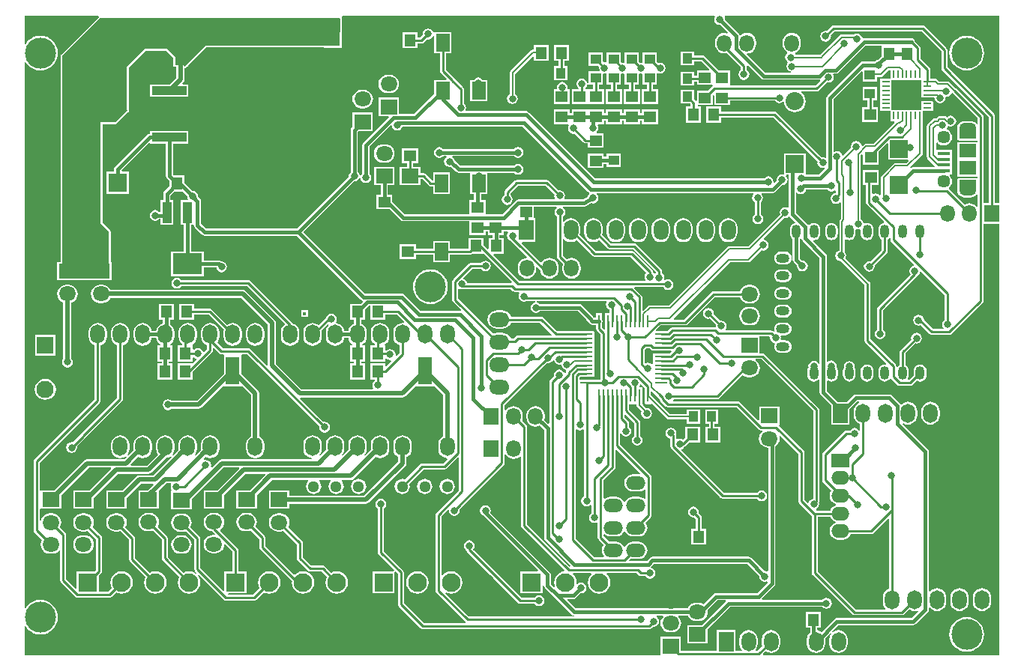
<source format=gtl>
G04*
G04 #@! TF.GenerationSoftware,Altium Limited,Altium Designer,18.1.6 (161)*
G04*
G04 Layer_Physical_Order=1*
G04 Layer_Color=255*
%FSTAX24Y24*%
%MOIN*%
G70*
G01*
G75*
%ADD11C,0.0080*%
%ADD12C,0.0200*%
%ADD21C,0.0100*%
%ADD22R,0.0500X0.0550*%
%ADD23R,0.0530X0.0160*%
%ADD24R,0.0550X0.0500*%
%ADD25R,0.0630X0.1240*%
%ADD26R,0.0110X0.0580*%
%ADD27R,0.0580X0.0110*%
%ADD28R,0.0433X0.0472*%
%ADD29R,0.1299X0.0945*%
%ADD30R,0.0394X0.0945*%
%ADD31R,0.1540X0.0390*%
%ADD32R,0.4510X0.4110*%
%ADD33R,0.0591X0.0787*%
%ADD34R,0.0472X0.0433*%
%ADD35O,0.0800X0.0600*%
%ADD36R,0.0800X0.0600*%
%ADD37O,0.0400X0.0600*%
%ADD38O,0.0600X0.0400*%
%ADD39R,0.0380X0.0080*%
%ADD40R,0.0080X0.0380*%
%ADD42R,0.0787X0.0787*%
%ADD43R,0.0750X0.0590*%
%ADD44R,0.0150X0.0150*%
%ADD60R,0.1320X0.1320*%
%ADD84O,0.0750X0.0480*%
%ADD87C,0.0150*%
%ADD88C,0.0110*%
%ADD89R,0.0750X0.0650*%
%ADD90O,0.0750X0.0650*%
%ADD91C,0.1380*%
%ADD92R,0.0650X0.0850*%
%ADD93O,0.0650X0.0850*%
%ADD94R,0.0827X0.0827*%
%ADD95C,0.0827*%
%ADD96O,0.0650X0.0750*%
%ADD97R,0.0650X0.0750*%
%ADD98C,0.0512*%
%ADD99O,0.0860X0.0600*%
%ADD100O,0.0650X0.0900*%
%ADD101R,0.0650X0.0900*%
%ADD102O,0.0900X0.0650*%
%ADD103R,0.0900X0.0650*%
%ADD104C,0.0768*%
%ADD105R,0.0768X0.0768*%
%ADD106R,0.0827X0.0827*%
%ADD107C,0.0800*%
%ADD108R,0.0800X0.0800*%
%ADD109C,0.0240*%
%ADD110C,0.0570*%
%ADD111C,0.0315*%
%ADD112C,0.0315*%
%ADD113C,0.0240*%
G36*
X02654Y045624D02*
X026527Y04443D01*
X02056Y04443D01*
X019635Y043505D01*
X01885Y04429D01*
X01785D01*
X01712Y04356D01*
X01705D01*
Y04157D01*
X01707Y04155D01*
X01654Y04102D01*
X01586D01*
Y03654D01*
X01625Y03615D01*
Y03406D01*
X01419D01*
Y04398D01*
X01587Y04566D01*
X026504D01*
X02654Y045624D01*
D02*
G37*
G36*
X043208Y04571D02*
X043196Y045693D01*
X043178Y0456D01*
X043196Y045507D01*
X043249Y045429D01*
X043327Y045376D01*
X04342Y045358D01*
X043436Y045361D01*
X04378Y045016D01*
X043752Y044974D01*
X043726Y044985D01*
X04362Y044998D01*
X043514Y044985D01*
X043416Y044944D01*
X043331Y044879D01*
X043266Y044794D01*
X043225Y044696D01*
X043211Y04459D01*
Y04449D01*
X043225Y044384D01*
X043266Y044286D01*
X043331Y044201D01*
X043416Y044136D01*
X043514Y044095D01*
X04362Y044082D01*
X043726Y044095D01*
X043738Y0441D01*
X044357Y043481D01*
Y043347D01*
X044319Y043321D01*
X044266Y043243D01*
X044248Y04315D01*
X044266Y043057D01*
X044319Y042979D01*
X044397Y042926D01*
X04449Y042908D01*
X044583Y042926D01*
X044661Y042979D01*
X044714Y043057D01*
X044732Y04315D01*
X044714Y043243D01*
X044661Y043321D01*
X044623Y043347D01*
Y043523D01*
X044653Y043542D01*
X044671Y043545D01*
X045258Y042958D01*
X04531Y042924D01*
X04537Y042912D01*
X047838D01*
X04787Y042918D01*
X047895Y042872D01*
X047675Y042653D01*
X043917D01*
X043878Y04268D01*
X043878Y042703D01*
Y04334D01*
X043381D01*
X042757Y043964D01*
X042714Y043992D01*
X042663Y044003D01*
X04227D01*
Y044176D01*
X041677D01*
Y043544D01*
X04227D01*
Y043737D01*
X042608D01*
X04296Y043386D01*
X042941Y04334D01*
X042405D01*
Y043092D01*
X04227D01*
Y043276D01*
X041677D01*
Y042644D01*
X04227D01*
Y042827D01*
X042405D01*
Y04268D01*
X043085D01*
X043101Y04263D01*
X043076Y042614D01*
X042903Y04244D01*
X042405D01*
Y04198D01*
X042355Y041965D01*
X042354Y041967D01*
X04227Y042051D01*
Y042476D01*
X041677D01*
Y041844D01*
X042102D01*
X042127Y041818D01*
Y041715D01*
X04193D01*
Y041005D01*
X04259D01*
Y041715D01*
X042435D01*
X042425Y04173D01*
X042436Y041762D01*
X042451Y04178D01*
X043115D01*
Y042233D01*
X043118Y042236D01*
X043168Y042209D01*
Y04178D01*
X043878D01*
Y041977D01*
X045873D01*
X045899Y041939D01*
X045977Y041886D01*
X04607Y041868D01*
X046162Y041886D01*
X046228Y04193D01*
X046271Y041917D01*
X046281Y04191D01*
X046292Y041822D01*
X046341Y041705D01*
X046418Y041605D01*
X046518Y041528D01*
X046635Y04148D01*
X04676Y041463D01*
X046885Y04148D01*
X047002Y041528D01*
X047102Y041605D01*
X047179Y041705D01*
X047228Y041822D01*
X047244Y041947D01*
X047228Y042073D01*
X047179Y042189D01*
X047102Y04229D01*
X04704Y042337D01*
X047057Y042387D01*
X04773D01*
X047781Y042398D01*
X047824Y042426D01*
X048194Y042797D01*
X04824Y042788D01*
X048333Y042806D01*
X048411Y042859D01*
X048464Y042937D01*
X048482Y04303D01*
X048464Y043123D01*
X048452Y04314D01*
X048475Y043184D01*
X048574D01*
X048635Y043196D01*
X048686Y043231D01*
X049897Y044442D01*
X050571D01*
X05061Y044415D01*
Y043953D01*
X050453Y043797D01*
X050387Y043784D01*
X050309Y043731D01*
X050307Y043728D01*
X049791D01*
X049731Y043716D01*
X049679Y043682D01*
X048206Y042208D01*
X048172Y042157D01*
X048159Y042096D01*
Y039452D01*
X048115Y039429D01*
X048093Y039444D01*
X048Y039462D01*
X047957Y039453D01*
X045957Y041454D01*
X045914Y041482D01*
X045863Y041492D01*
X04349D01*
Y041715D01*
X04283D01*
Y041005D01*
X04349D01*
Y041227D01*
X045808D01*
X047767Y039268D01*
X047758Y03922D01*
X047776Y039127D01*
X047829Y039049D01*
X047907Y038996D01*
X048Y038978D01*
X048067Y038991D01*
X048092Y038945D01*
X047825Y038678D01*
X047289D01*
X04724Y03868D01*
Y03964D01*
X04628D01*
Y038724D01*
X046241Y038692D01*
X04619Y038702D01*
X046097Y038684D01*
X046019Y038631D01*
X045966Y038553D01*
X045948Y03846D01*
X045954Y038428D01*
X045855Y038328D01*
X045809Y038353D01*
X045812Y03837D01*
X045794Y038463D01*
X045741Y038541D01*
X045663Y038594D01*
X04557Y038612D01*
X045477Y038594D01*
X045399Y038541D01*
X04539Y038528D01*
X037866D01*
X034925Y041469D01*
X034874Y041503D01*
X034813Y041515D01*
X032135D01*
X032112Y041559D01*
X032124Y041577D01*
X032142Y04167D01*
X032124Y041762D01*
X032071Y041841D01*
X032033Y041867D01*
Y042496D01*
X032022Y042547D01*
X031994Y04259D01*
X031639Y042945D01*
X031619Y042975D01*
X031233Y043361D01*
Y044086D01*
X031475D01*
Y045033D01*
X030726D01*
X030725Y045033D01*
X030675Y045033D01*
X030674Y045039D01*
X030621Y045118D01*
X030543Y04517D01*
X03045Y045189D01*
X030357Y04517D01*
X030279Y045118D01*
X030226Y045039D01*
X030208Y044946D01*
X030217Y044901D01*
X030095Y044779D01*
X02998D01*
Y045025D01*
X02932D01*
Y044315D01*
X02998D01*
Y044514D01*
X03015D01*
X030201Y044524D01*
X030244Y044553D01*
X030404Y044713D01*
X03045Y044704D01*
X030543Y044723D01*
X030621Y044775D01*
X030674Y044854D01*
X030675Y044859D01*
X030725Y044854D01*
Y044086D01*
X030967D01*
Y043306D01*
X030978Y043256D01*
X031006Y043213D01*
X031265Y042953D01*
X031246Y042907D01*
X030725D01*
Y042282D01*
X029825Y041382D01*
X029155D01*
Y042115D01*
X028245D01*
Y041305D01*
X028696D01*
X028715Y041258D01*
X027568Y040111D01*
X027534Y04006D01*
X027522Y04D01*
Y03874D01*
X027509Y038731D01*
X027457Y038653D01*
X027455Y038653D01*
X027405Y038653D01*
X027394Y038713D01*
X027341Y038791D01*
X027328Y0388D01*
Y040605D01*
X027359Y040635D01*
X027995D01*
Y041445D01*
X027085D01*
Y040809D01*
X027058Y040782D01*
X027024Y04073D01*
X027012Y04067D01*
Y0388D01*
X026999Y038791D01*
X026946Y038713D01*
X026928Y03862D01*
X026931Y038604D01*
X024615Y036288D01*
X020565D01*
X020348Y036505D01*
Y03751D01*
X020336Y03757D01*
X020302Y037622D01*
X020219Y037704D01*
X020222Y03772D01*
X020204Y037813D01*
X020151Y037891D01*
X020073Y037944D01*
X01998Y037962D01*
X019964Y037959D01*
X01962Y038303D01*
Y038645D01*
X019159D01*
X019103Y0387D01*
Y040075D01*
X019795D01*
Y040625D01*
X018095D01*
Y040508D01*
X01807D01*
X01801Y040496D01*
X017959Y040462D01*
X016528Y039032D01*
X016494Y03898D01*
X016482Y03892D01*
Y038827D01*
X016147D01*
Y037841D01*
X017133D01*
Y038827D01*
X016842D01*
X016821Y038877D01*
X018049Y040105D01*
X018095Y040086D01*
Y040075D01*
X018787D01*
Y038635D01*
X018799Y038574D01*
X018833Y038523D01*
X01896Y038396D01*
Y038183D01*
X018723Y037946D01*
X018688Y037895D01*
X018676Y037834D01*
Y037553D01*
X018558D01*
Y03703D01*
X018493D01*
X018484Y037043D01*
X018406Y037095D01*
X018313Y037114D01*
X018221Y037095D01*
X018142Y037043D01*
X01809Y036964D01*
X018071Y036872D01*
X01809Y036779D01*
X018142Y0367D01*
X018221Y036648D01*
X018313Y03663D01*
X018406Y036648D01*
X018484Y0367D01*
X018493Y036714D01*
X018558D01*
Y036448D01*
X019111D01*
Y037553D01*
X018993D01*
Y037769D01*
X019159Y037935D01*
X019542D01*
X019741Y037736D01*
X019738Y03772D01*
X019756Y037627D01*
X019777Y037597D01*
X019753Y037553D01*
X019463D01*
Y036448D01*
X019582D01*
Y035269D01*
X01901D01*
Y034164D01*
X02047D01*
Y034559D01*
X021033D01*
X021046Y034491D01*
X021099Y034412D01*
X021177Y03436D01*
X02127Y034341D01*
X021363Y03436D01*
X021441Y034412D01*
X021494Y034491D01*
X021512Y034583D01*
X021494Y034676D01*
X021441Y034754D01*
X021363Y034807D01*
X02127Y034825D01*
X021254Y034822D01*
X021248Y034829D01*
X021197Y034863D01*
X021136Y034875D01*
X02047D01*
Y035269D01*
X019898D01*
Y036448D01*
X020017D01*
X020038Y036407D01*
X020044Y036379D01*
X020078Y036328D01*
X020388Y036018D01*
X020439Y035984D01*
X0205Y035972D01*
X024615D01*
X027457Y03313D01*
X027508Y033096D01*
X027528Y033092D01*
X027544Y033037D01*
X027441Y032935D01*
X02698D01*
Y032225D01*
X027152D01*
Y032053D01*
X027106Y032033D01*
X027021Y031969D01*
X026956Y031884D01*
X026915Y031785D01*
X026909Y031738D01*
X026711D01*
X026705Y031785D01*
X026664Y031884D01*
X026599Y031969D01*
X026514Y032033D01*
X026416Y032074D01*
X026375Y03208D01*
X026351Y032133D01*
X026374Y032167D01*
X026392Y03226D01*
X026374Y032353D01*
X026321Y032431D01*
X026243Y032484D01*
X02615Y032502D01*
X026057Y032484D01*
X025979Y032431D01*
X025926Y032353D01*
X025924Y032339D01*
X025573Y031988D01*
X025514Y032033D01*
X025416Y032074D01*
X02531Y032088D01*
X025204Y032074D01*
X025106Y032033D01*
X025021Y031969D01*
X024956Y031884D01*
X024915Y031785D01*
X024902Y03168D01*
Y03148D01*
X024915Y031374D01*
X024956Y031275D01*
X025021Y031191D01*
X025106Y031126D01*
X025204Y031085D01*
X02531Y031071D01*
X025416Y031085D01*
X025514Y031126D01*
X025599Y031191D01*
X025664Y031275D01*
X025705Y031374D01*
X025718Y03148D01*
Y03168D01*
X025709Y03175D01*
X025993Y032033D01*
X026014Y032026D01*
X026024Y03197D01*
X026021Y031969D01*
X025956Y031884D01*
X025915Y031785D01*
X025902Y03168D01*
Y03148D01*
X025915Y031374D01*
X025956Y031275D01*
X026021Y031191D01*
X026106Y031126D01*
X026204Y031085D01*
X02631Y031071D01*
X026416Y031085D01*
X026514Y031126D01*
X026599Y031191D01*
X026664Y031275D01*
X026705Y031374D01*
X026711Y031422D01*
X026909D01*
X026915Y031374D01*
X026956Y031275D01*
X027021Y031191D01*
X027094Y031135D01*
X027081Y031085D01*
X02698D01*
Y030375D01*
X027152D01*
Y030285D01*
X02698D01*
Y029575D01*
X02764D01*
Y030285D01*
X027468D01*
Y030375D01*
X02764D01*
Y031085D01*
X027539D01*
X027526Y031135D01*
X027599Y031191D01*
X027664Y031275D01*
X027705Y031374D01*
X027718Y03148D01*
Y03168D01*
X027705Y031785D01*
X027664Y031884D01*
X027599Y031969D01*
X027514Y032033D01*
X027468Y032053D01*
Y032225D01*
X02764D01*
Y032686D01*
X027807Y032854D01*
X02788D01*
Y032225D01*
X02854D01*
Y032447D01*
X029065D01*
X029384Y032129D01*
X02936Y032082D01*
X02931Y032088D01*
X029204Y032074D01*
X029106Y032033D01*
X029021Y031969D01*
X028956Y031884D01*
X028915Y031785D01*
X028902Y03168D01*
Y03148D01*
X028915Y031374D01*
X028956Y031275D01*
X029021Y031191D01*
X029106Y031126D01*
X029177Y031096D01*
Y030762D01*
X029043Y030627D01*
X028997Y030652D01*
X029002Y03068D01*
X028984Y030772D01*
X028931Y030851D01*
X028853Y030903D01*
X02876Y030922D01*
X028667Y030903D01*
X028606Y030862D01*
X02854D01*
Y031085D01*
X028539D01*
X028526Y031135D01*
X028599Y031191D01*
X028664Y031275D01*
X028705Y031374D01*
X028718Y03148D01*
Y03168D01*
X028705Y031785D01*
X028664Y031884D01*
X028599Y031969D01*
X028514Y032033D01*
X028416Y032074D01*
X02831Y032088D01*
X028204Y032074D01*
X028106Y032033D01*
X028021Y031969D01*
X027956Y031884D01*
X027915Y031785D01*
X027902Y03168D01*
Y03148D01*
X027915Y031374D01*
X027956Y031275D01*
X028021Y031191D01*
X028077Y031148D01*
Y031085D01*
X02788D01*
Y030375D01*
X02854D01*
Y030495D01*
X028565Y030503D01*
X02859Y030508D01*
X028667Y030456D01*
X02876Y030438D01*
X028788Y030443D01*
X028813Y030397D01*
X028586Y030171D01*
X02854Y03019D01*
Y030285D01*
X02788D01*
Y029575D01*
X028077D01*
Y029527D01*
X028039Y029501D01*
X027986Y029422D01*
X027968Y02933D01*
X027986Y029237D01*
X028016Y029192D01*
X027989Y029142D01*
X024807D01*
X023694Y030256D01*
Y03208D01*
X02368Y03215D01*
X02364Y032209D01*
X02234Y033509D01*
X02228Y033549D01*
X02221Y033563D01*
X016322D01*
X016314Y033584D01*
X016249Y033669D01*
X016164Y033733D01*
X016066Y033774D01*
X01596Y033788D01*
X01586D01*
X015754Y033774D01*
X015656Y033733D01*
X015571Y033669D01*
X015506Y033584D01*
X015465Y033485D01*
X015452Y03338D01*
X015465Y033274D01*
X015506Y033175D01*
X015571Y033091D01*
X015656Y033026D01*
X015754Y032985D01*
X01586Y032971D01*
X01596D01*
X016066Y032985D01*
X016164Y033026D01*
X016249Y033091D01*
X016314Y033175D01*
X016322Y033196D01*
X022134D01*
X023326Y032004D01*
Y030222D01*
X023276Y030201D01*
X022554Y030923D01*
X022511Y030952D01*
X02246Y030962D01*
X021315D01*
X021065Y031212D01*
X021114Y031275D01*
X021155Y031374D01*
X021168Y03148D01*
Y03168D01*
X021155Y031785D01*
X021114Y031884D01*
X021049Y031969D01*
X020964Y032033D01*
X020866Y032074D01*
X02076Y032088D01*
X020654Y032074D01*
X020556Y032033D01*
X020471Y031969D01*
X020406Y031884D01*
X020365Y031785D01*
X020352Y03168D01*
Y03148D01*
X020365Y031374D01*
X020406Y031275D01*
X020471Y031191D01*
X020556Y031126D01*
X020627Y031096D01*
Y030928D01*
X020486Y030786D01*
X020438Y030801D01*
X020434Y030822D01*
X020381Y030901D01*
X020303Y030953D01*
X02021Y030972D01*
X020117Y030953D01*
X02004Y030902D01*
X020032Y030903D01*
X01999Y030918D01*
Y031085D01*
X019989D01*
X019976Y031135D01*
X020049Y031191D01*
X020114Y031275D01*
X020155Y031374D01*
X020168Y03148D01*
Y03168D01*
X020155Y031785D01*
X020114Y031884D01*
X020049Y031969D01*
X019964Y032033D01*
X019866Y032074D01*
X01976Y032088D01*
X019654Y032074D01*
X019556Y032033D01*
X019471Y031969D01*
X019406Y031884D01*
X019365Y031785D01*
X019352Y03168D01*
Y03148D01*
X019365Y031374D01*
X019406Y031275D01*
X019471Y031191D01*
X019527Y031148D01*
Y031085D01*
X01933D01*
Y030375D01*
X01999D01*
Y030541D01*
X020032Y030556D01*
X02004Y030558D01*
X020117Y030506D01*
X020139Y030502D01*
X020153Y030454D01*
X019984Y030285D01*
X01933D01*
Y029575D01*
X01999D01*
Y029916D01*
X020854Y030779D01*
X020882Y030822D01*
X020893Y030873D01*
Y030944D01*
X020939Y030963D01*
X021166Y030736D01*
X021209Y030707D01*
X02126Y030697D01*
X021337D01*
X021365Y030659D01*
X021365Y030647D01*
Y029823D01*
X020175Y028634D01*
X019043D01*
X018983Y028674D01*
X01889Y028692D01*
X018797Y028674D01*
X018719Y028621D01*
X018666Y028543D01*
X018648Y02845D01*
X018666Y028357D01*
X018719Y028279D01*
X018797Y028226D01*
X01889Y028208D01*
X018983Y028226D01*
X019043Y028266D01*
X020251D01*
X020321Y02828D01*
X020381Y02832D01*
X021333Y029272D01*
X021365Y029259D01*
Y029259D01*
X022155D01*
Y029259D01*
X022187Y029272D01*
X022576Y028883D01*
Y027042D01*
X022556Y027033D01*
X022471Y026969D01*
X022406Y026884D01*
X022365Y026785D01*
X022352Y02668D01*
Y02648D01*
X022365Y026374D01*
X022406Y026275D01*
X022471Y026191D01*
X022556Y026126D01*
X022654Y026085D01*
X02273Y026075D01*
X022742Y026074D01*
X022739Y026024D01*
X02128D01*
X02121Y02601D01*
X02115Y02597D01*
X020836Y025656D01*
X02079Y025681D01*
X020805Y025752D01*
X020786Y025845D01*
X020734Y025924D01*
X020655Y025976D01*
X020563Y025995D01*
X020491Y02598D01*
X020466Y026026D01*
X020563Y026123D01*
X020654Y026085D01*
X02076Y026071D01*
X020866Y026085D01*
X020964Y026126D01*
X021049Y026191D01*
X021114Y026275D01*
X021155Y026374D01*
X021168Y02648D01*
Y02668D01*
X021155Y026785D01*
X021114Y026884D01*
X021049Y026969D01*
X020964Y027033D01*
X020866Y027074D01*
X02076Y027088D01*
X020654Y027074D01*
X020556Y027033D01*
X020471Y026969D01*
X020406Y026884D01*
X020365Y026785D01*
X020352Y02668D01*
Y02648D01*
X020357Y026436D01*
X020113Y026192D01*
X020075Y026225D01*
X020114Y026275D01*
X020155Y026374D01*
X020168Y02648D01*
Y02668D01*
X020155Y026785D01*
X020114Y026884D01*
X020049Y026969D01*
X019964Y027033D01*
X019866Y027074D01*
X01976Y027088D01*
X019654Y027074D01*
X019556Y027033D01*
X019471Y026969D01*
X019406Y026884D01*
X019365Y026785D01*
X019352Y02668D01*
Y02648D01*
X019357Y026436D01*
X019113Y026192D01*
X019075Y026225D01*
X019114Y026275D01*
X019155Y026374D01*
X019168Y02648D01*
Y02668D01*
X019155Y026785D01*
X019114Y026884D01*
X019049Y026969D01*
X018964Y027033D01*
X018866Y027074D01*
X01876Y027088D01*
X018654Y027074D01*
X018556Y027033D01*
X018471Y026969D01*
X018406Y026884D01*
X018365Y026785D01*
X018352Y02668D01*
Y02648D01*
X018365Y026374D01*
X018406Y026275D01*
X018441Y02623D01*
X017944Y025734D01*
X017239D01*
X01722Y02578D01*
X017563Y026123D01*
X017654Y026085D01*
X01776Y026071D01*
X017866Y026085D01*
X017964Y026126D01*
X018049Y026191D01*
X018114Y026275D01*
X018155Y026374D01*
X018168Y02648D01*
Y02668D01*
X018155Y026785D01*
X018114Y026884D01*
X018049Y026969D01*
X017964Y027033D01*
X017866Y027074D01*
X01776Y027088D01*
X017654Y027074D01*
X017556Y027033D01*
X017471Y026969D01*
X017406Y026884D01*
X017365Y026785D01*
X017351Y02668D01*
Y02648D01*
X017357Y026436D01*
X017113Y026192D01*
X017075Y026225D01*
X017114Y026275D01*
X017155Y026374D01*
X017169Y02648D01*
Y02668D01*
X017155Y026785D01*
X017114Y026884D01*
X017049Y026969D01*
X016964Y027033D01*
X016866Y027074D01*
X01676Y027088D01*
X016654Y027074D01*
X016556Y027033D01*
X016471Y026969D01*
X016406Y026884D01*
X016365Y026785D01*
X016351Y02668D01*
Y02648D01*
X016365Y026374D01*
X016406Y026275D01*
X016471Y026191D01*
X016556Y026126D01*
X016654Y026085D01*
X01676Y026071D01*
X016866Y026085D01*
X016964Y026126D01*
X017015Y026165D01*
X017048Y026127D01*
X016934Y026014D01*
X01529D01*
X01522Y026D01*
X015161Y02596D01*
X013825Y024625D01*
X013233D01*
X013225Y024625D01*
X013183Y024643D01*
Y025865D01*
X015854Y028536D01*
X015882Y028579D01*
X015893Y02863D01*
Y031096D01*
X015964Y031126D01*
X016049Y031191D01*
X016114Y031275D01*
X016155Y031374D01*
X016169Y03148D01*
Y03168D01*
X016155Y031785D01*
X016114Y031884D01*
X016049Y031969D01*
X015964Y032033D01*
X015866Y032074D01*
X01576Y032088D01*
X015654Y032074D01*
X015556Y032033D01*
X015471Y031969D01*
X015406Y031884D01*
X015365Y031785D01*
X015352Y03168D01*
Y03148D01*
X015365Y031374D01*
X015406Y031275D01*
X015471Y031191D01*
X015556Y031126D01*
X015627Y031096D01*
Y028685D01*
X012956Y026013D01*
X012928Y02597D01*
X012917Y02592D01*
Y02286D01*
X012928Y022809D01*
X012956Y022766D01*
X013281Y022441D01*
X013276Y022434D01*
X013235Y022335D01*
X013221Y02223D01*
X013235Y022124D01*
X013276Y022025D01*
X013341Y021941D01*
X013426Y021876D01*
X013524Y021835D01*
X01363Y021821D01*
X01373D01*
X013836Y021835D01*
X013934Y021876D01*
X014019Y021941D01*
X014045Y021975D01*
X014095Y021958D01*
Y02062D01*
X014105Y020569D01*
X014134Y020526D01*
X014759Y019901D01*
X014802Y019873D01*
X014853Y019863D01*
X016277D01*
X016327Y019873D01*
X01637Y019901D01*
X016575Y020106D01*
X016691Y020058D01*
X01682Y020041D01*
X016949Y020058D01*
X017069Y020108D01*
X017172Y020187D01*
X017251Y02029D01*
X017301Y02041D01*
X017318Y020539D01*
X017301Y020667D01*
X017251Y020787D01*
X017172Y02089D01*
X017069Y02097D01*
X016949Y021019D01*
X01682Y021036D01*
X016691Y021019D01*
X016571Y02097D01*
X016468Y02089D01*
X016389Y020787D01*
X016339Y020667D01*
X016322Y020539D01*
X016339Y02041D01*
X016387Y020294D01*
X016222Y020128D01*
X015813D01*
Y020845D01*
X015914Y020945D01*
X015942Y020988D01*
X015953Y021039D01*
Y02252D01*
X015942Y02257D01*
X015914Y022613D01*
X015529Y022999D01*
X015534Y023005D01*
X015575Y023104D01*
X015589Y02321D01*
X015575Y023315D01*
X015534Y023414D01*
X015469Y023499D01*
X015384Y023563D01*
X015286Y023604D01*
X01518Y023618D01*
X01508D01*
X014974Y023604D01*
X014876Y023563D01*
X014791Y023499D01*
X014726Y023414D01*
X014685Y023315D01*
X014671Y02321D01*
X014685Y023104D01*
X014726Y023005D01*
X014791Y022921D01*
X014876Y022856D01*
X014974Y022815D01*
X01508Y022801D01*
X01518D01*
X015286Y022815D01*
X015322Y02283D01*
X015687Y022465D01*
Y021093D01*
X015626Y021032D01*
X014827D01*
Y020274D01*
X01478Y020255D01*
X014361Y020675D01*
Y022662D01*
X01435Y022712D01*
X014322Y022755D01*
X014079Y022999D01*
X014084Y023005D01*
X014125Y023104D01*
X014138Y02321D01*
X014125Y023315D01*
X014084Y023414D01*
X014019Y023499D01*
X013934Y023563D01*
X013836Y023604D01*
X01373Y023618D01*
X01363D01*
X013524Y023604D01*
X013426Y023563D01*
X013341Y023499D01*
X013276Y023414D01*
X013235Y023315D01*
X013233Y023294D01*
X013183Y023297D01*
Y023796D01*
X013225Y023815D01*
X013233Y023815D01*
X014135D01*
Y024415D01*
X015366Y025646D01*
X016342D01*
X016361Y0256D01*
X015385Y024625D01*
X014675D01*
Y023815D01*
X015585D01*
Y024305D01*
X016646Y025366D01*
X01802D01*
X01809Y02538D01*
X01815Y02542D01*
X018807Y026077D01*
X018866Y026085D01*
X018964Y026126D01*
X019015Y026165D01*
X019048Y026127D01*
X018224Y025304D01*
X01762D01*
X01755Y02529D01*
X01749Y02525D01*
X016865Y024625D01*
X016135D01*
Y023815D01*
X017045D01*
Y024285D01*
X017696Y024936D01*
X018226D01*
X018245Y02489D01*
X01799Y024635D01*
X017575D01*
Y023825D01*
X018485D01*
Y024611D01*
X018818Y024944D01*
X019004D01*
X019028Y0249D01*
X019016Y024883D01*
X018998Y02479D01*
X019016Y024697D01*
X019038Y024665D01*
X019025Y024615D01*
X019025D01*
X019025Y024615D01*
Y023805D01*
X019935D01*
Y024235D01*
X021356Y025656D01*
X022032D01*
X022051Y02561D01*
X021075Y024635D01*
X020475D01*
Y023825D01*
X021385D01*
Y024425D01*
X022336Y025376D01*
X023202D01*
X023221Y02533D01*
X022525Y024635D01*
X021925D01*
Y023825D01*
X022835D01*
Y024425D01*
X023506Y025096D01*
X025104D01*
X025115Y025065D01*
X025118Y025046D01*
X025067Y024979D01*
X025033Y024897D01*
X025021Y02481D01*
X025033Y024722D01*
X025067Y02464D01*
X02512Y02457D01*
X025191Y024516D01*
X025272Y024482D01*
X02536Y024471D01*
X025448Y024482D01*
X025529Y024516D01*
X0256Y02457D01*
X025653Y02464D01*
X025687Y024722D01*
X025699Y02481D01*
X025687Y024897D01*
X025653Y024979D01*
X025602Y025046D01*
X025605Y025065D01*
X025616Y025096D01*
X026104D01*
X026115Y025065D01*
X026118Y025046D01*
X026067Y024979D01*
X026033Y024897D01*
X026021Y02481D01*
X026033Y024722D01*
X026067Y02464D01*
X02612Y02457D01*
X026191Y024516D01*
X026272Y024482D01*
X02636Y024471D01*
X026448Y024482D01*
X026529Y024516D01*
X0266Y02457D01*
X026653Y02464D01*
X026687Y024722D01*
X026699Y02481D01*
X026687Y024897D01*
X026653Y024979D01*
X026602Y025046D01*
X026605Y025065D01*
X026616Y025096D01*
X02701D01*
X027081Y02511D01*
X02714Y02515D01*
X028113Y026123D01*
X028204Y026085D01*
X02831Y026071D01*
X028416Y026085D01*
X028514Y026126D01*
X028599Y026191D01*
X028664Y026275D01*
X028705Y026374D01*
X028718Y02648D01*
Y02668D01*
X028705Y026785D01*
X028664Y026884D01*
X028599Y026969D01*
X028514Y027033D01*
X028416Y027074D01*
X02831Y027088D01*
X028204Y027074D01*
X028106Y027033D01*
X028021Y026969D01*
X027956Y026884D01*
X027915Y026785D01*
X027902Y02668D01*
Y02648D01*
X027907Y026436D01*
X027663Y026192D01*
X027625Y026225D01*
X027664Y026275D01*
X027705Y026374D01*
X027718Y02648D01*
Y02668D01*
X027705Y026785D01*
X027664Y026884D01*
X027599Y026969D01*
X027514Y027033D01*
X027416Y027074D01*
X02731Y027088D01*
X027204Y027074D01*
X027106Y027033D01*
X027021Y026969D01*
X026956Y026884D01*
X026915Y026785D01*
X026902Y02668D01*
Y02648D01*
X026907Y026436D01*
X026663Y026192D01*
X026625Y026225D01*
X026664Y026275D01*
X026705Y026374D01*
X026718Y02648D01*
Y02668D01*
X026705Y026785D01*
X026664Y026884D01*
X026599Y026969D01*
X026514Y027033D01*
X026416Y027074D01*
X02631Y027088D01*
X026204Y027074D01*
X026106Y027033D01*
X026021Y026969D01*
X025956Y026884D01*
X025915Y026785D01*
X025902Y02668D01*
Y02648D01*
X025907Y026436D01*
X025663Y026192D01*
X025625Y026225D01*
X025664Y026275D01*
X025705Y026374D01*
X025718Y02648D01*
Y02668D01*
X025705Y026785D01*
X025664Y026884D01*
X025599Y026969D01*
X025514Y027033D01*
X025416Y027074D01*
X02531Y027088D01*
X025204Y027074D01*
X025106Y027033D01*
X025021Y026969D01*
X024956Y026884D01*
X024915Y026785D01*
X024902Y02668D01*
Y02648D01*
X024915Y026374D01*
X024956Y026275D01*
X025021Y026191D01*
X025106Y026126D01*
X025204Y026085D01*
X025292Y026074D01*
X025289Y026024D01*
X022781D01*
X022778Y026074D01*
X02279Y026075D01*
X022866Y026085D01*
X022964Y026126D01*
X023049Y026191D01*
X023114Y026275D01*
X023155Y026374D01*
X023168Y02648D01*
Y02668D01*
X023155Y026785D01*
X023114Y026884D01*
X023049Y026969D01*
X022964Y027033D01*
X022944Y027042D01*
Y028959D01*
X02293Y029029D01*
X02289Y029089D01*
X022155Y029823D01*
Y030647D01*
X022155Y030659D01*
X022183Y030697D01*
X022405D01*
X025607Y027496D01*
X025598Y02745D01*
X025616Y027357D01*
X025669Y027279D01*
X025747Y027226D01*
X02584Y027208D01*
X025933Y027226D01*
X026011Y027279D01*
X026064Y027357D01*
X026082Y02745D01*
X026064Y027543D01*
X026011Y027621D01*
X025933Y027674D01*
X02584Y027692D01*
X025794Y027683D01*
X024752Y028725D01*
X024773Y028775D01*
X02931D01*
X02938Y028789D01*
X02944Y028829D01*
X029883Y029272D01*
X029915Y029259D01*
Y029259D01*
X030705D01*
Y029259D01*
X030737Y029272D01*
X031126Y028883D01*
Y027042D01*
X031106Y027033D01*
X031021Y026969D01*
X030956Y026884D01*
X030915Y026785D01*
X030902Y02668D01*
Y02648D01*
X030915Y026374D01*
X030956Y026275D01*
X031021Y026191D01*
X031106Y026126D01*
X031204Y026085D01*
X03129Y026074D01*
X03131Y026023D01*
X031119Y025833D01*
X03019D01*
X03014Y025822D01*
X030097Y025794D01*
X029425Y025122D01*
X029388Y025137D01*
X0293Y025148D01*
X029212Y025137D01*
X029131Y025103D01*
X02906Y025049D01*
X029007Y024979D01*
X028973Y024897D01*
X028961Y02481D01*
X028973Y024722D01*
X029007Y02464D01*
X02906Y02457D01*
X029131Y024516D01*
X029212Y024482D01*
X0293Y024471D01*
X029388Y024482D01*
X029469Y024516D01*
X02954Y02457D01*
X029593Y02464D01*
X029627Y024722D01*
X029639Y02481D01*
X029627Y024897D01*
X029612Y024934D01*
X030245Y025567D01*
X031174D01*
X031225Y025578D01*
X031268Y025606D01*
X031776Y026115D01*
X031822Y026096D01*
Y024636D01*
X03082Y023634D01*
X030792Y023591D01*
X030782Y02354D01*
Y020166D01*
X030792Y020115D01*
X03082Y020072D01*
X032106Y018786D01*
X032123Y018775D01*
X032108Y018725D01*
X030272D01*
X029373Y019625D01*
Y02098D01*
X029362Y021031D01*
X029334Y021074D01*
X028483Y021925D01*
Y023823D01*
X028521Y023849D01*
X028574Y023927D01*
X028592Y02402D01*
X028574Y024113D01*
X028521Y024191D01*
X028443Y024244D01*
X02835Y024262D01*
X028257Y024244D01*
X028179Y024191D01*
X028126Y024113D01*
X028108Y02402D01*
X028126Y023927D01*
X028179Y023849D01*
X028217Y023823D01*
Y02187D01*
X028228Y021819D01*
X028256Y021776D01*
X028951Y021082D01*
X02893Y021032D01*
X027977D01*
Y020045D01*
X028963D01*
Y020998D01*
X029013Y021019D01*
X029107Y020925D01*
Y01957D01*
X029118Y019519D01*
X029146Y019476D01*
X030124Y018499D01*
X030167Y01847D01*
X030217Y01846D01*
X040275D01*
X040326Y01847D01*
X040369Y018499D01*
X040441Y01857D01*
X040486Y018561D01*
X040579Y01858D01*
X040658Y018632D01*
X04071Y018711D01*
X040729Y018804D01*
X04071Y018896D01*
X040658Y018975D01*
X040602Y019012D01*
X040617Y019062D01*
X040893D01*
X040909Y019015D01*
X040901Y019009D01*
X040836Y018924D01*
X040795Y018826D01*
X040782Y01872D01*
X040795Y018614D01*
X040836Y018516D01*
X040901Y018431D01*
X040986Y018366D01*
X041084Y018325D01*
X04119Y018312D01*
X04129D01*
X041396Y018325D01*
X041494Y018366D01*
X041579Y018431D01*
X041644Y018516D01*
X041685Y018614D01*
X041698Y01872D01*
X041685Y018826D01*
X041644Y018924D01*
X041579Y019009D01*
X041571Y019015D01*
X041587Y019062D01*
X042011D01*
X042026Y019026D01*
X042091Y018941D01*
X042176Y018876D01*
X042274Y018835D01*
X04238Y018822D01*
X04248D01*
X042586Y018835D01*
X042684Y018876D01*
X042769Y018941D01*
X042834Y019026D01*
X042875Y019124D01*
X042888Y01923D01*
X042879Y019305D01*
X043325Y019752D01*
X043668D01*
X043688Y019702D01*
X042611Y018625D01*
X041975D01*
Y017815D01*
X042885D01*
Y018451D01*
X043885Y019452D01*
X04798D01*
X047989Y019439D01*
X048067Y019386D01*
X04816Y019368D01*
X048253Y019386D01*
X048331Y019439D01*
X048384Y019517D01*
X048402Y01961D01*
X048384Y019703D01*
X048331Y019781D01*
X048253Y019834D01*
X04816Y019852D01*
X048067Y019834D01*
X047989Y019781D01*
X04798Y019768D01*
X045312D01*
X045292Y019818D01*
X045844Y020371D01*
X045878Y020422D01*
X045891Y020482D01*
Y026599D01*
X045959Y026651D01*
X046024Y026736D01*
X046065Y026834D01*
X046079Y02694D01*
X046065Y027046D01*
X046064Y027048D01*
X046106Y027076D01*
X046917Y026265D01*
Y024163D01*
X046928Y024112D01*
X046956Y024069D01*
X047517Y023508D01*
Y02096D01*
X047528Y020909D01*
X047556Y020866D01*
X049306Y019116D01*
X049349Y019088D01*
X0494Y019077D01*
X05152D01*
X051571Y019088D01*
X051614Y019116D01*
X051841Y019343D01*
X051876Y019316D01*
X051974Y019275D01*
X05208Y019261D01*
X052186Y019275D01*
X052229Y019293D01*
X052258Y019251D01*
X051955Y018948D01*
X04862D01*
X04856Y018936D01*
X048508Y018902D01*
X047942Y018335D01*
X047904Y018364D01*
X047806Y018405D01*
X047748Y018412D01*
Y018515D01*
X04792D01*
Y019225D01*
X04726D01*
Y018515D01*
X047432D01*
Y018315D01*
X047411Y018299D01*
X047346Y018214D01*
X047305Y018116D01*
X047291Y01801D01*
Y01781D01*
X047305Y017704D01*
X047346Y017606D01*
X047411Y017521D01*
X047496Y017456D01*
X047594Y017415D01*
X0477Y017401D01*
X047806Y017415D01*
X047904Y017456D01*
X047989Y017521D01*
X048054Y017606D01*
X048095Y017704D01*
X048109Y01781D01*
Y01801D01*
X048103Y01805D01*
X048334Y018281D01*
X048372Y018248D01*
X048346Y018214D01*
X048305Y018116D01*
X048292Y01801D01*
Y01781D01*
X048305Y017704D01*
X048346Y017606D01*
X048411Y017521D01*
X048496Y017456D01*
X048594Y017415D01*
X0487Y017401D01*
X048806Y017415D01*
X048904Y017456D01*
X048989Y017521D01*
X049054Y017606D01*
X049095Y017704D01*
X049109Y01781D01*
Y01801D01*
X049095Y018116D01*
X049054Y018214D01*
X048989Y018299D01*
X048904Y018364D01*
X048806Y018405D01*
X0487Y018419D01*
X048594Y018405D01*
X048496Y018364D01*
X048462Y018338D01*
X048429Y018376D01*
X048685Y018632D01*
X05202D01*
X05208Y018644D01*
X052132Y018678D01*
X052672Y019218D01*
X052706Y01927D01*
X052718Y01933D01*
Y019394D01*
X052768Y019411D01*
X052791Y019381D01*
X052876Y019316D01*
X052974Y019275D01*
X05308Y019261D01*
X053186Y019275D01*
X053284Y019316D01*
X053369Y019381D01*
X053434Y019466D01*
X053475Y019564D01*
X053488Y01967D01*
Y01987D01*
X053475Y019976D01*
X053434Y020074D01*
X053369Y020159D01*
X053284Y020224D01*
X053186Y020265D01*
X05308Y020278D01*
X052974Y020265D01*
X052876Y020224D01*
X052791Y020159D01*
X052768Y020129D01*
X052718Y020146D01*
Y02635D01*
X052706Y02641D01*
X052672Y026462D01*
X051558Y027576D01*
X051586Y027616D01*
X051684Y027575D01*
X05179Y027562D01*
X051896Y027575D01*
X051994Y027616D01*
X052079Y027681D01*
X052144Y027766D01*
X052185Y027864D01*
X052199Y02797D01*
Y02817D01*
X052185Y028276D01*
X052144Y028374D01*
X052079Y028459D01*
X051994Y028524D01*
X051896Y028565D01*
X05179Y028578D01*
X051684Y028565D01*
X051586Y028524D01*
X051501Y028459D01*
X051495Y028451D01*
X051443Y028465D01*
X051412Y028512D01*
X051065Y028859D01*
X051013Y028893D01*
X050953Y028905D01*
X049467D01*
X049407Y028893D01*
X049355Y028859D01*
X049071Y028575D01*
X048668D01*
X048178Y029065D01*
Y029502D01*
X048228Y029527D01*
X048249Y029511D01*
X048317Y029482D01*
X04839Y029473D01*
X048463Y029482D01*
X048532Y029511D01*
X04859Y029555D01*
X048635Y029614D01*
X048663Y029682D01*
X048673Y029755D01*
Y029955D01*
X048663Y030028D01*
X048635Y030096D01*
X048614Y030124D01*
X048623Y030169D01*
X048604Y030262D01*
X048552Y03034D01*
X048473Y030393D01*
X048381Y030411D01*
X048288Y030393D01*
X048228Y030353D01*
X048178Y030377D01*
Y03504D01*
X048166Y0351D01*
X048132Y035152D01*
X047556Y035728D01*
X047579Y035775D01*
X047603Y035772D01*
X047676Y035782D01*
X047744Y03581D01*
X047803Y035855D01*
X047848Y035913D01*
X047876Y035981D01*
X047885Y036054D01*
Y036254D01*
X047876Y036327D01*
X047848Y036396D01*
X047803Y036454D01*
X047744Y036499D01*
X047676Y036527D01*
X047603Y036537D01*
X04753Y036527D01*
X047462Y036499D01*
X047403Y036454D01*
X047398Y036447D01*
X047337Y03645D01*
X047322Y036474D01*
X046801Y036995D01*
Y037875D01*
X046828Y037883D01*
X046851Y037888D01*
X046927Y037836D01*
X04702Y037818D01*
X047113Y037836D01*
X047191Y037889D01*
X047244Y037967D01*
X047255Y038022D01*
X0482D01*
X048209Y038009D01*
X048287Y037956D01*
X04838Y037938D01*
X048473Y037956D01*
X048527Y037993D01*
X048577Y037966D01*
Y03787D01*
X048497Y037854D01*
X048419Y037801D01*
X048366Y037723D01*
X048348Y03763D01*
X048366Y037537D01*
X048419Y037459D01*
X048497Y037406D01*
X04859Y037388D01*
X048683Y037406D01*
X048755Y037455D01*
X048805Y037441D01*
Y03673D01*
X048771Y036697D01*
X048745Y036657D01*
X048735Y03661D01*
Y035309D01*
X048707Y035304D01*
X048629Y035251D01*
X048576Y035173D01*
X048558Y03508D01*
X048576Y034987D01*
X048629Y034909D01*
X048707Y034856D01*
X048799Y034838D01*
X049857Y03378D01*
Y031304D01*
X049868Y031254D01*
X049896Y031211D01*
X050829Y030278D01*
X050806Y030231D01*
X050753Y030238D01*
X050679Y030228D01*
X050611Y0302D01*
X050553Y030155D01*
X050508Y030096D01*
X05048Y030028D01*
X05047Y029955D01*
Y029755D01*
X05048Y029682D01*
X050508Y029614D01*
X050553Y029555D01*
X050611Y029511D01*
X050679Y029482D01*
X050753Y029473D01*
X050826Y029482D01*
X050894Y029511D01*
X050952Y029555D01*
X050984Y029597D01*
X051034Y029601D01*
X051044Y029597D01*
X051046Y029595D01*
X05131Y029331D01*
X051353Y029303D01*
X051403Y029293D01*
X051897D01*
X051948Y029303D01*
X051991Y029331D01*
X052177Y029517D01*
X052186Y029511D01*
X052254Y029482D01*
X052327Y029473D01*
X0524Y029482D01*
X052469Y029511D01*
X052527Y029555D01*
X052572Y029614D01*
X0526Y029682D01*
X05261Y029755D01*
Y029955D01*
X0526Y030028D01*
X052572Y030096D01*
X052527Y030155D01*
X052469Y0302D01*
X0524Y030228D01*
X052327Y030238D01*
X052254Y030228D01*
X052186Y0302D01*
X052128Y030155D01*
X052083Y030096D01*
X052055Y030028D01*
X052045Y029955D01*
Y02976D01*
X051844Y029559D01*
X0518Y029563D01*
X051779Y029607D01*
X051785Y029614D01*
X051813Y029682D01*
X051822Y029755D01*
Y029955D01*
X051813Y030028D01*
X051785Y030096D01*
X05174Y030155D01*
X051681Y0302D01*
X051673Y030203D01*
Y030725D01*
X052124Y031177D01*
X05217Y031168D01*
X052263Y031186D01*
X052341Y031239D01*
X052394Y031317D01*
X052412Y03141D01*
X052394Y031503D01*
X052341Y031581D01*
X052263Y031634D01*
X05217Y031652D01*
X052077Y031634D01*
X051999Y031581D01*
X051946Y031503D01*
X051928Y03141D01*
X051937Y031364D01*
X051446Y030874D01*
X051418Y030831D01*
X051407Y03078D01*
Y030203D01*
X051399Y0302D01*
X05134Y030155D01*
X051323Y030132D01*
X051273Y030149D01*
Y030154D01*
X051262Y030205D01*
X051234Y030248D01*
X050123Y031359D01*
Y03382D01*
X050112Y033871D01*
X050084Y033914D01*
X050041Y033942D01*
X050041Y033942D01*
X049012Y034971D01*
X049024Y034987D01*
X049042Y03508D01*
X049024Y035173D01*
X04898Y035238D01*
Y035797D01*
X049025Y035819D01*
X049037Y03581D01*
X049105Y035782D01*
X049178Y035772D01*
X049251Y035782D01*
X049319Y03581D01*
X049377Y035855D01*
X049422Y035913D01*
X049451Y035981D01*
X04946Y036054D01*
Y036222D01*
X049507Y03626D01*
X04951Y03626D01*
X04957Y036248D01*
X049633Y03626D01*
X049637Y03626D01*
X049682Y036225D01*
X049683Y036223D01*
Y036054D01*
X049692Y035981D01*
X049721Y035913D01*
X049766Y035855D01*
X049824Y03581D01*
X049892Y035782D01*
X049965Y035772D01*
X050038Y035782D01*
X050106Y03581D01*
X050165Y035855D01*
X05021Y035913D01*
X050238Y035981D01*
X050248Y036054D01*
Y036254D01*
X050238Y036327D01*
X05021Y036396D01*
X050165Y036454D01*
X050106Y036499D01*
X050038Y036527D01*
X049965Y036537D01*
X049892Y036527D01*
X049858Y036513D01*
X049802Y036542D01*
X049794Y036583D01*
X049741Y036661D01*
X049692Y036694D01*
Y039544D01*
X049739Y03959D01*
X049785Y039571D01*
Y03914D01*
X050495D01*
Y039716D01*
X05086Y040081D01*
X050907Y040062D01*
Y039344D01*
X051787D01*
X051806Y039298D01*
X051711Y039202D01*
X05123D01*
X051183Y039193D01*
X051143Y039167D01*
X050613Y038637D01*
X050587Y038597D01*
X050578Y03855D01*
Y037787D01*
X050528Y037772D01*
X050521Y037781D01*
X050443Y037834D01*
X05035Y037852D01*
X050257Y037834D01*
X050239Y037822D01*
X050195Y037845D01*
Y03824D01*
X050495D01*
Y0389D01*
X049785D01*
Y03824D01*
X04993D01*
Y037437D01*
X04994Y037387D01*
X049969Y037344D01*
X050729Y036584D01*
X050711Y036531D01*
X050679Y036527D01*
X050611Y036499D01*
X050553Y036454D01*
X050508Y036396D01*
X05048Y036327D01*
X05047Y036254D01*
Y036054D01*
X05048Y035981D01*
X050508Y035913D01*
X050553Y035855D01*
X050611Y03581D01*
X05062Y035806D01*
Y035341D01*
X050116Y034836D01*
X05007Y034845D01*
X049977Y034827D01*
X049899Y034774D01*
X049846Y034696D01*
X049828Y034603D01*
X049846Y034511D01*
X049899Y034432D01*
X049977Y03438D01*
X05007Y034361D01*
X050163Y03438D01*
X050241Y034432D01*
X050294Y034511D01*
X050312Y034603D01*
X050303Y034649D01*
X050846Y035192D01*
X050875Y035235D01*
X050885Y035286D01*
Y035806D01*
X050894Y03581D01*
X050952Y035855D01*
X050967Y035874D01*
X051017Y035857D01*
Y035784D01*
X051028Y035733D01*
X051056Y03569D01*
X052059Y034687D01*
X052043Y034633D01*
X051997Y034624D01*
X051919Y034571D01*
X051866Y034493D01*
X051848Y0344D01*
X051866Y034307D01*
X051902Y034254D01*
X050446Y032798D01*
X050418Y032755D01*
X050407Y032704D01*
Y031801D01*
X050369Y031776D01*
X050316Y031697D01*
X050298Y031604D01*
X050316Y031512D01*
X050369Y031433D01*
X050447Y031381D01*
X05054Y031362D01*
X050633Y031381D01*
X050711Y031433D01*
X050764Y031512D01*
X050782Y031604D01*
X050764Y031697D01*
X050711Y031776D01*
X050673Y031801D01*
Y032649D01*
X052184Y034161D01*
X052203Y03419D01*
X052261Y034229D01*
X052314Y034307D01*
X052323Y034353D01*
X052377Y034369D01*
X053407Y033339D01*
Y032227D01*
X053369Y032201D01*
X053316Y032123D01*
X053298Y03203D01*
X053316Y031937D01*
X053366Y031863D01*
X053355Y031814D01*
X053355Y031813D01*
X052905D01*
X052501Y032217D01*
X052484Y032303D01*
X052431Y032381D01*
X052353Y032434D01*
X05226Y032452D01*
X052167Y032434D01*
X052089Y032381D01*
X052036Y032303D01*
X052018Y03221D01*
X052036Y032117D01*
X052089Y032039D01*
X052167Y031986D01*
X05226Y031968D01*
X052353Y031986D01*
X052355Y031988D01*
X052756Y031586D01*
X052799Y031558D01*
X05285Y031547D01*
X05363D01*
X053681Y031558D01*
X053724Y031586D01*
X055114Y032976D01*
X055142Y033019D01*
X055153Y03307D01*
Y036505D01*
X055852D01*
X055852Y017308D01*
X045351D01*
X045332Y017354D01*
X045461Y017483D01*
X045496Y017456D01*
X045594Y017415D01*
X0457Y017401D01*
X045806Y017415D01*
X045904Y017456D01*
X045989Y017521D01*
X046054Y017606D01*
X046095Y017704D01*
X046108Y01781D01*
Y01801D01*
X046095Y018116D01*
X046054Y018214D01*
X045989Y018299D01*
X045904Y018364D01*
X045806Y018405D01*
X0457Y018419D01*
X045594Y018405D01*
X045496Y018364D01*
X045411Y018299D01*
X045346Y018214D01*
X045305Y018116D01*
X045292Y01801D01*
Y01781D01*
X045305Y017704D01*
X045306Y017703D01*
X04509Y017488D01*
X045023D01*
X045001Y017538D01*
X045054Y017606D01*
X045095Y017704D01*
X045108Y01781D01*
Y01801D01*
X045095Y018116D01*
X045054Y018214D01*
X044989Y018299D01*
X044904Y018364D01*
X044806Y018405D01*
X0447Y018419D01*
X044594Y018405D01*
X044496Y018364D01*
X044411Y018299D01*
X044346Y018214D01*
X044305Y018116D01*
X044292Y01801D01*
Y01781D01*
X044305Y017704D01*
X044346Y017606D01*
X044399Y017538D01*
X044377Y017488D01*
X044105D01*
Y018415D01*
X043295D01*
Y017488D01*
X041695D01*
Y018115D01*
X040785D01*
Y017308D01*
X012498D01*
Y018586D01*
X012547Y018598D01*
X012567Y01856D01*
X012663Y018443D01*
X01278Y018347D01*
X012914Y018275D01*
X013059Y018231D01*
X01321Y018216D01*
X013361Y018231D01*
X013506Y018275D01*
X01364Y018347D01*
X013757Y018443D01*
X013853Y01856D01*
X013925Y018694D01*
X013969Y018839D01*
X013984Y01899D01*
X013969Y019141D01*
X013925Y019286D01*
X013853Y01942D01*
X013757Y019537D01*
X01364Y019633D01*
X013506Y019705D01*
X013361Y019749D01*
X01321Y019764D01*
X013059Y019749D01*
X012914Y019705D01*
X01278Y019633D01*
X012663Y019537D01*
X012567Y01942D01*
X012547Y019382D01*
X012498Y019394D01*
X012498Y043696D01*
X012547Y043708D01*
X012567Y04367D01*
X012663Y043553D01*
X01278Y043457D01*
X012914Y043385D01*
X013059Y043341D01*
X01321Y043326D01*
X013361Y043341D01*
X013506Y043385D01*
X01364Y043457D01*
X013757Y043553D01*
X013853Y04367D01*
X013925Y043804D01*
X013969Y043949D01*
X013984Y0441D01*
X013969Y044251D01*
X013925Y044396D01*
X013853Y04453D01*
X013757Y044647D01*
X01364Y044743D01*
X013506Y044815D01*
X013361Y044859D01*
X01321Y044874D01*
X013059Y044859D01*
X012914Y044815D01*
X01278Y044743D01*
X012663Y044647D01*
X012567Y04453D01*
X012547Y044492D01*
X012498Y044504D01*
Y045754D01*
X01578D01*
X015799Y045704D01*
X014132Y044038D01*
X014115Y044011D01*
X014108Y04398D01*
X014108Y04398D01*
Y034795D01*
X013955D01*
Y033985D01*
X014159D01*
X014159Y033985D01*
X01419Y033978D01*
X01625D01*
X016281Y033985D01*
X016281Y033985D01*
X016365D01*
Y034795D01*
X016332D01*
Y03615D01*
X016325Y036181D01*
X016308Y036208D01*
X016308Y036208D01*
X015969Y036547D01*
Y040938D01*
X01654D01*
X016571Y040945D01*
X016598Y040962D01*
X016598Y040962D01*
X017092Y041456D01*
X017133D01*
Y041501D01*
X017145Y041519D01*
X017152Y04155D01*
X017145Y041581D01*
X017133Y041599D01*
Y042443D01*
X017132D01*
Y043458D01*
X017171Y043498D01*
X017178Y043502D01*
X017882Y044206D01*
X018814D01*
X01911Y04391D01*
Y043485D01*
X019256D01*
Y043D01*
X01896Y042704D01*
X018095D01*
Y042154D01*
X019795D01*
Y042704D01*
X019545D01*
X019526Y04275D01*
X01957Y042794D01*
X01961Y042854D01*
X019624Y042924D01*
Y043414D01*
X019635Y043423D01*
X019666Y04343D01*
X019693Y043447D01*
X019693Y043447D01*
X01973Y043485D01*
X01977D01*
Y043525D01*
X020594Y044348D01*
X025815Y044348D01*
Y044324D01*
X026605D01*
Y044412D01*
X026605Y044414D01*
X026608Y044429D01*
X026621Y045624D01*
X026621Y045624D01*
X026621Y045624D01*
X026618Y045639D01*
X026615Y045655D01*
X026615Y045655D01*
X026615Y045655D01*
X026607Y045668D01*
X026605Y045671D01*
X026605Y045725D01*
X026643Y045754D01*
X043185D01*
X043208Y04571D01*
D02*
G37*
G36*
X051019Y042951D02*
X050545D01*
Y042711D01*
Y042317D01*
Y041923D01*
Y041529D01*
X051019D01*
Y041055D01*
X051168D01*
X051187Y041009D01*
X050805Y040627D01*
X050805Y040627D01*
X050251Y040072D01*
X049925D01*
X049878Y040063D01*
X049839Y040037D01*
X049776Y039974D01*
X049722Y039991D01*
X049714Y040033D01*
X049661Y040111D01*
X049583Y040164D01*
X04949Y040182D01*
X049397Y040164D01*
X049319Y040111D01*
X049266Y040033D01*
X049248Y03994D01*
X049259Y039884D01*
X048908Y039534D01*
X048861Y039548D01*
X048854Y039583D01*
X048801Y039661D01*
X048723Y039714D01*
X04863Y039732D01*
X048537Y039714D01*
X04852Y039702D01*
X048476Y039725D01*
Y042031D01*
X049728Y043283D01*
X049774Y043264D01*
Y042837D01*
X050406D01*
Y043023D01*
X05057D01*
X050617Y043032D01*
X050657Y043059D01*
X050941Y043343D01*
X051019D01*
Y042951D01*
D02*
G37*
G36*
X052375Y042514D02*
Y04212D01*
X052633D01*
X052645Y042118D01*
X052962D01*
X052968Y04211D01*
X052986Y042017D01*
X053039Y041939D01*
X053117Y041886D01*
X05321Y041868D01*
X053303Y041886D01*
X053381Y041939D01*
X053434Y042017D01*
X053451Y042105D01*
X053459Y04212D01*
X05348Y042141D01*
X053495Y042149D01*
X053583Y042166D01*
X053661Y042219D01*
X053714Y042297D01*
X053714Y0423D01*
X053768Y042316D01*
X054887Y041198D01*
Y040952D01*
X054837Y040935D01*
X054803Y04098D01*
X054736Y041031D01*
X054659Y041063D01*
X054575Y041074D01*
X054305D01*
X054221Y041063D01*
X054144Y041031D01*
X054077Y04098D01*
X054025Y040913D01*
X053993Y040835D01*
X053982Y040752D01*
X053983Y040743D01*
Y040292D01*
X05399Y04026D01*
X054007Y040234D01*
X054034Y040216D01*
X054065Y04021D01*
X054815D01*
X054835Y040214D01*
X054874Y040184D01*
X054864Y040142D01*
X053985D01*
Y039392D01*
X053985D01*
Y039355D01*
X053985D01*
Y038605D01*
X054864D01*
X054874Y038564D01*
X054835Y038533D01*
X054815Y038537D01*
X054065D01*
X054034Y038531D01*
X054007Y038513D01*
X05399Y038487D01*
X053983Y038456D01*
Y038005D01*
X053982Y037996D01*
X053993Y037912D01*
X054025Y037834D01*
X054077Y037768D01*
X054144Y037716D01*
X054221Y037684D01*
X054305Y037673D01*
X054575D01*
X054659Y037684D01*
X054736Y037716D01*
X054803Y037768D01*
X054837Y037812D01*
X054887Y037795D01*
Y037279D01*
X054837Y037262D01*
X054809Y037299D01*
X054724Y037364D01*
X054626Y037405D01*
X05452Y037418D01*
X054414Y037405D01*
X054316Y037364D01*
X054309Y037359D01*
X053617Y03805D01*
X053615Y038112D01*
X053637Y038129D01*
X053696Y038205D01*
X053733Y038294D01*
X053745Y038389D01*
X053733Y038485D01*
X053696Y038574D01*
X053637Y03865D01*
X053631Y038655D01*
X053647Y038702D01*
X053732D01*
Y038958D01*
Y039214D01*
Y03947D01*
Y03979D01*
X053052D01*
Y040099D01*
X053102Y040116D01*
X053117Y040098D01*
X053193Y040039D01*
X053282Y040002D01*
X053377Y03999D01*
X053472Y040002D01*
X053561Y040039D01*
X053637Y040098D01*
X053696Y040174D01*
X053733Y040263D01*
X053745Y040358D01*
X053733Y040453D01*
X053696Y040542D01*
X053637Y040618D01*
X053561Y040677D01*
X053524Y040692D01*
X053505Y040754D01*
X053534Y040797D01*
X053541Y040834D01*
X053587Y040853D01*
X053597Y040846D01*
X05369Y040828D01*
X053783Y040846D01*
X053861Y040899D01*
X053914Y040977D01*
X053932Y04107D01*
X053914Y041163D01*
X053861Y041241D01*
X053783Y041294D01*
X05369Y041312D01*
X053597Y041294D01*
X053522Y041243D01*
X053511Y041254D01*
X053472Y041281D01*
X053425Y04129D01*
X053195D01*
X053148Y041281D01*
X053109Y041254D01*
X053047Y041192D01*
X052975D01*
X052929Y041183D01*
X052889Y041157D01*
X052663Y040931D01*
X052637Y040891D01*
X052628Y040845D01*
Y039485D01*
X052637Y039439D01*
X052663Y039399D01*
X052992Y03907D01*
X052972Y03902D01*
X051999D01*
X051939Y039008D01*
X051922Y038996D01*
X05189Y039035D01*
X052407Y039553D01*
X052434Y039592D01*
X052443Y039639D01*
Y041325D01*
X052441Y041337D01*
Y041529D01*
X052915D01*
Y041966D01*
X052375D01*
Y041595D01*
X051085D01*
Y04212D01*
Y042514D01*
Y042885D01*
X052375D01*
Y042514D01*
D02*
G37*
G36*
X054815Y040292D02*
X054065D01*
Y040752D01*
X054815D01*
Y040292D01*
D02*
G37*
G36*
X028838Y040863D02*
X028849Y040807D01*
X028901Y040729D01*
X02898Y040676D01*
X029073Y040658D01*
X029165Y040676D01*
X029244Y040729D01*
X029296Y040807D01*
X029301Y040832D01*
X034647D01*
X037561Y037918D01*
X037612Y037884D01*
X037613Y037884D01*
X037623Y037831D01*
X037609Y037821D01*
X037556Y037743D01*
X037547Y037697D01*
X037352Y037583D01*
X036527D01*
X036503Y037627D01*
X036524Y037657D01*
X036542Y03775D01*
X036524Y037843D01*
X036471Y037921D01*
X036393Y037974D01*
X0363Y037992D01*
X036254Y037983D01*
X035824Y038413D01*
X035781Y038442D01*
X03573Y038452D01*
X034388D01*
X034337Y038442D01*
X034294Y038413D01*
X033876Y037995D01*
X033848Y037952D01*
X033837Y037902D01*
Y037777D01*
X033799Y037751D01*
X033746Y037673D01*
X033728Y03758D01*
X033746Y037487D01*
X033799Y037409D01*
X033877Y037356D01*
X03397Y037338D01*
X034063Y037356D01*
X034141Y037409D01*
X034194Y037487D01*
X034212Y03758D01*
X034194Y037673D01*
X034141Y037751D01*
X034103Y037777D01*
Y037847D01*
X034443Y038187D01*
X035675D01*
X036067Y037796D01*
X036058Y03775D01*
X036076Y037657D01*
X036097Y037627D01*
X036073Y037583D01*
X034461D01*
X0344Y037571D01*
X034349Y037536D01*
X03374Y036928D01*
X033005D01*
Y03755D01*
X032808D01*
Y037833D01*
X033078D01*
Y038768D01*
X034274D01*
X034283Y038755D01*
X034362Y038702D01*
X034454Y038684D01*
X034547Y038702D01*
X034626Y038755D01*
X034678Y038833D01*
X034697Y038926D01*
X034678Y039019D01*
X034626Y039097D01*
X034547Y03915D01*
X034454Y039168D01*
X034362Y03915D01*
X034283Y039097D01*
X034274Y039084D01*
X03286D01*
X032829Y03909D01*
X031866D01*
X031631Y039325D01*
X031624Y039362D01*
X031571Y039441D01*
X03153Y039468D01*
X031545Y039518D01*
X034274D01*
X034283Y039505D01*
X034362Y039453D01*
X034454Y039434D01*
X034547Y039453D01*
X034626Y039505D01*
X034678Y039584D01*
X034697Y039676D01*
X034678Y039769D01*
X034626Y039848D01*
X034547Y0399D01*
X034454Y039919D01*
X034362Y0399D01*
X034283Y039848D01*
X034274Y039834D01*
X031126D01*
X031121Y039841D01*
X031043Y039893D01*
X03095Y039912D01*
X030857Y039893D01*
X030779Y039841D01*
X030726Y039762D01*
X030708Y03967D01*
X030726Y039577D01*
X030779Y039498D01*
X030857Y039446D01*
X03095Y039428D01*
X031043Y039446D01*
X031121Y039498D01*
X031134Y039518D01*
X031255D01*
X03127Y039468D01*
X031229Y039441D01*
X031176Y039362D01*
X031158Y03927D01*
X031176Y039177D01*
X031229Y039098D01*
X031307Y039046D01*
X0314Y039028D01*
X031468Y039041D01*
X031695Y038814D01*
X031746Y03878D01*
X031806Y038768D01*
X031837Y038774D01*
X032327D01*
Y037833D01*
X032492D01*
Y03755D01*
X032295D01*
Y036928D01*
X029415D01*
X028855Y037488D01*
Y037805D01*
X028658D01*
Y038215D01*
X028955D01*
Y039025D01*
X028045D01*
Y038215D01*
X028342D01*
Y037805D01*
X028145D01*
Y037145D01*
X028751D01*
X029238Y036658D01*
X02929Y036624D01*
X02935Y036612D01*
X032295D01*
Y03599D01*
X033005D01*
Y036162D01*
X033106D01*
Y03599D01*
X033312D01*
Y035875D01*
X03314D01*
Y035394D01*
X033094Y035374D01*
X0329Y035568D01*
Y035875D01*
X03224D01*
Y035389D01*
X031425D01*
Y03573D01*
X030675D01*
Y035389D01*
X029905D01*
Y0356D01*
X029195D01*
Y03494D01*
X029905D01*
Y035124D01*
X030675D01*
Y034783D01*
X031425D01*
Y035124D01*
X032307D01*
X032358Y035134D01*
X032401Y035163D01*
X032402Y035165D01*
X0329D01*
X0329Y035165D01*
Y035165D01*
X032945Y035149D01*
X034171Y033923D01*
X03415Y033873D01*
X032182D01*
X032174Y033912D01*
X032121Y033991D01*
X032043Y034043D01*
X032021Y034048D01*
X032007Y034095D01*
X032398Y034487D01*
X032803D01*
X032829Y034448D01*
X032907Y034396D01*
X033Y034378D01*
X033093Y034396D01*
X033171Y034448D01*
X033224Y034527D01*
X033242Y03462D01*
X033224Y034712D01*
X033171Y034791D01*
X033093Y034843D01*
X033Y034862D01*
X032907Y034843D01*
X032829Y034791D01*
X032803Y034752D01*
X032343D01*
X032293Y034742D01*
X03225Y034713D01*
X031569Y034032D01*
X03154Y033989D01*
X03153Y033939D01*
Y033107D01*
X03154Y033057D01*
X031569Y033014D01*
X031912Y032671D01*
X031887Y032625D01*
X03187Y032628D01*
X030105D01*
X02938Y033353D01*
X029329Y033388D01*
X029268Y0334D01*
X027634D01*
X024904Y03613D01*
X027154Y038381D01*
X02717Y038378D01*
X027263Y038396D01*
X027341Y038449D01*
X027393Y038527D01*
X027395Y038527D01*
X027445Y038527D01*
X027456Y038467D01*
X027509Y038389D01*
X027587Y038336D01*
X02768Y038318D01*
X027773Y038336D01*
X027851Y038389D01*
X027904Y038467D01*
X027922Y03856D01*
X027904Y038653D01*
X027851Y038731D01*
X027838Y03874D01*
Y039934D01*
X028784Y04088D01*
X028838Y040863D01*
D02*
G37*
G36*
X054815Y037996D02*
X054065D01*
Y038456D01*
X054815D01*
Y037996D01*
D02*
G37*
G36*
X055852Y037415D02*
X055663D01*
Y041296D01*
X055652Y041347D01*
X055624Y04139D01*
X053535Y043479D01*
Y044237D01*
X053525Y044288D01*
X053496Y044331D01*
X052533Y045294D01*
X05249Y045322D01*
X052439Y045333D01*
X04848D01*
X048429Y045322D01*
X048386Y045294D01*
X048171Y045079D01*
X048126Y045088D01*
X048033Y045069D01*
X047954Y045017D01*
X047902Y044938D01*
X047883Y044846D01*
X047902Y044753D01*
X047954Y044674D01*
X048033Y044622D01*
X048126Y044603D01*
X048218Y044622D01*
X048297Y044674D01*
X048349Y044753D01*
X048368Y044846D01*
X048359Y044891D01*
X048535Y045067D01*
X052385D01*
X05327Y044182D01*
Y043424D01*
X05328Y043373D01*
X053309Y04333D01*
X055397Y041241D01*
Y037415D01*
X055153D01*
Y041252D01*
X055142Y041303D01*
X055114Y041346D01*
X053926Y042534D01*
X053883Y042562D01*
X053883Y042562D01*
X053639Y042806D01*
X0536Y042833D01*
X053553Y042842D01*
X053167D01*
X053092Y042917D01*
X053052Y042944D01*
X053005Y042953D01*
X052778D01*
Y043361D01*
X052767Y043412D01*
X052739Y043455D01*
X052336Y043857D01*
Y044338D01*
X052326Y044389D01*
X052297Y044432D01*
X052092Y044637D01*
X052088Y04466D01*
X052053Y044712D01*
X052002Y044746D01*
X051942Y044758D01*
X049832D01*
X049808Y044753D01*
X049751Y044788D01*
X049744Y044823D01*
X049691Y044901D01*
X049613Y044954D01*
X04952Y044972D01*
X049427Y044954D01*
X049377Y04492D01*
X048835D01*
X048788Y044911D01*
X048749Y044884D01*
X047897Y044032D01*
X046799D01*
X046772Y044069D01*
X046785Y04412D01*
X046824Y044136D01*
X046909Y044201D01*
X046974Y044286D01*
X047015Y044384D01*
X047028Y04449D01*
Y04459D01*
X047015Y044696D01*
X046974Y044794D01*
X046909Y044879D01*
X046824Y044944D01*
X046726Y044985D01*
X04662Y044998D01*
X046514Y044985D01*
X046416Y044944D01*
X046331Y044879D01*
X046266Y044794D01*
X046225Y044696D01*
X046212Y04459D01*
Y04449D01*
X046225Y044384D01*
X046266Y044286D01*
X046331Y044201D01*
X046404Y044145D01*
X046411Y04409D01*
X046399Y044081D01*
X046346Y044003D01*
X046328Y04391D01*
X046346Y043817D01*
X046399Y043739D01*
X046459Y043699D01*
Y043681D01*
X046406Y043603D01*
X046388Y04351D01*
X046406Y043417D01*
X046459Y043339D01*
X046537Y043286D01*
X046579Y043278D01*
X046574Y043228D01*
X045435D01*
X04463Y044034D01*
X04465Y044084D01*
X044736Y044095D01*
X044834Y044136D01*
X044919Y044201D01*
X044984Y044286D01*
X045025Y044384D01*
X045038Y04449D01*
Y04459D01*
X045025Y044696D01*
X044984Y044794D01*
X044919Y044879D01*
X044834Y044944D01*
X044736Y044985D01*
X04463Y044998D01*
X044524Y044985D01*
X044426Y044944D01*
X044355Y04489D01*
X044311Y0449D01*
X0443Y044908D01*
X044296Y04493D01*
X044262Y044982D01*
X043659Y045584D01*
X043662Y0456D01*
X043644Y045693D01*
X043632Y04571D01*
X043655Y045754D01*
X055852D01*
X055852Y037415D01*
D02*
G37*
G36*
X046545Y036804D02*
X046772Y036576D01*
X046756Y036529D01*
X046743Y036527D01*
X046674Y036499D01*
X046616Y036454D01*
X046571Y036396D01*
X046543Y036327D01*
X046533Y036254D01*
Y036054D01*
X046543Y035981D01*
X046571Y035913D01*
X046616Y035855D01*
X046658Y035823D01*
Y034904D01*
X04667Y034844D01*
X046704Y034793D01*
X046851Y034646D01*
X046848Y03463D01*
X046866Y034537D01*
X046919Y034459D01*
X046997Y034406D01*
X04709Y034388D01*
X047183Y034406D01*
X047261Y034459D01*
X047314Y034537D01*
X047332Y03463D01*
X047314Y034723D01*
X047261Y034801D01*
X047183Y034854D01*
X04709Y034872D01*
X047074Y034869D01*
X046974Y03497D01*
Y035812D01*
X047012Y035841D01*
X047057Y035823D01*
X047064Y03579D01*
X047098Y035738D01*
X047862Y034975D01*
Y030289D01*
X047812Y030274D01*
X047774Y030331D01*
X047696Y030383D01*
X047603Y030401D01*
X04751Y030383D01*
X047432Y030331D01*
X047379Y030252D01*
X047361Y030159D01*
X04737Y030112D01*
X047358Y030096D01*
X04733Y030028D01*
X047321Y029955D01*
Y029755D01*
X04733Y029682D01*
X047358Y029614D01*
X047403Y029555D01*
X047462Y029511D01*
X04753Y029482D01*
X047603Y029473D01*
X047676Y029482D01*
X047744Y029511D01*
X047803Y029555D01*
X047812Y029568D01*
X047862Y029551D01*
Y029D01*
X047874Y02894D01*
X047908Y028888D01*
X048385Y028412D01*
Y027565D01*
X049195D01*
Y028252D01*
X049533Y028589D01*
X049613D01*
X049623Y028539D01*
X049586Y028524D01*
X049501Y028459D01*
X049436Y028374D01*
X049395Y028276D01*
X049381Y02817D01*
Y02797D01*
X049395Y027864D01*
X049436Y027766D01*
X049501Y027681D01*
X049586Y027616D01*
X049657Y027587D01*
Y027316D01*
X049607Y027301D01*
X049581Y027341D01*
X049502Y027393D01*
X04941Y027412D01*
X049317Y027393D01*
X049238Y027341D01*
X049213Y027302D01*
X04905D01*
X048999Y027292D01*
X048956Y027263D01*
X048006Y026313D01*
X047978Y02627D01*
X047967Y02622D01*
Y025084D01*
X047978Y025034D01*
X048006Y024991D01*
X048381Y024616D01*
X048358Y024586D01*
X04832Y024494D01*
X048307Y024394D01*
X04832Y024295D01*
X048358Y024203D01*
X048419Y024123D01*
X048498Y024063D01*
X048584Y024027D01*
X048591Y024001D01*
Y024D01*
X048584Y023975D01*
X048498Y023939D01*
X048419Y023878D01*
X048358Y023799D01*
X048334Y02374D01*
X047708D01*
X047702Y023747D01*
X047701Y023754D01*
X047716Y023812D01*
X047771Y023848D01*
X047824Y023927D01*
X047842Y02402D01*
X047827Y024094D01*
X047833Y02412D01*
Y02824D01*
X047822Y028291D01*
X047794Y028334D01*
X045424Y030704D01*
X045381Y030732D01*
X04533Y030743D01*
X045195D01*
Y031485D01*
X045618D01*
X045659Y031435D01*
X045658Y03143D01*
X045676Y031337D01*
X045729Y031259D01*
X045807Y031206D01*
X045838Y0312D01*
X045866Y031144D01*
X045852Y031109D01*
X045843Y031036D01*
X045852Y030963D01*
X04588Y030895D01*
X045925Y030837D01*
X045984Y030792D01*
X046052Y030763D01*
X046125Y030754D01*
X046325D01*
X046398Y030763D01*
X046466Y030792D01*
X046525Y030837D01*
X04657Y030895D01*
X046598Y030963D01*
X046607Y031036D01*
X046598Y031109D01*
X04657Y031177D01*
X046525Y031236D01*
X046466Y031281D01*
X046398Y031309D01*
X046325Y031319D01*
X046167D01*
X046167Y031319D01*
X04613Y031369D01*
X046142Y03143D01*
X04613Y031491D01*
X046167Y031541D01*
X046167Y031541D01*
X046325D01*
X046398Y031551D01*
X046466Y031579D01*
X046525Y031624D01*
X04657Y031682D01*
X046598Y031751D01*
X046607Y031824D01*
X046598Y031897D01*
X04657Y031965D01*
X046525Y032023D01*
X046466Y032068D01*
X046398Y032096D01*
X046325Y032106D01*
X046125D01*
X046052Y032096D01*
X045984Y032068D01*
X045925Y032023D01*
X04588Y031965D01*
X045852Y031897D01*
X045843Y031824D01*
X045852Y031751D01*
X045863Y031726D01*
X04582Y031697D01*
X045806Y031711D01*
X045763Y03174D01*
X045713Y03175D01*
X043691D01*
X043665Y0318D01*
X043704Y031857D01*
X043722Y03195D01*
X043704Y032043D01*
X043651Y032121D01*
X043573Y032174D01*
X04348Y032192D01*
X043434Y032183D01*
X043153Y032464D01*
X043162Y03251D01*
X043144Y032603D01*
X043091Y032681D01*
X043013Y032734D01*
X04292Y032752D01*
X042827Y032734D01*
X042749Y032681D01*
X042696Y032603D01*
X042678Y03251D01*
X042696Y032417D01*
X042749Y032339D01*
X042827Y032286D01*
X04292Y032268D01*
X042966Y032277D01*
X043247Y031996D01*
X043238Y03195D01*
X043244Y031917D01*
X043214Y031887D01*
X0432Y031883D01*
X041311D01*
X041311Y031883D01*
X04126Y031873D01*
X041217Y031844D01*
X041096Y031722D01*
X040605D01*
X040586Y031768D01*
X040795Y031977D01*
X041889D01*
X04194Y031988D01*
X041983Y032016D01*
X043204Y033237D01*
X044317D01*
X044346Y033166D01*
X044411Y033081D01*
X044496Y033016D01*
X044594Y032975D01*
X0447Y032962D01*
X0448D01*
X044906Y032975D01*
X045004Y033016D01*
X045089Y033081D01*
X045154Y033166D01*
X045195Y033264D01*
X045209Y03337D01*
X045195Y033476D01*
X045154Y033574D01*
X045089Y033659D01*
X045004Y033724D01*
X044906Y033765D01*
X0448Y033778D01*
X0447D01*
X044594Y033765D01*
X044496Y033724D01*
X044411Y033659D01*
X044346Y033574D01*
X044317Y033503D01*
X043149D01*
X043098Y033492D01*
X043055Y033464D01*
X041834Y032243D01*
X041391D01*
X041372Y032289D01*
X043865Y034782D01*
X044694D01*
X044741Y034791D01*
X044781Y034818D01*
X045282Y035319D01*
X04534Y035308D01*
X045433Y035326D01*
X045511Y035379D01*
X045564Y035457D01*
X045582Y03555D01*
X045564Y035643D01*
X045511Y035721D01*
X045433Y035774D01*
X045387Y035783D01*
X04537Y035837D01*
X046297Y036764D01*
X04633Y036758D01*
X046423Y036776D01*
X046475Y036811D01*
X046522Y036817D01*
X046545Y036804D01*
D02*
G37*
G36*
X046484Y037235D02*
X04644Y037212D01*
X046423Y037224D01*
X04633Y037242D01*
X046237Y037224D01*
X046159Y037171D01*
X046106Y037093D01*
X046088Y037D01*
X046104Y036917D01*
X044689Y035502D01*
X043849D01*
X043802Y035493D01*
X043763Y035467D01*
X041171Y032874D01*
X040298D01*
X040251Y032865D01*
X040211Y032839D01*
X04001Y032637D01*
X039964Y032656D01*
Y033245D01*
X039954Y033296D01*
X039925Y033339D01*
X039623Y033641D01*
X039642Y033687D01*
X040906D01*
X040949Y033623D01*
X041027Y033571D01*
X04112Y033553D01*
X041213Y033571D01*
X041291Y033623D01*
X041344Y033702D01*
X041362Y033795D01*
X041344Y033887D01*
X041291Y033966D01*
X041213Y034018D01*
X04112Y034037D01*
X041027Y034018D01*
X040968Y033979D01*
X040932Y034015D01*
X040934Y034017D01*
X040952Y03411D01*
X040934Y034203D01*
X040881Y034281D01*
X040843Y034307D01*
Y03441D01*
X040832Y03446D01*
X040804Y034503D01*
X039713Y035594D01*
X03967Y035622D01*
X03962Y035633D01*
X038575D01*
X038197Y03601D01*
X038208Y036095D01*
Y036345D01*
X038195Y03645D01*
X038154Y036549D01*
X038089Y036634D01*
X038004Y036698D01*
X037906Y036739D01*
X0378Y036753D01*
X037694Y036739D01*
X037596Y036698D01*
X037511Y036634D01*
X037446Y036549D01*
X037405Y03645D01*
X037392Y036345D01*
Y036095D01*
X037405Y035989D01*
X037446Y03589D01*
X037511Y035806D01*
X037596Y035741D01*
X037694Y0357D01*
X0378Y035686D01*
X037906Y0357D01*
X038004Y035741D01*
X038054Y035779D01*
X038426Y035406D01*
X038469Y035378D01*
X03852Y035367D01*
X039565D01*
X040577Y034355D01*
Y034307D01*
X040539Y034281D01*
X040501D01*
X040481Y034311D01*
X040443Y034337D01*
Y03436D01*
X040432Y03441D01*
X040404Y034453D01*
X039593Y035264D01*
X03955Y035292D01*
X0395Y035303D01*
X037905D01*
X037197Y03601D01*
X037208Y036095D01*
Y036345D01*
X037195Y03645D01*
X037154Y036549D01*
X037089Y036634D01*
X037004Y036698D01*
X036906Y036739D01*
X0368Y036753D01*
X036694Y036739D01*
X036596Y036698D01*
X036511Y036634D01*
X036491Y036607D01*
X036441Y036624D01*
Y036646D01*
X036443Y036654D01*
Y036823D01*
X036481Y036849D01*
X036534Y036927D01*
X036552Y03702D01*
X036534Y037113D01*
X036481Y037191D01*
X036443Y037217D01*
X036458Y037267D01*
X037395D01*
X037405Y037269D01*
X037416Y037268D01*
X037435Y037275D01*
X037455Y037279D01*
X037464Y037285D01*
X037474Y037288D01*
X037705Y037423D01*
X03778Y037408D01*
X037873Y037426D01*
X037951Y037479D01*
X038004Y037557D01*
X038022Y03765D01*
X038004Y037743D01*
X037951Y037821D01*
X037947Y037824D01*
X037961Y037872D01*
X044919D01*
X044933Y037824D01*
X044929Y037821D01*
X044876Y037743D01*
X044858Y03765D01*
X044876Y037557D01*
X044929Y037479D01*
X044977Y037446D01*
Y036927D01*
X044939Y036901D01*
X044886Y036823D01*
X044868Y03673D01*
X044886Y036637D01*
X044939Y036559D01*
X045017Y036506D01*
X04511Y036488D01*
X045203Y036506D01*
X045281Y036559D01*
X045334Y036637D01*
X045352Y03673D01*
X045334Y036823D01*
X045281Y036901D01*
X045243Y036927D01*
Y03746D01*
X045271Y037479D01*
X045324Y037557D01*
X045342Y03765D01*
X045324Y037743D01*
X045271Y037821D01*
X045267Y037824D01*
X045281Y037872D01*
X04578D01*
X04584Y037884D01*
X045892Y037918D01*
X046192Y038218D01*
X046283Y038236D01*
X046361Y038289D01*
X046414Y038367D01*
X046432Y03846D01*
X046414Y038553D01*
X046362Y03863D01*
X046367Y038655D01*
X046374Y03868D01*
X046484D01*
Y037235D01*
D02*
G37*
G36*
X036177Y037217D02*
X036139Y037191D01*
X036086Y037113D01*
X036068Y03702D01*
X036086Y036927D01*
X036139Y036849D01*
X036177Y036823D01*
Y03666D01*
X036176Y036652D01*
Y035041D01*
X036186Y034991D01*
X036215Y034948D01*
X03645Y034712D01*
X036435Y034675D01*
X036422Y03457D01*
Y03447D01*
X036435Y034364D01*
X036476Y034265D01*
X036541Y034181D01*
X036626Y034116D01*
X036724Y034075D01*
X03683Y034061D01*
X036936Y034075D01*
X037034Y034116D01*
X037119Y034181D01*
X037184Y034265D01*
X037225Y034364D01*
X037238Y03447D01*
Y03457D01*
X037225Y034675D01*
X037184Y034774D01*
X037119Y034859D01*
X037034Y034923D01*
X036936Y034964D01*
X03683Y034978D01*
X036724Y034964D01*
X036626Y034923D01*
X036619Y034918D01*
X036441Y035096D01*
Y035815D01*
X036491Y035832D01*
X036511Y035806D01*
X036596Y035741D01*
X036694Y0357D01*
X0368Y035686D01*
X036906Y0357D01*
X037004Y035741D01*
X037054Y035779D01*
X037756Y035076D01*
X037799Y035048D01*
X03785Y035037D01*
X039445D01*
X040142Y034341D01*
X040139Y034311D01*
X040086Y034233D01*
X040068Y03414D01*
X040086Y034047D01*
X040116Y034002D01*
X04009Y033952D01*
X034516D01*
X03335Y035118D01*
X033369Y035165D01*
X0338D01*
Y035875D01*
X033628D01*
Y03599D01*
X033816D01*
Y036174D01*
X033995D01*
X034018Y036124D01*
X033976Y036062D01*
X033958Y03597D01*
X033976Y035877D01*
X034029Y035798D01*
X034107Y035746D01*
X034132Y035741D01*
X034327Y035546D01*
X034354Y035528D01*
X034861Y035021D01*
X034856Y035011D01*
X034834Y034977D01*
X034734Y034964D01*
X034636Y034923D01*
X034551Y034859D01*
X034486Y034774D01*
X034445Y034675D01*
X034432Y03457D01*
Y03447D01*
X034445Y034364D01*
X034486Y034265D01*
X034551Y034181D01*
X034636Y034116D01*
X034734Y034075D01*
X03484Y034061D01*
X034946Y034075D01*
X035044Y034116D01*
X035129Y034181D01*
X035194Y034265D01*
X035235Y034364D01*
X035248Y03447D01*
Y034563D01*
X035273Y034582D01*
X035291Y034591D01*
X035446Y034436D01*
X035455Y034364D01*
X035496Y034265D01*
X035561Y034181D01*
X035646Y034116D01*
X035744Y034075D01*
X03585Y034061D01*
X035956Y034075D01*
X036054Y034116D01*
X036139Y034181D01*
X036204Y034265D01*
X036245Y034364D01*
X036258Y03447D01*
Y03457D01*
X036245Y034675D01*
X036204Y034774D01*
X036139Y034859D01*
X036054Y034923D01*
X035956Y034964D01*
X03585Y034978D01*
X035744Y034964D01*
X035646Y034923D01*
X035561Y034859D01*
X035521Y034807D01*
X035456Y034801D01*
X034614Y035643D01*
X034633Y03569D01*
X035205D01*
Y03675D01*
X035155D01*
Y037267D01*
X036162D01*
X036177Y037217D01*
D02*
G37*
G36*
X038387Y033013D02*
X038376Y032997D01*
X038358Y032904D01*
X038376Y032811D01*
X038429Y032733D01*
X038507Y03268D01*
X038517Y032678D01*
Y032534D01*
X038318D01*
Y031825D01*
X038268Y031804D01*
X038194Y031878D01*
Y032115D01*
X038204Y032164D01*
X038194Y032214D01*
Y032534D01*
X037924D01*
Y032323D01*
X037821D01*
X037781Y032362D01*
X037781Y032363D01*
X037747Y032414D01*
X037279Y032881D01*
X037228Y032916D01*
X037168Y032928D01*
X03543D01*
X035421Y032941D01*
X035343Y032993D01*
X035272Y033007D01*
X035277Y033057D01*
X038364D01*
X038387Y033013D01*
D02*
G37*
G36*
X040354Y030903D02*
X040397Y030874D01*
X040432Y030867D01*
Y030862D01*
X041172D01*
Y030864D01*
X041258D01*
X041279Y030814D01*
X041216Y030752D01*
X041172Y030738D01*
X041172Y030738D01*
Y030738D01*
X041172Y030738D01*
X040432D01*
Y030278D01*
X040415Y030265D01*
X040382Y030254D01*
X040323Y030294D01*
X04023Y030312D01*
X040137Y030294D01*
X040116Y03028D01*
X040077Y030311D01*
Y030894D01*
X040137Y030954D01*
X040303D01*
X040354Y030903D01*
D02*
G37*
G36*
X036057Y030426D02*
X036066Y030377D01*
X036119Y030299D01*
X036197Y030246D01*
X03629Y030228D01*
X036341Y030238D01*
X036385Y03024D01*
X036395Y030202D01*
X036406Y030147D01*
X036459Y030069D01*
X036537Y030016D01*
X036576Y030009D01*
X036583Y03D01*
X036597Y029953D01*
X03658Y029927D01*
X03657Y029877D01*
Y029874D01*
X036555Y029863D01*
X036543Y029863D01*
X036493Y029879D01*
X036451Y029941D01*
X036373Y029993D01*
X03628Y030012D01*
X036187Y029993D01*
X036109Y029941D01*
X036056Y029862D01*
X036038Y02977D01*
X036047Y029724D01*
X035876Y029553D01*
X035848Y02951D01*
X035837Y02946D01*
Y027611D01*
X035791Y027592D01*
X03562Y027763D01*
X035625Y027774D01*
X035638Y02788D01*
Y02798D01*
X035625Y028086D01*
X035584Y028184D01*
X035519Y028269D01*
X035434Y028334D01*
X035336Y028375D01*
X03523Y028388D01*
X035124Y028375D01*
X035026Y028334D01*
X034941Y028269D01*
X034876Y028184D01*
X034835Y028086D01*
X034822Y02798D01*
Y02788D01*
X034835Y027774D01*
X034876Y027676D01*
X034941Y027591D01*
X035026Y027526D01*
X035124Y027485D01*
X03523Y027472D01*
X035336Y027485D01*
X035417Y027519D01*
X035607Y02733D01*
Y022523D01*
X035619Y022463D01*
X035653Y022411D01*
X036774Y021291D01*
X036756Y021238D01*
X036733Y021234D01*
X034848Y02312D01*
Y027465D01*
X034837Y027516D01*
X034809Y027559D01*
X03463Y027738D01*
X034645Y027774D01*
X034658Y02788D01*
Y02798D01*
X034645Y028086D01*
X034604Y028184D01*
X034539Y028269D01*
X034454Y028334D01*
X034356Y028375D01*
X03425Y028388D01*
X034144Y028375D01*
X034046Y028334D01*
X033961Y028269D01*
X033913Y028206D01*
X033863Y028222D01*
Y028425D01*
X035744Y030307D01*
X03579Y030298D01*
X035883Y030316D01*
X035961Y030369D01*
X036004Y030433D01*
X036057Y030426D01*
D02*
G37*
G36*
X047567Y028185D02*
Y024255D01*
X047507Y024243D01*
X047429Y024191D01*
X047376Y024112D01*
X047372Y024091D01*
X047324Y024076D01*
X047183Y024218D01*
Y02632D01*
X047172Y02637D01*
X047144Y026413D01*
X046062Y027495D01*
X046075Y027545D01*
X046075D01*
Y028355D01*
X045165D01*
Y027774D01*
X045119Y027755D01*
X04431Y028563D01*
X044267Y028592D01*
X044216Y028602D01*
X04135D01*
X041336Y028648D01*
X041365Y028687D01*
X043299D01*
X04335Y028698D01*
X043393Y028726D01*
X044433Y029767D01*
X044486Y029726D01*
X044584Y029685D01*
X04469Y029672D01*
X04479D01*
X044896Y029685D01*
X044994Y029726D01*
X045079Y029791D01*
X045144Y029876D01*
X045185Y029974D01*
X045198Y03008D01*
X045185Y030186D01*
X045144Y030284D01*
X045079Y030369D01*
X045002Y030427D01*
X045007Y03046D01*
X045016Y030477D01*
X045275D01*
X047567Y028185D01*
D02*
G37*
G36*
X031857Y033596D02*
X03195Y033578D01*
X032043Y033596D01*
X03206Y033607D01*
X034125D01*
X034226Y033506D01*
X034269Y033478D01*
X03432Y033467D01*
X034496D01*
X034523Y033417D01*
X034486Y033362D01*
X034467Y03327D01*
X034486Y033177D01*
X034538Y033098D01*
X034617Y033046D01*
X03471Y033028D01*
X034802Y033046D01*
X034819Y033057D01*
X035223D01*
X035228Y033007D01*
X035157Y032993D01*
X035079Y032941D01*
X035026Y032862D01*
X035008Y03277D01*
X035026Y032677D01*
X035079Y032598D01*
X035157Y032546D01*
X03525Y032528D01*
X035343Y032546D01*
X035421Y032598D01*
X03543Y032612D01*
X037102D01*
X037489Y032225D01*
X037489Y032224D01*
X037523Y032173D01*
X037643Y032053D01*
X037695Y032018D01*
X037755Y032006D01*
X037924D01*
Y031794D01*
X037933D01*
X037937Y031775D01*
X037966Y031732D01*
X03813Y031567D01*
Y029594D01*
X038129Y029593D01*
X038103Y029554D01*
X037852D01*
Y029557D01*
X037523D01*
X03751Y029559D01*
X037496Y029557D01*
X037195D01*
Y029673D01*
X037203Y029681D01*
X037852D01*
Y030074D01*
Y030468D01*
Y030862D01*
Y031255D01*
Y031722D01*
X037112D01*
Y03172D01*
X036187D01*
X035573Y032334D01*
X03553Y032362D01*
X03548Y032373D01*
X034138D01*
X034109Y032444D01*
X034044Y032529D01*
X033959Y032594D01*
X033861Y032635D01*
X033755Y032648D01*
X033505D01*
X033399Y032635D01*
X033301Y032594D01*
X033216Y032529D01*
X033151Y032444D01*
X03311Y032346D01*
X033097Y03224D01*
X03311Y032134D01*
X033151Y032036D01*
X033216Y031951D01*
X033301Y031886D01*
X033399Y031845D01*
X033505Y031832D01*
X033755D01*
X033861Y031845D01*
X033959Y031886D01*
X034044Y031951D01*
X034109Y032036D01*
X034138Y032107D01*
X035425D01*
X035963Y031569D01*
X035944Y031523D01*
X034446D01*
X034446Y031523D01*
X034395Y031513D01*
X034352Y031484D01*
X034245Y031377D01*
X034137D01*
X034109Y031444D01*
X034044Y031529D01*
X033959Y031594D01*
X033861Y031635D01*
X033755Y031648D01*
X033505D01*
X033399Y031635D01*
X033345Y031612D01*
X031795Y033162D01*
Y033585D01*
X031839Y033608D01*
X031857Y033596D01*
D02*
G37*
G36*
X04009Y029199D02*
Y028847D01*
X04009Y028846D01*
Y028474D01*
X04036D01*
Y028474D01*
X040404Y028493D01*
X041063Y027833D01*
X041103Y027807D01*
X04115Y027797D01*
X04194D01*
Y027603D01*
X042533D01*
Y028236D01*
X04194D01*
Y028042D01*
X0412D01*
X04036Y028883D01*
Y029022D01*
X040406Y029041D01*
X040578Y028869D01*
X040578Y028869D01*
X040606Y028826D01*
X040742Y02869D01*
X04075Y02865D01*
X040779Y028607D01*
X04101Y028376D01*
X041053Y028347D01*
X041104Y028337D01*
X041104Y028337D01*
X044162D01*
X045152Y027346D01*
X045195Y027318D01*
X045246Y027307D01*
X045301D01*
X045318Y027257D01*
X045281Y027229D01*
X045216Y027144D01*
X045175Y027046D01*
X045161Y02694D01*
X045175Y026834D01*
X045216Y026736D01*
X045281Y026651D01*
X045366Y026586D01*
X045464Y026545D01*
X04557Y026532D01*
X045574D01*
Y021045D01*
X04553Y021022D01*
X045513Y021034D01*
X04542Y021052D01*
X045404Y021049D01*
X044812Y021642D01*
X04476Y021676D01*
X0447Y021688D01*
X040426D01*
X040366Y021676D01*
X040314Y021642D01*
X040165Y021493D01*
X039391D01*
X039372Y021539D01*
X039441Y021608D01*
X039461Y021599D01*
X03956Y021586D01*
X03982D01*
X039919Y021599D01*
X040012Y021638D01*
X040091Y021699D01*
X040152Y021778D01*
X04019Y02187D01*
X040203Y02197D01*
X04019Y022069D01*
X040152Y022161D01*
X040091Y022241D01*
X040012Y022302D01*
X039919Y02234D01*
X03982Y022353D01*
X03956D01*
X039461Y02234D01*
X039368Y022302D01*
X039289Y022241D01*
X039228Y022161D01*
X039215Y02213D01*
X039165D01*
X039152Y022161D01*
X039091Y022241D01*
X039012Y022302D01*
X038919Y02234D01*
X03882Y022353D01*
X03856D01*
X038502Y022345D01*
X038263Y022585D01*
Y022656D01*
X038313Y022681D01*
X038368Y022638D01*
X038461Y022599D01*
X03856Y022586D01*
X03882D01*
X038919Y022599D01*
X039012Y022638D01*
X039091Y022699D01*
X039152Y022778D01*
X039165Y02281D01*
X039215D01*
X039228Y022778D01*
X039289Y022699D01*
X039368Y022638D01*
X039461Y022599D01*
X03956Y022586D01*
X03982D01*
X039919Y022599D01*
X040012Y022638D01*
X040091Y022699D01*
X040152Y022778D01*
X04019Y02287D01*
X040203Y02297D01*
X04019Y023069D01*
X040152Y023161D01*
X040116Y023208D01*
X040344Y023436D01*
X040372Y023479D01*
X040383Y02353D01*
Y02522D01*
X040372Y02527D01*
X040344Y025313D01*
X038979Y026678D01*
Y027169D01*
X039029Y027177D01*
X039081Y027098D01*
X03916Y027046D01*
X039252Y027028D01*
X039345Y027046D01*
X039424Y027098D01*
X039476Y027177D01*
X039495Y02727D01*
X039476Y027362D01*
X039424Y027441D01*
X039385Y027467D01*
Y027622D01*
X039375Y027673D01*
X039346Y027716D01*
X039176Y027886D01*
Y027992D01*
X039222Y028011D01*
X039614Y02762D01*
Y027064D01*
X039579Y027041D01*
X039526Y026962D01*
X039508Y02687D01*
X039526Y026777D01*
X039579Y026698D01*
X039657Y026646D01*
X03975Y026628D01*
X039843Y026646D01*
X039921Y026698D01*
X039974Y026777D01*
X039992Y02687D01*
X039974Y026962D01*
X039921Y027041D01*
X039879Y027069D01*
Y027675D01*
X039869Y027726D01*
X03984Y027769D01*
X039373Y028236D01*
Y028474D01*
X039709D01*
Y028439D01*
X039718Y028392D01*
X039745Y028352D01*
X039946Y028151D01*
X039928Y02806D01*
X039946Y027967D01*
X039999Y027889D01*
X040077Y027836D01*
X04017Y027818D01*
X040263Y027836D01*
X040341Y027889D01*
X040394Y027967D01*
X040412Y02806D01*
X040394Y028153D01*
X040341Y028231D01*
X040263Y028284D01*
X04017Y028302D01*
X040145Y028297D01*
X039966Y028477D01*
Y029214D01*
X039853D01*
X039832Y029264D01*
X039874Y029327D01*
X039878Y029348D01*
X039926Y029363D01*
X04009Y029199D01*
D02*
G37*
G36*
X039888Y025394D02*
X039864Y025347D01*
X03982Y025353D01*
X03956D01*
X039461Y02534D01*
X039368Y025302D01*
X039289Y025241D01*
X039228Y025161D01*
X03919Y025069D01*
X039177Y02497D01*
X03919Y02487D01*
X039228Y024778D01*
X039289Y024699D01*
X039368Y024638D01*
X039461Y024599D01*
X03956Y024586D01*
X03982D01*
X039919Y024599D01*
X040012Y024638D01*
X040067Y024681D01*
X040117Y024656D01*
Y024283D01*
X040067Y024259D01*
X040012Y024302D01*
X039919Y02434D01*
X03982Y024353D01*
X03956D01*
X039461Y02434D01*
X039368Y024302D01*
X039289Y024241D01*
X039228Y024161D01*
X039215Y02413D01*
X039165D01*
X039152Y024161D01*
X039091Y024241D01*
X039012Y024302D01*
X038919Y02434D01*
X03882Y024353D01*
X03856D01*
X038461Y02434D01*
X038368Y024302D01*
X038313Y024259D01*
X038263Y024283D01*
Y025093D01*
X038744Y025574D01*
X038772Y025617D01*
X038783Y025668D01*
Y026434D01*
X038829Y026453D01*
X039888Y025394D01*
D02*
G37*
G36*
X037107Y027325D02*
X0372Y027306D01*
X037293Y027325D01*
X037327Y027348D01*
X037377Y027321D01*
Y024362D01*
X037329Y024329D01*
X037276Y024251D01*
X037258Y024158D01*
X037276Y024065D01*
X037329Y023987D01*
X037407Y023934D01*
X0375Y023916D01*
X037593Y023934D01*
X037657Y023978D01*
X037707Y023958D01*
Y023617D01*
X037669Y023591D01*
X037616Y023512D01*
X037598Y02342D01*
X037616Y023327D01*
X037669Y023248D01*
X037747Y023196D01*
X03784Y023178D01*
X037933Y023196D01*
X037953Y02321D01*
X037997Y023186D01*
Y02253D01*
X038008Y022479D01*
X038036Y022436D01*
X038264Y022208D01*
X038228Y022161D01*
X03819Y022069D01*
X038177Y02197D01*
X03819Y02187D01*
X038228Y021778D01*
X038271Y021722D01*
X038246Y021672D01*
X037835D01*
X037015Y022492D01*
Y027326D01*
X037065Y027353D01*
X037107Y027325D01*
D02*
G37*
G36*
X045181Y020826D02*
X045178Y02081D01*
X045196Y020717D01*
X045249Y020639D01*
X045327Y020586D01*
X04542Y020568D01*
X045501Y020584D01*
X04554Y020564D01*
X045554Y020554D01*
X045556Y02053D01*
X045095Y020068D01*
X04326D01*
X0432Y020056D01*
X043148Y020022D01*
X042699Y019572D01*
X042684Y019584D01*
X042586Y019625D01*
X04248Y019639D01*
X04238D01*
X042274Y019625D01*
X042176Y019584D01*
X042091Y019519D01*
X042026Y019434D01*
X042003Y019378D01*
X037005D01*
X036638Y019746D01*
X036657Y019792D01*
X0369D01*
X03696Y019804D01*
X037012Y019838D01*
X037224Y020051D01*
X03724Y020048D01*
X037333Y020066D01*
X037411Y020119D01*
X037464Y020197D01*
X037482Y02029D01*
X037464Y020383D01*
X037411Y020461D01*
X037333Y020514D01*
X03724Y020532D01*
X037147Y020514D01*
X03709Y020475D01*
X037043Y020504D01*
X037048Y020539D01*
X037031Y020667D01*
X036981Y020787D01*
X036902Y02089D01*
X036887Y020902D01*
X036903Y020949D01*
X037697D01*
X037713Y020902D01*
X037698Y02089D01*
X037619Y020787D01*
X037569Y020667D01*
X037552Y020539D01*
X037569Y02041D01*
X037619Y02029D01*
X037698Y020187D01*
X037801Y020108D01*
X037921Y020058D01*
X03805Y020041D01*
X038179Y020058D01*
X038299Y020108D01*
X038402Y020187D01*
X038481Y02029D01*
X038531Y02041D01*
X038548Y020539D01*
X038531Y020667D01*
X038481Y020787D01*
X038402Y02089D01*
X038387Y020902D01*
X038403Y020949D01*
X03972D01*
X039813Y020856D01*
X039856Y020828D01*
X039907Y020817D01*
X040113D01*
X040139Y020779D01*
X040217Y020726D01*
X04031Y020708D01*
X040403Y020726D01*
X040481Y020779D01*
X040534Y020857D01*
X040552Y02095D01*
X040534Y021043D01*
X040481Y021121D01*
X040403Y021174D01*
X040369Y02118D01*
X040361Y021193D01*
X040354Y021234D01*
X040492Y021372D01*
X044635D01*
X045181Y020826D01*
D02*
G37*
G36*
X033971Y026151D02*
X034056Y026086D01*
X034154Y026045D01*
X03426Y026032D01*
X034366Y026045D01*
X034464Y026086D01*
X034532Y026139D01*
X034582Y026117D01*
Y023065D01*
X034593Y023014D01*
X034621Y022971D01*
X036511Y021082D01*
X036493Y021029D01*
X036421Y021019D01*
X036301Y02097D01*
X036198Y02089D01*
X036119Y020787D01*
X036069Y020667D01*
X036052Y020539D01*
X036069Y02041D01*
X036087Y020367D01*
X036045Y020339D01*
X035908Y020475D01*
Y020885D01*
X035896Y020945D01*
X035862Y020996D01*
X033223Y023636D01*
X033224Y023637D01*
X033242Y02373D01*
X033224Y023823D01*
X033171Y023901D01*
X033093Y023954D01*
X033Y023972D01*
X032907Y023954D01*
X032829Y023901D01*
X032776Y023823D01*
X032758Y02373D01*
X032776Y023637D01*
X032829Y023559D01*
X0329Y023511D01*
X035333Y021078D01*
X035314Y021032D01*
X034557D01*
Y020045D01*
X035543D01*
Y020398D01*
X035593Y020403D01*
X035604Y02035D01*
X035638Y020298D01*
X036098Y019838D01*
X036828Y019108D01*
X03688Y019074D01*
X03694Y019062D01*
X036939Y019013D01*
X032255D01*
X031209Y020059D01*
X031237Y020101D01*
X031341Y020058D01*
X03147Y020041D01*
X031599Y020058D01*
X031719Y020108D01*
X031822Y020187D01*
X031901Y02029D01*
X031951Y02041D01*
X031968Y020539D01*
X031951Y020667D01*
X031901Y020787D01*
X031822Y02089D01*
X031719Y02097D01*
X031599Y021019D01*
X03147Y021036D01*
X031341Y021019D01*
X031221Y02097D01*
X031118Y02089D01*
X031094Y020859D01*
X031047Y020875D01*
Y023485D01*
X031333Y023772D01*
X031379Y023747D01*
X031378Y02374D01*
X031396Y023647D01*
X031449Y023569D01*
X031527Y023516D01*
X03162Y023498D01*
X031713Y023516D01*
X031791Y023569D01*
X031844Y023647D01*
X031862Y02374D01*
X031853Y023786D01*
X033824Y025756D01*
X033852Y025799D01*
X033863Y02585D01*
Y026214D01*
X03388Y026223D01*
X033913Y026228D01*
X033971Y026151D01*
D02*
G37*
G36*
X048358Y023415D02*
X048419Y023336D01*
X048498Y023275D01*
X048584Y02324D01*
X048591Y023214D01*
Y023213D01*
X048584Y023187D01*
X048498Y023152D01*
X048419Y023091D01*
X048358Y023011D01*
X04832Y022919D01*
X048307Y02282D01*
X04832Y02272D01*
X048358Y022628D01*
X048419Y022549D01*
X048498Y022488D01*
X048591Y022449D01*
X04869Y022436D01*
X04889D01*
X048989Y022449D01*
X049082Y022488D01*
X049161Y022549D01*
X049222Y022628D01*
X049246Y022687D01*
X05015D01*
X050201Y022697D01*
X050244Y022726D01*
X050901Y023383D01*
X050947Y023364D01*
Y020253D01*
X050876Y020224D01*
X050791Y020159D01*
X050726Y020074D01*
X050685Y019976D01*
X050672Y01987D01*
Y01967D01*
X050685Y019564D01*
X050726Y019466D01*
X050782Y019393D01*
X050766Y019343D01*
X049455D01*
X047783Y021015D01*
Y023475D01*
X048334D01*
X048358Y023415D01*
D02*
G37*
%LPC*%
G36*
X03582Y044465D02*
X03516D01*
Y044252D01*
X03511D01*
X035063Y044243D01*
X035024Y044216D01*
X034113Y043306D01*
X034087Y043267D01*
X034078Y04322D01*
Y042274D01*
X034029Y042241D01*
X033976Y042162D01*
X033958Y04207D01*
X033976Y041977D01*
X034029Y041898D01*
X034107Y041846D01*
X0342Y041828D01*
X034293Y041846D01*
X034371Y041898D01*
X034424Y041977D01*
X034442Y04207D01*
X034424Y042162D01*
X034371Y042241D01*
X034322Y042274D01*
Y043169D01*
X035114Y04396D01*
X03516Y043941D01*
Y043755D01*
X03582D01*
Y044465D01*
D02*
G37*
G36*
X040626Y04412D02*
X039994D01*
Y043686D01*
X039955Y043654D01*
X039913Y043662D01*
X039868Y043653D01*
X039826Y043694D01*
Y04412D01*
X039194D01*
Y043692D01*
X039144Y043651D01*
X03909Y043662D01*
X039064Y043657D01*
X039026Y043694D01*
Y04412D01*
X038394D01*
Y043715D01*
X038344Y043675D01*
X03829Y043685D01*
X038271Y043682D01*
X038226Y04372D01*
Y04412D01*
X037594D01*
Y043527D01*
X038019D01*
X038057Y043489D01*
X038048Y043443D01*
X038066Y043351D01*
X038075Y043337D01*
X038052Y043293D01*
X037594D01*
Y0427D01*
X037777D01*
Y04249D01*
X037555Y04249D01*
X037505Y04249D01*
X037442D01*
X037433Y04254D01*
X037461Y042559D01*
X037514Y042637D01*
X037532Y04273D01*
X037514Y042823D01*
X037461Y042901D01*
X037383Y042954D01*
X03729Y042972D01*
X037197Y042954D01*
X037119Y042901D01*
X037066Y042823D01*
X037048Y04273D01*
X037066Y042637D01*
X037119Y042559D01*
X037147Y04254D01*
X037138Y04249D01*
X036835D01*
Y04183D01*
X037505D01*
X037545Y04183D01*
X037595Y04183D01*
X038265D01*
Y04249D01*
X038043D01*
Y0427D01*
X038226D01*
Y043174D01*
X038265Y043206D01*
X03829Y043201D01*
X038344Y043212D01*
X038394Y043171D01*
Y0427D01*
X038577D01*
Y04249D01*
X038355D01*
Y04183D01*
X039065D01*
Y04249D01*
X038843D01*
Y0427D01*
X039026D01*
Y043151D01*
X039065Y043183D01*
X03909Y043178D01*
X039144Y043189D01*
X039194Y043148D01*
Y0427D01*
X039377D01*
Y04249D01*
X039155D01*
Y04183D01*
X039865D01*
Y04249D01*
X039643D01*
Y0427D01*
X039826D01*
Y043156D01*
X039865Y043187D01*
X039913Y043178D01*
X039955Y043186D01*
X039994Y043154D01*
Y0427D01*
X040177D01*
Y04249D01*
X039955D01*
Y04183D01*
X040665D01*
Y04249D01*
X040443D01*
Y0427D01*
X040626D01*
Y043177D01*
X04067Y043201D01*
X040677Y043196D01*
X04077Y043178D01*
X040863Y043196D01*
X040941Y043249D01*
X040994Y043327D01*
X041012Y04342D01*
X040994Y043513D01*
X040941Y043591D01*
X040863Y043644D01*
X04077Y043662D01*
X040677Y043644D01*
X040677Y043644D01*
X040626Y043694D01*
Y04412D01*
D02*
G37*
G36*
X03672Y044465D02*
X03606D01*
Y043755D01*
X036257D01*
Y043526D01*
X036057D01*
Y042894D01*
X03665D01*
Y043526D01*
X036523D01*
Y043755D01*
X03672D01*
Y044465D01*
D02*
G37*
G36*
X02875Y043128D02*
X02865D01*
X028544Y043114D01*
X028446Y043073D01*
X028361Y043009D01*
X028296Y042924D01*
X028255Y042825D01*
X028242Y04272D01*
X028255Y042614D01*
X028296Y042515D01*
X028361Y042431D01*
X028446Y042366D01*
X028544Y042325D01*
X02865Y042311D01*
X02875D01*
X028856Y042325D01*
X028954Y042366D01*
X029039Y042431D01*
X029104Y042515D01*
X029145Y042614D01*
X029158Y04272D01*
X029145Y042825D01*
X029104Y042924D01*
X029039Y043009D01*
X028954Y043073D01*
X028856Y043114D01*
X02875Y043128D01*
D02*
G37*
G36*
X032687Y043012D02*
X032594Y042993D01*
X032516Y042941D01*
X032491Y042904D01*
X032325D01*
Y041957D01*
X033075D01*
Y042904D01*
X032883D01*
X032858Y042941D01*
X03278Y042993D01*
X032687Y043012D01*
D02*
G37*
G36*
X03641Y042812D02*
X036317Y042794D01*
X036239Y042741D01*
X036186Y042663D01*
X036168Y04257D01*
X036176Y042528D01*
X036144Y04249D01*
X036035D01*
Y04183D01*
X036745D01*
Y04249D01*
X036676D01*
X036644Y042528D01*
X036652Y04257D01*
X036634Y042663D01*
X036581Y042741D01*
X036503Y042794D01*
X03641Y042812D01*
D02*
G37*
G36*
X02759Y042459D02*
X02749D01*
X027384Y042445D01*
X027286Y042404D01*
X027201Y042339D01*
X027136Y042254D01*
X027095Y042156D01*
X027082Y04205D01*
X027095Y041944D01*
X027136Y041846D01*
X027201Y041761D01*
X027286Y041696D01*
X027384Y041655D01*
X02749Y041642D01*
X02759D01*
X027696Y041655D01*
X027794Y041696D01*
X027879Y041761D01*
X027944Y041846D01*
X027985Y041944D01*
X027998Y04205D01*
X027985Y042156D01*
X027944Y042254D01*
X027879Y042339D01*
X027794Y042404D01*
X027696Y042445D01*
X02759Y042459D01*
D02*
G37*
G36*
X037545Y04159D02*
Y04159D01*
X037506Y04159D01*
X036835D01*
Y041418D01*
X036745D01*
Y04159D01*
X036035D01*
Y04093D01*
X036683D01*
X03671Y04088D01*
X036686Y040844D01*
X036668Y040752D01*
X036686Y040659D01*
X036739Y04058D01*
X036817Y040528D01*
X03691Y04051D01*
X036956Y040519D01*
X037358Y040116D01*
X037401Y040087D01*
X037452Y040077D01*
X037545D01*
Y03988D01*
X038255D01*
Y04054D01*
X037953D01*
X037938Y04059D01*
X037951Y040599D01*
X038004Y040677D01*
X038022Y04077D01*
X038004Y040863D01*
X037988Y040886D01*
X038012Y04093D01*
X038265D01*
Y041102D01*
X038355D01*
Y04093D01*
X039065D01*
Y041102D01*
X039155D01*
Y04093D01*
X039865D01*
Y041102D01*
X039955D01*
Y04093D01*
X040665D01*
Y04159D01*
X039955D01*
Y041418D01*
X039865D01*
Y04159D01*
X039155D01*
Y041418D01*
X039065D01*
Y04159D01*
X038355D01*
Y041418D01*
X038265D01*
Y04159D01*
X037594D01*
X037555Y04159D01*
Y04159D01*
X037545D01*
D02*
G37*
G36*
X038255Y03964D02*
X037545D01*
Y03898D01*
X038255D01*
Y03917D01*
X038392D01*
Y039032D01*
X039024D01*
Y039625D01*
X038392D01*
Y039487D01*
X038255D01*
Y03964D01*
D02*
G37*
G36*
X04839Y036537D02*
X048317Y036527D01*
X048249Y036499D01*
X048191Y036454D01*
X048146Y036396D01*
X048118Y036327D01*
X048108Y036254D01*
Y036054D01*
X048118Y035981D01*
X048146Y035913D01*
X048191Y035855D01*
X048249Y03581D01*
X048317Y035782D01*
X04839Y035772D01*
X048463Y035782D01*
X048532Y03581D01*
X04859Y035855D01*
X048635Y035913D01*
X048663Y035981D01*
X048673Y036054D01*
Y036254D01*
X048663Y036327D01*
X048635Y036396D01*
X04859Y036454D01*
X048532Y036499D01*
X048463Y036527D01*
X04839Y036537D01*
D02*
G37*
G36*
X025115Y032655D02*
X024805D01*
Y032345D01*
X025115D01*
Y032655D01*
D02*
G37*
G36*
X01914Y032935D02*
X01848D01*
Y032225D01*
X018652D01*
Y032073D01*
X018556Y032033D01*
X018471Y031969D01*
X018406Y031884D01*
X018365Y031785D01*
X018359Y031738D01*
X018161D01*
X018155Y031785D01*
X018114Y031884D01*
X018049Y031969D01*
X017964Y032033D01*
X017866Y032074D01*
X01776Y032088D01*
X017654Y032074D01*
X017556Y032033D01*
X017471Y031969D01*
X017406Y031884D01*
X017365Y031785D01*
X017351Y03168D01*
Y03148D01*
X017365Y031374D01*
X017406Y031275D01*
X017471Y031191D01*
X017556Y031126D01*
X017654Y031085D01*
X01776Y031071D01*
X017866Y031085D01*
X017964Y031126D01*
X018049Y031191D01*
X018114Y031275D01*
X018155Y031374D01*
X018161Y031422D01*
X018359D01*
X018365Y031374D01*
X018406Y031275D01*
X018471Y031191D01*
X018544Y031135D01*
X018531Y031085D01*
X01843D01*
Y030375D01*
X018602D01*
Y030285D01*
X01843D01*
Y029575D01*
X01909D01*
Y030285D01*
X018918D01*
Y030375D01*
X01909D01*
Y031085D01*
X018989D01*
X018976Y031135D01*
X019049Y031191D01*
X019114Y031275D01*
X019155Y031374D01*
X019168Y03148D01*
Y03168D01*
X019155Y031785D01*
X019114Y031884D01*
X019049Y031969D01*
X018968Y032031D01*
Y032225D01*
X01914D01*
Y032935D01*
D02*
G37*
G36*
X01928Y034097D02*
X019187Y034078D01*
X019109Y034026D01*
X019056Y033947D01*
X019038Y033855D01*
X019056Y033762D01*
X019109Y033683D01*
X019187Y033631D01*
X01928Y033613D01*
X019373Y033631D01*
X019451Y033683D01*
X019477Y033722D01*
X0224D01*
X02407Y032053D01*
X024066Y032003D01*
X024021Y031969D01*
X023956Y031884D01*
X023915Y031785D01*
X023902Y03168D01*
Y03148D01*
X023915Y031374D01*
X023956Y031275D01*
X024021Y031191D01*
X024106Y031126D01*
X024204Y031085D01*
X02431Y031071D01*
X024416Y031085D01*
X024514Y031126D01*
X024599Y031191D01*
X024664Y031275D01*
X024705Y031374D01*
X024718Y03148D01*
Y03168D01*
X024705Y031785D01*
X024664Y031884D01*
X024599Y031969D01*
X024514Y032033D01*
X024417Y032074D01*
X024404Y032094D01*
X022549Y033948D01*
X022506Y033977D01*
X022455Y033987D01*
X019477D01*
X019451Y034026D01*
X019373Y034078D01*
X01928Y034097D01*
D02*
G37*
G36*
X02276Y032088D02*
X022654Y032074D01*
X022556Y032033D01*
X022471Y031969D01*
X022406Y031884D01*
X022365Y031785D01*
X022352Y03168D01*
Y03148D01*
X022365Y031374D01*
X022406Y031275D01*
X022471Y031191D01*
X022556Y031126D01*
X022654Y031085D01*
X02276Y031071D01*
X022866Y031085D01*
X022964Y031126D01*
X023049Y031191D01*
X023114Y031275D01*
X023155Y031374D01*
X023168Y03148D01*
Y03168D01*
X023155Y031785D01*
X023114Y031884D01*
X023049Y031969D01*
X022964Y032033D01*
X022866Y032074D01*
X02276Y032088D01*
D02*
G37*
G36*
X02004Y032935D02*
X01938D01*
Y032225D01*
X02004D01*
Y032447D01*
X020705D01*
X021366Y031786D01*
X021365Y031785D01*
X021352Y03168D01*
Y03148D01*
X021365Y031374D01*
X021406Y031275D01*
X021471Y031191D01*
X021556Y031126D01*
X021654Y031085D01*
X02176Y031071D01*
X021866Y031085D01*
X021964Y031126D01*
X022049Y031191D01*
X022114Y031275D01*
X022155Y031374D01*
X022168Y03148D01*
Y03168D01*
X022155Y031785D01*
X022114Y031884D01*
X022049Y031969D01*
X021964Y032033D01*
X021866Y032074D01*
X02176Y032088D01*
X021654Y032074D01*
X021556Y032033D01*
X021521Y032006D01*
X020854Y032673D01*
X020811Y032702D01*
X02076Y032712D01*
X02004D01*
Y032935D01*
D02*
G37*
G36*
X013894Y031562D02*
X012966D01*
Y030635D01*
X013894D01*
Y031562D01*
D02*
G37*
G36*
X01446Y033788D02*
X01436D01*
X014254Y033774D01*
X014156Y033733D01*
X014071Y033669D01*
X014006Y033584D01*
X013965Y033485D01*
X013951Y03338D01*
X013965Y033274D01*
X014006Y033175D01*
X014071Y033091D01*
X014156Y033026D01*
X014226Y032997D01*
Y030503D01*
X014186Y030443D01*
X014168Y03035D01*
X014186Y030257D01*
X014239Y030179D01*
X014317Y030126D01*
X01441Y030108D01*
X014503Y030126D01*
X014581Y030179D01*
X014634Y030257D01*
X014652Y03035D01*
X014634Y030443D01*
X014594Y030503D01*
Y032997D01*
X014664Y033026D01*
X014749Y033091D01*
X014814Y033175D01*
X014855Y033274D01*
X014869Y03338D01*
X014855Y033485D01*
X014814Y033584D01*
X014749Y033669D01*
X014664Y033733D01*
X014566Y033774D01*
X01446Y033788D01*
D02*
G37*
G36*
X049965Y030238D02*
X049892Y030228D01*
X049824Y0302D01*
X049766Y030155D01*
X049721Y030096D01*
X049692Y030028D01*
X049683Y029955D01*
Y029755D01*
X049692Y029682D01*
X049721Y029614D01*
X049766Y029555D01*
X049824Y029511D01*
X049892Y029482D01*
X049965Y029473D01*
X050038Y029482D01*
X050106Y029511D01*
X050165Y029555D01*
X05021Y029614D01*
X050238Y029682D01*
X050248Y029755D01*
Y029955D01*
X050238Y030028D01*
X05021Y030096D01*
X050165Y030155D01*
X050106Y0302D01*
X050038Y030228D01*
X049965Y030238D01*
D02*
G37*
G36*
X049178Y03039D02*
X049085Y030371D01*
X049007Y030319D01*
X048954Y03024D01*
X048936Y030147D01*
X048943Y030109D01*
X048933Y030096D01*
X048905Y030028D01*
X048895Y029955D01*
Y029755D01*
X048905Y029682D01*
X048933Y029614D01*
X048978Y029555D01*
X049037Y029511D01*
X049105Y029482D01*
X049178Y029473D01*
X049251Y029482D01*
X049319Y029511D01*
X049377Y029555D01*
X049422Y029614D01*
X049451Y029682D01*
X04946Y029755D01*
Y029955D01*
X049451Y030028D01*
X049422Y030096D01*
X049412Y030109D01*
X04942Y030147D01*
X049401Y03024D01*
X049349Y030319D01*
X04927Y030371D01*
X049178Y03039D01*
D02*
G37*
G36*
X01343Y029598D02*
X013309Y029582D01*
X013196Y029535D01*
X013099Y029461D01*
X013025Y029364D01*
X012978Y029251D01*
X012962Y02913D01*
X012978Y029009D01*
X013025Y028896D01*
X013099Y028799D01*
X013196Y028725D01*
X013309Y028678D01*
X01343Y028662D01*
X013551Y028678D01*
X013664Y028725D01*
X013761Y028799D01*
X013835Y028896D01*
X013882Y029009D01*
X013898Y02913D01*
X013882Y029251D01*
X013835Y029364D01*
X013761Y029461D01*
X013664Y029535D01*
X013551Y029582D01*
X01343Y029598D01*
D02*
G37*
G36*
X05279Y028578D02*
X052684Y028565D01*
X052586Y028524D01*
X052501Y028459D01*
X052436Y028374D01*
X052395Y028276D01*
X052382Y02817D01*
Y02797D01*
X052395Y027864D01*
X052436Y027766D01*
X052501Y027681D01*
X052586Y027616D01*
X052684Y027575D01*
X05279Y027562D01*
X052896Y027575D01*
X052994Y027616D01*
X053079Y027681D01*
X053144Y027766D01*
X053185Y027864D01*
X053198Y02797D01*
Y02817D01*
X053185Y028276D01*
X053144Y028374D01*
X053079Y028459D01*
X052994Y028524D01*
X052896Y028565D01*
X05279Y028578D01*
D02*
G37*
G36*
X01676Y032088D02*
X016654Y032074D01*
X016556Y032033D01*
X016471Y031969D01*
X016406Y031884D01*
X016365Y031785D01*
X016351Y03168D01*
Y03148D01*
X016365Y031374D01*
X016406Y031275D01*
X016471Y031191D01*
X016556Y031126D01*
X016627Y031096D01*
Y028765D01*
X015007Y027144D01*
X014986Y027114D01*
X014646Y026773D01*
X0146Y026782D01*
X014508Y026764D01*
X014429Y026711D01*
X014377Y026633D01*
X014358Y02654D01*
X014377Y026447D01*
X014429Y026369D01*
X014508Y026316D01*
X0146Y026298D01*
X014693Y026316D01*
X014772Y026369D01*
X014824Y026447D01*
X014842Y02654D01*
X014833Y026586D01*
X015194Y026946D01*
X015214Y026976D01*
X016854Y028616D01*
X016882Y028659D01*
X016893Y02871D01*
Y031096D01*
X016964Y031126D01*
X017049Y031191D01*
X017114Y031275D01*
X017155Y031374D01*
X017169Y03148D01*
Y03168D01*
X017155Y031785D01*
X017114Y031884D01*
X017049Y031969D01*
X016964Y032033D01*
X016866Y032074D01*
X01676Y032088D01*
D02*
G37*
G36*
X02736Y025148D02*
X027272Y025137D01*
X027191Y025103D01*
X02712Y025049D01*
X027067Y024979D01*
X027033Y024897D01*
X027021Y02481D01*
X027033Y024722D01*
X027067Y02464D01*
X02712Y02457D01*
X027191Y024516D01*
X027272Y024482D01*
X02736Y024471D01*
X027448Y024482D01*
X027529Y024516D01*
X0276Y02457D01*
X027653Y02464D01*
X027687Y024722D01*
X027699Y02481D01*
X027687Y024897D01*
X027653Y024979D01*
X0276Y025049D01*
X027529Y025103D01*
X027448Y025137D01*
X02736Y025148D01*
D02*
G37*
G36*
X0313Y025148D02*
X031212Y025137D01*
X031131Y025103D01*
X03106Y025049D01*
X031007Y024979D01*
X030973Y024897D01*
X030961Y02481D01*
X030973Y024722D01*
X031007Y02464D01*
X03106Y02457D01*
X031131Y024516D01*
X031212Y024482D01*
X0313Y024471D01*
X031388Y024482D01*
X031469Y024516D01*
X03154Y02457D01*
X031593Y02464D01*
X031627Y024722D01*
X031639Y02481D01*
X031627Y024897D01*
X031593Y024979D01*
X03154Y025049D01*
X031469Y025103D01*
X031388Y025137D01*
X0313Y025148D01*
D02*
G37*
G36*
X0303D02*
X030212Y025137D01*
X030131Y025103D01*
X03006Y025049D01*
X030007Y024979D01*
X029973Y024897D01*
X029961Y02481D01*
X029973Y024722D01*
X030007Y02464D01*
X03006Y02457D01*
X030131Y024516D01*
X030212Y024482D01*
X0303Y024471D01*
X030388Y024482D01*
X030469Y024516D01*
X03054Y02457D01*
X030593Y02464D01*
X030627Y024722D01*
X030639Y02481D01*
X030627Y024897D01*
X030593Y024979D01*
X03054Y025049D01*
X030469Y025103D01*
X030388Y025137D01*
X0303Y025148D01*
D02*
G37*
G36*
X02931Y027088D02*
X029204Y027074D01*
X029106Y027033D01*
X029021Y026969D01*
X028956Y026884D01*
X028915Y026785D01*
X028902Y02668D01*
Y02648D01*
X028915Y026374D01*
X028956Y026275D01*
X029021Y026191D01*
X029106Y026126D01*
X029126Y026117D01*
Y025916D01*
X027614Y024404D01*
X024285D01*
Y024625D01*
X023375D01*
Y023815D01*
X024285D01*
Y024036D01*
X02769D01*
X02776Y02405D01*
X02782Y02409D01*
X02944Y02571D01*
X02948Y02577D01*
X029494Y02584D01*
Y026117D01*
X029514Y026126D01*
X029599Y026191D01*
X029664Y026275D01*
X029705Y026374D01*
X029718Y02648D01*
Y02668D01*
X029705Y026785D01*
X029664Y026884D01*
X029599Y026969D01*
X029514Y027033D01*
X029416Y027074D01*
X02931Y027088D01*
D02*
G37*
G36*
X01518Y022638D02*
X01508D01*
X014974Y022624D01*
X014876Y022583D01*
X014791Y022519D01*
X014726Y022434D01*
X014685Y022335D01*
X014671Y02223D01*
X014685Y022124D01*
X014726Y022025D01*
X014791Y021941D01*
X014876Y021876D01*
X014974Y021835D01*
X01508Y021821D01*
X01518D01*
X015286Y021835D01*
X015384Y021876D01*
X015469Y021941D01*
X015534Y022025D01*
X015575Y022124D01*
X015589Y02223D01*
X015575Y022335D01*
X015534Y022434D01*
X015469Y022519D01*
X015384Y022583D01*
X015286Y022624D01*
X01518Y022638D01*
D02*
G37*
G36*
X01953Y022628D02*
X01943D01*
X019324Y022614D01*
X019226Y022573D01*
X019141Y022509D01*
X019076Y022424D01*
X019035Y022325D01*
X019022Y02222D01*
X019035Y022114D01*
X019076Y022015D01*
X019141Y021931D01*
X019226Y021866D01*
X019324Y021825D01*
X01943Y021811D01*
X01953D01*
X019636Y021825D01*
X019734Y021866D01*
X019819Y021931D01*
X019884Y022015D01*
X019925Y022114D01*
X019938Y02222D01*
X019925Y022325D01*
X019884Y022424D01*
X019819Y022509D01*
X019734Y022573D01*
X019636Y022614D01*
X01953Y022628D01*
D02*
G37*
G36*
X02098Y023628D02*
X02088D01*
X020774Y023614D01*
X020676Y023573D01*
X020591Y023509D01*
X020526Y023424D01*
X020485Y023325D01*
X020471Y02322D01*
X020485Y023114D01*
X020526Y023015D01*
X020591Y022931D01*
X020676Y022866D01*
X020774Y022825D01*
X020862Y022814D01*
X020978Y022698D01*
X020957Y022648D01*
X02088D01*
X020774Y022634D01*
X020676Y022593D01*
X020591Y022529D01*
X020526Y022444D01*
X020485Y022345D01*
X020471Y02224D01*
X020485Y022134D01*
X020526Y022035D01*
X020591Y021951D01*
X020676Y021886D01*
X020774Y021845D01*
X02088Y021831D01*
X02098D01*
X021086Y021845D01*
X021184Y021886D01*
X021269Y021951D01*
X021334Y022035D01*
X021375Y022134D01*
X021386Y022219D01*
X021436Y022239D01*
X021757Y021918D01*
Y021032D01*
X021397D01*
Y020166D01*
X02135Y020147D01*
X020323Y021175D01*
Y02249D01*
X020312Y02254D01*
X020284Y022583D01*
X019879Y022989D01*
X019884Y022995D01*
X019925Y023094D01*
X019938Y0232D01*
X019925Y023305D01*
X019884Y023404D01*
X019819Y023489D01*
X019734Y023553D01*
X019636Y023594D01*
X01953Y023608D01*
X01943D01*
X019324Y023594D01*
X019226Y023553D01*
X019141Y023489D01*
X019076Y023404D01*
X019035Y023305D01*
X019022Y0232D01*
X019035Y023094D01*
X019076Y022995D01*
X019141Y022911D01*
X019226Y022846D01*
X019324Y022805D01*
X01943Y022791D01*
X01953D01*
X019636Y022805D01*
X019672Y02282D01*
X020057Y022435D01*
Y02112D01*
X020068Y021069D01*
X020096Y021026D01*
X02016Y020963D01*
X020127Y020925D01*
X020069Y02097D01*
X019949Y021019D01*
X01982Y021036D01*
X019691Y021019D01*
X019575Y020971D01*
X018873Y021673D01*
Y02251D01*
X018862Y02256D01*
X018834Y022603D01*
X018429Y023009D01*
X018434Y023015D01*
X018475Y023114D01*
X018489Y02322D01*
X018475Y023325D01*
X018434Y023424D01*
X018369Y023509D01*
X018284Y023573D01*
X018186Y023614D01*
X01808Y023628D01*
X01798D01*
X017874Y023614D01*
X017776Y023573D01*
X017691Y023509D01*
X017626Y023424D01*
X017585Y023325D01*
X017572Y02322D01*
X017585Y023114D01*
X017626Y023015D01*
X017691Y022931D01*
X017776Y022866D01*
X017874Y022825D01*
X01798Y022811D01*
X01808D01*
X018186Y022825D01*
X018222Y02284D01*
X018607Y022455D01*
Y021619D01*
X018618Y021568D01*
X018646Y021525D01*
X019387Y020784D01*
X019339Y020667D01*
X019322Y020539D01*
X019339Y02041D01*
X019389Y02029D01*
X019468Y020187D01*
X019571Y020108D01*
X019691Y020058D01*
X01982Y020041D01*
X019949Y020058D01*
X020069Y020108D01*
X020172Y020187D01*
X020251Y02029D01*
X020301Y02041D01*
X020318Y020539D01*
X020301Y020667D01*
X020251Y020787D01*
X020207Y020845D01*
X020244Y020878D01*
X021356Y019766D01*
X021399Y019738D01*
X02145Y019727D01*
X022711D01*
X022762Y019738D01*
X022805Y019766D01*
X023145Y020106D01*
X023261Y020058D01*
X02339Y020041D01*
X023519Y020058D01*
X023639Y020108D01*
X023742Y020187D01*
X023821Y02029D01*
X023871Y02041D01*
X023888Y020539D01*
X023871Y020667D01*
X023821Y020787D01*
X023742Y02089D01*
X023639Y02097D01*
X023519Y021019D01*
X02339Y021036D01*
X023261Y021019D01*
X023141Y02097D01*
X023038Y02089D01*
X022959Y020787D01*
X022909Y020667D01*
X022892Y020539D01*
X022909Y02041D01*
X022957Y020294D01*
X022657Y019993D01*
X02155D01*
X021548Y019995D01*
X021575Y020045D01*
X022383D01*
Y021032D01*
X022023D01*
Y021973D01*
X022012Y022024D01*
X021984Y022067D01*
X021211Y022839D01*
X021215Y022889D01*
X021269Y022931D01*
X021334Y023015D01*
X021375Y023114D01*
X021388Y02322D01*
X021375Y023325D01*
X021334Y023424D01*
X021269Y023509D01*
X021184Y023573D01*
X021086Y023614D01*
X02098Y023628D01*
D02*
G37*
G36*
X02997Y021036D02*
X029841Y021019D01*
X029721Y02097D01*
X029618Y02089D01*
X029539Y020787D01*
X029489Y020667D01*
X029472Y020539D01*
X029489Y02041D01*
X029539Y02029D01*
X029618Y020187D01*
X029721Y020108D01*
X029841Y020058D01*
X02997Y020041D01*
X030099Y020058D01*
X030219Y020108D01*
X030322Y020187D01*
X030401Y02029D01*
X030451Y02041D01*
X030468Y020539D01*
X030451Y020667D01*
X030401Y020787D01*
X030322Y02089D01*
X030219Y02097D01*
X030099Y021019D01*
X02997Y021036D01*
D02*
G37*
G36*
X02388Y023618D02*
X02378D01*
X023674Y023605D01*
X023576Y023564D01*
X023491Y023499D01*
X023426Y023414D01*
X023385Y023316D01*
X023372Y02321D01*
X023385Y023104D01*
X023426Y023006D01*
X023491Y022921D01*
X023576Y022856D01*
X023674Y022815D01*
X02378Y022802D01*
X02388D01*
X023986Y022815D01*
X024022Y02283D01*
X024617Y022235D01*
Y02161D01*
X024628Y021559D01*
X024656Y021516D01*
X025106Y021066D01*
X025149Y021038D01*
X0252Y021027D01*
X025714D01*
X025958Y020784D01*
X025909Y020667D01*
X025892Y020539D01*
X025909Y02041D01*
X025959Y02029D01*
X026038Y020187D01*
X026141Y020108D01*
X026261Y020058D01*
X02639Y020041D01*
X026519Y020058D01*
X026639Y020108D01*
X026742Y020187D01*
X026821Y02029D01*
X026871Y02041D01*
X026888Y020539D01*
X026871Y020667D01*
X026821Y020787D01*
X026742Y02089D01*
X026639Y02097D01*
X026519Y021019D01*
X02639Y021036D01*
X026261Y021019D01*
X026145Y020971D01*
X025862Y021254D01*
X025819Y021282D01*
X025769Y021293D01*
X025255D01*
X024883Y021665D01*
Y02229D01*
X024872Y022341D01*
X024844Y022384D01*
X024229Y022999D01*
X024234Y023006D01*
X024275Y023104D01*
X024288Y02321D01*
X024275Y023316D01*
X024234Y023414D01*
X024169Y023499D01*
X024084Y023564D01*
X023986Y023605D01*
X02388Y023618D01*
D02*
G37*
G36*
X02243Y023628D02*
X02233D01*
X022224Y023614D01*
X022126Y023573D01*
X022041Y023509D01*
X021976Y023424D01*
X021935Y023325D01*
X021922Y02322D01*
X021935Y023114D01*
X021976Y023015D01*
X022041Y022931D01*
X022126Y022866D01*
X022224Y022825D01*
X02233Y022811D01*
X02243D01*
X022536Y022825D01*
X022572Y02284D01*
X022937Y022475D01*
Y02211D01*
X022948Y022059D01*
X022976Y022016D01*
X0244Y020593D01*
X024392Y020539D01*
X024409Y02041D01*
X024459Y02029D01*
X024538Y020187D01*
X024641Y020108D01*
X024761Y020058D01*
X02489Y020041D01*
X025019Y020058D01*
X025139Y020108D01*
X025242Y020187D01*
X025321Y02029D01*
X025371Y02041D01*
X025388Y020539D01*
X025371Y020667D01*
X025321Y020787D01*
X025242Y02089D01*
X025139Y02097D01*
X025019Y021019D01*
X02489Y021036D01*
X024761Y021019D01*
X024641Y02097D01*
X024538Y02089D01*
X024535Y020886D01*
X024485Y020883D01*
X023203Y022165D01*
Y02253D01*
X023192Y02258D01*
X023164Y022623D01*
X022779Y023009D01*
X022784Y023015D01*
X022825Y023114D01*
X022838Y02322D01*
X022825Y023325D01*
X022784Y023424D01*
X022719Y023509D01*
X022634Y023573D01*
X022536Y023614D01*
X02243Y023628D01*
D02*
G37*
G36*
X01664Y023618D02*
X01654D01*
X016434Y023605D01*
X016336Y023564D01*
X016251Y023499D01*
X016186Y023414D01*
X016145Y023316D01*
X016132Y02321D01*
X016145Y023104D01*
X016186Y023006D01*
X016251Y022921D01*
X016336Y022856D01*
X016434Y022815D01*
X01654Y022802D01*
X01664D01*
X016746Y022815D01*
X016782Y02283D01*
X017157Y022455D01*
Y021569D01*
X017168Y021518D01*
X017196Y021475D01*
X017887Y020784D01*
X017839Y020667D01*
X017822Y020539D01*
X017839Y02041D01*
X017889Y02029D01*
X017968Y020187D01*
X018071Y020108D01*
X018191Y020058D01*
X01832Y020041D01*
X018449Y020058D01*
X018569Y020108D01*
X018672Y020187D01*
X018751Y02029D01*
X018801Y02041D01*
X018818Y020539D01*
X018801Y020667D01*
X018751Y020787D01*
X018672Y02089D01*
X018569Y02097D01*
X018449Y021019D01*
X01832Y021036D01*
X018191Y021019D01*
X018075Y020971D01*
X017423Y021623D01*
Y02251D01*
X017412Y022561D01*
X017384Y022604D01*
X016989Y022999D01*
X016994Y023006D01*
X017035Y023104D01*
X017048Y02321D01*
X017035Y023316D01*
X016994Y023414D01*
X016929Y023499D01*
X016844Y023564D01*
X016746Y023605D01*
X01664Y023618D01*
D02*
G37*
G36*
X05508Y020278D02*
X054974Y020265D01*
X054876Y020224D01*
X054791Y020159D01*
X054726Y020074D01*
X054685Y019976D01*
X054672Y01987D01*
Y01967D01*
X054685Y019564D01*
X054726Y019466D01*
X054791Y019381D01*
X054876Y019316D01*
X054974Y019275D01*
X05508Y019261D01*
X055186Y019275D01*
X055284Y019316D01*
X055369Y019381D01*
X055434Y019466D01*
X055475Y019564D01*
X055489Y01967D01*
Y01987D01*
X055475Y019976D01*
X055434Y020074D01*
X055369Y020159D01*
X055284Y020224D01*
X055186Y020265D01*
X05508Y020278D01*
D02*
G37*
G36*
X05408D02*
X053974Y020265D01*
X053876Y020224D01*
X053791Y020159D01*
X053726Y020074D01*
X053685Y019976D01*
X053671Y01987D01*
Y01967D01*
X053685Y019564D01*
X053726Y019466D01*
X053791Y019381D01*
X053876Y019316D01*
X053974Y019275D01*
X05408Y019261D01*
X054186Y019275D01*
X054284Y019316D01*
X054369Y019381D01*
X054434Y019466D01*
X054475Y019564D01*
X054489Y01967D01*
Y01987D01*
X054475Y019976D01*
X054434Y020074D01*
X054369Y020159D01*
X054284Y020224D01*
X054186Y020265D01*
X05408Y020278D01*
D02*
G37*
G36*
X0544Y018994D02*
X054249Y018979D01*
X054104Y018935D01*
X05397Y018863D01*
X053853Y018767D01*
X053757Y01865D01*
X053685Y018516D01*
X053641Y018371D01*
X053626Y01822D01*
X053641Y018069D01*
X053685Y017924D01*
X053757Y01779D01*
X053853Y017673D01*
X05397Y017577D01*
X054104Y017505D01*
X054249Y017461D01*
X0544Y017446D01*
X054551Y017461D01*
X054696Y017505D01*
X05483Y017577D01*
X054947Y017673D01*
X055043Y01779D01*
X055115Y017924D01*
X055159Y018069D01*
X055174Y01822D01*
X055159Y018371D01*
X055115Y018516D01*
X055043Y01865D01*
X054947Y018767D01*
X05483Y018863D01*
X054696Y018935D01*
X054551Y018979D01*
X0544Y018994D01*
D02*
G37*
G36*
X050406Y042603D02*
X049774D01*
Y04201D01*
X049967D01*
Y04168D01*
X049745D01*
Y04102D01*
X050455D01*
Y04168D01*
X050233D01*
Y04201D01*
X050406D01*
Y042603D01*
D02*
G37*
G36*
X02855Y040038D02*
X02845D01*
X028344Y040024D01*
X028246Y039983D01*
X028161Y039919D01*
X028096Y039834D01*
X028055Y039735D01*
X028042Y03963D01*
X028055Y039524D01*
X028096Y039425D01*
X028161Y039341D01*
X028246Y039276D01*
X028344Y039235D01*
X02845Y039221D01*
X02855D01*
X028656Y039235D01*
X028754Y039276D01*
X028839Y039341D01*
X028904Y039425D01*
X028945Y039524D01*
X028958Y03963D01*
X028945Y039735D01*
X028904Y039834D01*
X028839Y039919D01*
X028754Y039983D01*
X028656Y040024D01*
X02855Y040038D01*
D02*
G37*
G36*
X030005Y03985D02*
X029295D01*
Y03919D01*
X029517D01*
Y039025D01*
X029195D01*
Y038215D01*
X030105D01*
Y038487D01*
X030195D01*
X030469Y038213D01*
X030512Y038184D01*
X030563Y038174D01*
X030675D01*
Y037833D01*
X031425D01*
Y03878D01*
X030675D01*
Y038439D01*
X030618D01*
X030344Y038713D01*
X030301Y038742D01*
X03025Y038752D01*
X030105D01*
Y039025D01*
X029783D01*
Y03919D01*
X030005D01*
Y03985D01*
D02*
G37*
G36*
X03055Y034474D02*
X030399Y034459D01*
X030254Y034415D01*
X03012Y034343D01*
X030003Y034247D01*
X029907Y03413D01*
X029835Y033996D01*
X029791Y033851D01*
X029776Y0337D01*
X029791Y033549D01*
X029835Y033404D01*
X029907Y03327D01*
X030003Y033153D01*
X03012Y033057D01*
X030254Y032985D01*
X030399Y032941D01*
X03055Y032926D01*
X030701Y032941D01*
X030846Y032985D01*
X03098Y033057D01*
X031097Y033153D01*
X031193Y03327D01*
X031265Y033404D01*
X031309Y033549D01*
X031324Y0337D01*
X031309Y033851D01*
X031265Y033996D01*
X031193Y03413D01*
X031097Y034247D01*
X03098Y034343D01*
X030846Y034415D01*
X030701Y034459D01*
X03055Y034474D01*
D02*
G37*
G36*
X0544Y044874D02*
X054249Y044859D01*
X054104Y044815D01*
X05397Y044743D01*
X053853Y044647D01*
X053757Y04453D01*
X053685Y044396D01*
X053641Y044251D01*
X053626Y0441D01*
X053641Y043949D01*
X053685Y043804D01*
X053757Y04367D01*
X053853Y043553D01*
X05397Y043457D01*
X054104Y043385D01*
X054249Y043341D01*
X0544Y043326D01*
X054551Y043341D01*
X054696Y043385D01*
X05483Y043457D01*
X054947Y043553D01*
X055043Y04367D01*
X055115Y043804D01*
X055159Y043949D01*
X055174Y0441D01*
X055159Y044251D01*
X055115Y044396D01*
X055043Y04453D01*
X054947Y044647D01*
X05483Y044743D01*
X054696Y044815D01*
X054551Y044859D01*
X0544Y044874D01*
D02*
G37*
G36*
X046325Y035256D02*
X046125D01*
X046052Y035246D01*
X045984Y035218D01*
X045925Y035173D01*
X04588Y035114D01*
X045852Y035046D01*
X045843Y034973D01*
X045852Y0349D01*
X04588Y034832D01*
X045925Y034774D01*
X045984Y034729D01*
X046052Y0347D01*
X046125Y034691D01*
X046325D01*
X046398Y0347D01*
X046466Y034729D01*
X046525Y034774D01*
X04657Y034832D01*
X046598Y0349D01*
X046607Y034973D01*
X046598Y035046D01*
X04657Y035114D01*
X046525Y035173D01*
X046466Y035218D01*
X046398Y035246D01*
X046325Y035256D01*
D02*
G37*
G36*
Y034468D02*
X046125D01*
X046052Y034459D01*
X045984Y03443D01*
X045925Y034386D01*
X04588Y034327D01*
X045852Y034259D01*
X045843Y034186D01*
X045852Y034113D01*
X04588Y034045D01*
X045925Y033986D01*
X045984Y033941D01*
X046052Y033913D01*
X046125Y033903D01*
X046325D01*
X046398Y033913D01*
X046466Y033941D01*
X046525Y033986D01*
X04657Y034045D01*
X046598Y034113D01*
X046607Y034186D01*
X046598Y034259D01*
X04657Y034327D01*
X046525Y034386D01*
X046466Y03443D01*
X046398Y034459D01*
X046325Y034468D01*
D02*
G37*
G36*
Y033681D02*
X046125D01*
X046052Y033671D01*
X045984Y033643D01*
X045925Y033598D01*
X04588Y03354D01*
X045852Y033472D01*
X045843Y033398D01*
X045852Y033325D01*
X04588Y033257D01*
X045925Y033199D01*
X045984Y033154D01*
X046052Y033126D01*
X046125Y033116D01*
X046325D01*
X046398Y033126D01*
X046466Y033154D01*
X046525Y033199D01*
X04657Y033257D01*
X046598Y033325D01*
X046607Y033398D01*
X046598Y033472D01*
X04657Y03354D01*
X046525Y033598D01*
X046466Y033643D01*
X046398Y033671D01*
X046325Y033681D01*
D02*
G37*
G36*
Y032893D02*
X046125D01*
X046052Y032884D01*
X045984Y032856D01*
X045925Y032811D01*
X04588Y032752D01*
X045852Y032684D01*
X045843Y032611D01*
X045852Y032538D01*
X04588Y03247D01*
X045925Y032411D01*
X045984Y032366D01*
X046052Y032338D01*
X046125Y032329D01*
X046325D01*
X046398Y032338D01*
X046466Y032366D01*
X046525Y032411D01*
X04657Y03247D01*
X046598Y032538D01*
X046607Y032611D01*
X046598Y032684D01*
X04657Y032752D01*
X046525Y032811D01*
X046466Y032856D01*
X046398Y032884D01*
X046325Y032893D01*
D02*
G37*
G36*
X0448Y032798D02*
X0447D01*
X044594Y032785D01*
X044496Y032744D01*
X044411Y032679D01*
X044346Y032594D01*
X044305Y032496D01*
X044292Y03239D01*
X044305Y032284D01*
X044346Y032186D01*
X044411Y032101D01*
X044496Y032036D01*
X044594Y031995D01*
X0447Y031982D01*
X0448D01*
X044906Y031995D01*
X045004Y032036D01*
X045089Y032101D01*
X045154Y032186D01*
X045195Y032284D01*
X045209Y03239D01*
X045195Y032496D01*
X045154Y032594D01*
X045089Y032679D01*
X045004Y032744D01*
X044906Y032785D01*
X0448Y032798D01*
D02*
G37*
G36*
X0438Y036753D02*
X043694Y036739D01*
X043596Y036698D01*
X043511Y036634D01*
X043446Y036549D01*
X043405Y03645D01*
X043391Y036345D01*
Y036095D01*
X043405Y035989D01*
X043446Y03589D01*
X043511Y035806D01*
X043596Y035741D01*
X043694Y0357D01*
X0438Y035686D01*
X043906Y0357D01*
X044004Y035741D01*
X044089Y035806D01*
X044154Y03589D01*
X044195Y035989D01*
X044208Y036095D01*
Y036345D01*
X044195Y03645D01*
X044154Y036549D01*
X044089Y036634D01*
X044004Y036698D01*
X043906Y036739D01*
X0438Y036753D01*
D02*
G37*
G36*
X0428D02*
X042694Y036739D01*
X042596Y036698D01*
X042511Y036634D01*
X042446Y036549D01*
X042405Y03645D01*
X042392Y036345D01*
Y036095D01*
X042405Y035989D01*
X042446Y03589D01*
X042511Y035806D01*
X042596Y035741D01*
X042694Y0357D01*
X0428Y035686D01*
X042906Y0357D01*
X043004Y035741D01*
X043089Y035806D01*
X043154Y03589D01*
X043195Y035989D01*
X043208Y036095D01*
Y036345D01*
X043195Y03645D01*
X043154Y036549D01*
X043089Y036634D01*
X043004Y036698D01*
X042906Y036739D01*
X0428Y036753D01*
D02*
G37*
G36*
X0418D02*
X041694Y036739D01*
X041596Y036698D01*
X041511Y036634D01*
X041446Y036549D01*
X041405Y03645D01*
X041392Y036345D01*
Y036095D01*
X041405Y035989D01*
X041446Y03589D01*
X041511Y035806D01*
X041596Y035741D01*
X041694Y0357D01*
X0418Y035686D01*
X041906Y0357D01*
X042004Y035741D01*
X042089Y035806D01*
X042154Y03589D01*
X042195Y035989D01*
X042208Y036095D01*
Y036345D01*
X042195Y03645D01*
X042154Y036549D01*
X042089Y036634D01*
X042004Y036698D01*
X041906Y036739D01*
X0418Y036753D01*
D02*
G37*
G36*
X0408D02*
X040694Y036739D01*
X040596Y036698D01*
X040511Y036634D01*
X040446Y036549D01*
X040405Y03645D01*
X040392Y036345D01*
Y036095D01*
X040405Y035989D01*
X040446Y03589D01*
X040511Y035806D01*
X040596Y035741D01*
X040694Y0357D01*
X0408Y035686D01*
X040906Y0357D01*
X041004Y035741D01*
X041089Y035806D01*
X041154Y03589D01*
X041195Y035989D01*
X041209Y036095D01*
Y036345D01*
X041195Y03645D01*
X041154Y036549D01*
X041089Y036634D01*
X041004Y036698D01*
X040906Y036739D01*
X0408Y036753D01*
D02*
G37*
G36*
X0398D02*
X039694Y036739D01*
X039596Y036698D01*
X039511Y036634D01*
X039446Y036549D01*
X039405Y03645D01*
X039392Y036345D01*
Y036095D01*
X039405Y035989D01*
X039446Y03589D01*
X039511Y035806D01*
X039596Y035741D01*
X039694Y0357D01*
X0398Y035686D01*
X039906Y0357D01*
X040004Y035741D01*
X040089Y035806D01*
X040154Y03589D01*
X040195Y035989D01*
X040208Y036095D01*
Y036345D01*
X040195Y03645D01*
X040154Y036549D01*
X040089Y036634D01*
X040004Y036698D01*
X039906Y036739D01*
X0398Y036753D01*
D02*
G37*
G36*
X0388D02*
X038694Y036739D01*
X038596Y036698D01*
X038511Y036634D01*
X038446Y036549D01*
X038405Y03645D01*
X038392Y036345D01*
Y036095D01*
X038405Y035989D01*
X038446Y03589D01*
X038511Y035806D01*
X038596Y035741D01*
X038694Y0357D01*
X0388Y035686D01*
X038906Y0357D01*
X039004Y035741D01*
X039089Y035806D01*
X039154Y03589D01*
X039195Y035989D01*
X039208Y036095D01*
Y036345D01*
X039195Y03645D01*
X039154Y036549D01*
X039089Y036634D01*
X039004Y036698D01*
X038906Y036739D01*
X0388Y036753D01*
D02*
G37*
G36*
X042546Y027475D02*
X041886D01*
Y026977D01*
X041797Y026888D01*
X041743Y026924D01*
X04165Y026942D01*
X041557Y026924D01*
X041539Y026912D01*
X041495Y026935D01*
Y027057D01*
X041485Y027108D01*
X041472Y027128D01*
X041482Y02718D01*
X041464Y027273D01*
X041411Y027351D01*
X041333Y027404D01*
X04124Y027422D01*
X041147Y027404D01*
X041069Y027351D01*
X041016Y027273D01*
X040998Y02718D01*
X041016Y027087D01*
X041069Y027009D01*
X041147Y026956D01*
X04123Y02694D01*
Y026581D01*
X04124Y02653D01*
X041269Y026487D01*
X04345Y024306D01*
X043493Y024278D01*
X043543Y024267D01*
X045083D01*
X045109Y024229D01*
X045187Y024176D01*
X04528Y024158D01*
X045373Y024176D01*
X045451Y024229D01*
X045504Y024307D01*
X045522Y0244D01*
X045504Y024493D01*
X045451Y024571D01*
X045373Y024624D01*
X04528Y024642D01*
X045187Y024624D01*
X045109Y024571D01*
X045083Y024533D01*
X043598D01*
X041707Y026424D01*
X041721Y026472D01*
X041743Y026476D01*
X041821Y026529D01*
X041859Y026585D01*
X04189Y026606D01*
X042049Y026765D01*
X042546D01*
Y027475D01*
D02*
G37*
G36*
X04336Y028236D02*
X042767D01*
Y027603D01*
X042931D01*
Y027475D01*
X042786D01*
Y026765D01*
X043446D01*
Y027475D01*
X043196D01*
Y027603D01*
X04336D01*
Y028236D01*
D02*
G37*
G36*
X04225Y023912D02*
X042157Y023893D01*
X042079Y023841D01*
X042026Y023762D01*
X042008Y02367D01*
X042026Y023577D01*
X042079Y023498D01*
X042157Y023446D01*
X04225Y023428D01*
X042296Y023437D01*
X042357Y023375D01*
Y022925D01*
X04216D01*
Y022215D01*
X04282D01*
Y022925D01*
X042623D01*
Y02343D01*
X042612Y02348D01*
X042584Y023523D01*
X042483Y023624D01*
X042492Y02367D01*
X042474Y023762D01*
X042421Y023841D01*
X042343Y023893D01*
X04225Y023912D01*
D02*
G37*
G36*
X03228Y022412D02*
X032187Y022394D01*
X032109Y022341D01*
X032056Y022263D01*
X032038Y02217D01*
X032056Y022077D01*
X032109Y021999D01*
X032153Y021969D01*
X032158Y021946D01*
X032186Y021903D01*
X034453Y019636D01*
X034496Y019608D01*
X034547Y019597D01*
X035183D01*
X035209Y019559D01*
X035287Y019506D01*
X03538Y019488D01*
X035473Y019506D01*
X035551Y019559D01*
X035604Y019637D01*
X035622Y01973D01*
X035604Y019823D01*
X035551Y019901D01*
X035473Y019954D01*
X03538Y019972D01*
X035287Y019954D01*
X035209Y019901D01*
X035183Y019863D01*
X034602D01*
X032457Y022007D01*
X032504Y022077D01*
X032522Y02217D01*
X032504Y022263D01*
X032451Y022341D01*
X032373Y022394D01*
X03228Y022412D01*
D02*
G37*
%LPD*%
D11*
X043849Y03538D02*
X04474D01*
X041221Y032752D02*
X043849Y03538D01*
X040298Y032752D02*
X041221D01*
X040028Y032482D02*
X040298Y032752D01*
X053553Y04272D02*
X053832Y04244D01*
X053116Y04272D02*
X053553D01*
X053005Y042831D02*
X053116Y04272D01*
X052645Y042831D02*
X053005D01*
X052848Y042043D02*
X053091Y0418D01*
X0538D01*
X052645Y042043D02*
X052848D01*
X052321Y039639D02*
Y041325D01*
X051761Y03908D02*
X052321Y039639D01*
X05123Y03908D02*
X051761D01*
X04885Y039302D02*
X049488Y03994D01*
X04885Y03868D02*
Y039302D01*
Y03868D02*
X048927Y038603D01*
Y03668D02*
Y038603D01*
X048858Y03661D02*
X048927Y03668D01*
X048858Y035138D02*
Y03661D01*
X0488Y03508D02*
X048858Y035138D01*
X0507Y037729D02*
Y03855D01*
Y037729D02*
X0508Y037629D01*
X052321Y043155D02*
Y043409D01*
X05188Y04385D02*
X052321Y043409D01*
X049488Y03994D02*
X04949D01*
X0507Y03855D02*
X05123Y03908D01*
X039831Y028439D02*
X04021Y02806D01*
X049453Y044797D02*
X04952Y04473D01*
X048835Y044797D02*
X049453D01*
X04795Y043912D02*
X048835Y044797D01*
X05178Y04407D02*
X05188Y04397D01*
Y04385D02*
Y04397D01*
X05057Y043145D02*
X05089Y043465D01*
X053443Y042437D02*
X05349Y04239D01*
X05089Y043465D02*
X051426D01*
X050078Y043145D02*
X05057D01*
X04895Y04449D02*
Y04452D01*
X04797Y04351D02*
X04895Y04449D01*
X04663Y04351D02*
X04797D01*
X04795Y04391D02*
Y043912D01*
X04657Y04391D02*
X04795D01*
X05369Y040975D02*
X053785Y04107D01*
X053118Y039118D02*
X053387D01*
X05275Y039485D02*
X053118Y039118D01*
X05275Y039485D02*
Y040845D01*
X052975Y04107D01*
X05293Y04077D02*
X05305Y04089D01*
X05293Y03956D02*
Y04077D01*
Y03956D02*
X053116Y039374D01*
X05226Y03221D02*
X05232D01*
X052645Y042634D02*
Y042831D01*
X04957Y03649D02*
Y039595D01*
X04633Y03697D02*
Y037D01*
X04474Y03538D02*
X04633Y03697D01*
X05146Y04067D02*
X05151D01*
X05173Y04089D01*
X05156Y04037D02*
X051927Y040737D01*
X050891Y04054D02*
X051336Y040984D01*
X051414D01*
X051927Y040737D02*
Y041325D01*
X051533Y041103D02*
Y041325D01*
X051414Y040984D02*
X051533Y041103D01*
X05173Y04089D02*
Y041325D01*
Y04224D02*
X051927Y042043D01*
X052645D01*
X051426Y043465D02*
X051533Y043358D01*
Y043155D02*
Y043358D01*
X052975Y04107D02*
X053098D01*
X05369D02*
X053785D01*
X053522D02*
X05369D01*
X053425Y041167D02*
X053522Y04107D01*
X053195Y041167D02*
X053425D01*
X053098Y04107D02*
X053195Y041167D01*
X05305Y04089D02*
X05331D01*
X05369Y040975D02*
Y04107D01*
X053116Y039374D02*
X053387D01*
X052645Y042437D02*
X053443D01*
X052645Y04224D02*
X05308D01*
X05321Y04211D01*
X043814Y034904D02*
X044694D01*
X04119Y03228D02*
X043814Y034904D01*
X04067Y03228D02*
X04119D01*
X044694Y034904D02*
X04534Y03555D01*
X040554Y032164D02*
X04067Y03228D01*
X040225Y032164D02*
X040554D01*
X050891Y04054D02*
X050891D01*
X050301Y03995D02*
X050891Y04054D01*
X049925Y03995D02*
X050301D01*
X04957Y039595D02*
X049925Y03995D01*
X0488Y03501D02*
X04999Y03382D01*
X0488Y03501D02*
Y03508D01*
X040028Y032164D02*
Y032482D01*
X04017Y02806D02*
X04021D01*
X039759Y030043D02*
X040392Y02941D01*
X03511Y04413D02*
X03551D01*
X03533Y04411D02*
X03549D01*
X03551Y04413D01*
X0342Y04322D02*
X03511Y04413D01*
X036796Y03024D02*
X036962Y030406D01*
X03663Y03024D02*
X036796D01*
X039831Y028439D02*
Y028844D01*
X040392Y029228D02*
Y02941D01*
Y029228D02*
X0407Y02892D01*
X0342Y04207D02*
Y04322D01*
X04115Y02792D02*
X042237D01*
X040225Y028844D02*
X04115Y02792D01*
X036962Y030406D02*
X037482D01*
D12*
X04017Y0332D02*
X0412D01*
X015785Y041095D02*
Y042371D01*
Y034515D02*
Y041095D01*
X01664Y04195D01*
X015785Y042371D02*
X017803Y04439D01*
X015785Y034515D02*
X01591Y03439D01*
X020425Y044825D02*
X026011D01*
X02621Y045025D01*
X01591Y03338D02*
X02221D01*
X0183Y02512D02*
X01976Y02658D01*
X01762Y02512D02*
X0183D01*
X01672Y02422D02*
X01762Y02512D01*
X01802Y02555D02*
X01876Y02629D01*
X01657Y02555D02*
X01802D01*
X01524Y02422D02*
X01657Y02555D01*
X01701Y02583D02*
X01776Y02658D01*
X01529Y02583D02*
X01701D01*
X01368Y02422D02*
X01529Y02583D01*
X01876Y02629D02*
Y02658D01*
X02064Y026525D02*
Y0267D01*
X01803Y024415D02*
X018742Y025127D01*
X019308D01*
X02076Y02658D01*
X02128Y02584D02*
X02557D01*
X01965Y02421D02*
X02128Y02584D01*
X01948Y02421D02*
X01965D01*
X02557Y02584D02*
X02631Y02658D01*
X02226Y02556D02*
X02629D01*
X02731Y02658D01*
X02343Y02528D02*
X02701D01*
X02831Y02658D01*
X02769Y02422D02*
X02931Y02584D01*
Y02658D01*
X01976Y02658D02*
Y02658D01*
X02383Y02422D02*
X02769D01*
X01513Y02422D02*
X01524D01*
X01659Y02422D02*
X01672D01*
X01803Y02423D02*
Y024415D01*
X02093Y02423D02*
X02226Y02556D01*
X02238Y02423D02*
X02343Y02528D01*
X02064Y0267D02*
X02076Y02658D01*
X020251Y02845D02*
X02176Y029959D01*
X01889Y02845D02*
X020251D01*
X01441Y03035D02*
Y03338D01*
X017803Y04439D02*
X01889D01*
X01426Y03454D02*
X01441Y03439D01*
X01889Y04439D02*
X01944Y04384D01*
X020425Y044825D01*
X01944Y042924D02*
Y04384D01*
X018945Y042429D02*
X01944Y042924D01*
X024731Y028959D02*
X02931D01*
X02176Y029959D02*
X02276Y028959D01*
Y02668D02*
Y028959D01*
X03131Y02668D02*
Y028959D01*
X03031Y029959D02*
X03131Y028959D01*
X02931D02*
X03031Y029959D01*
X02351Y03018D02*
X024731Y028959D01*
X02351Y03018D02*
Y03208D01*
X02221Y03338D02*
X02351Y03208D01*
X02266Y02668D02*
X02276D01*
X01441Y03439D02*
X01591D01*
D21*
X04533Y03061D02*
X0477Y02824D01*
Y02412D02*
Y02824D01*
X0476Y02402D02*
X0477Y02412D01*
X038719Y033191D02*
X039043Y032868D01*
X038481Y033191D02*
X038719D01*
X038479Y03319D02*
X038481Y033191D01*
X034789Y03319D02*
X038479D01*
X03471Y03327D02*
X034789Y03319D01*
X04879Y025182D02*
X049302D01*
X03579Y030492D02*
X036098Y0308D01*
X03658Y02335D02*
Y02925D01*
X03659Y02926D01*
X03629Y029373D02*
X036702Y029785D01*
X036882Y022438D02*
Y029802D01*
X037062Y028681D02*
Y029728D01*
X03597Y02946D02*
X03628Y02977D01*
X03629Y02792D02*
Y029373D01*
X036702Y029785D02*
Y029877D01*
X03597Y022725D02*
Y02946D01*
X03629Y02306D02*
X03658Y02335D01*
X036702Y029877D02*
X037035Y030209D01*
X036882Y029802D02*
X037092Y030012D01*
X037062Y029728D02*
X03715Y029816D01*
X03751Y024168D02*
Y02777D01*
X051942Y0446D02*
X052203Y044338D01*
Y043802D02*
Y044338D01*
X052439Y0452D02*
X053403Y044237D01*
Y043424D02*
Y044237D01*
Y043424D02*
X05553Y041296D01*
Y03696D02*
Y041296D01*
X04848Y0452D02*
X052439D01*
X048126Y044846D02*
X04848Y0452D01*
X052203Y043802D02*
X052645Y043361D01*
X03778Y02154D02*
X039186D01*
X036882Y022438D02*
X03778Y02154D01*
X0394Y021825D02*
X039545D01*
X0394Y021754D02*
Y021825D01*
X039186Y02154D02*
X0394Y021754D01*
X043787Y04356D02*
X04404Y043307D01*
Y04301D02*
Y043307D01*
Y04301D02*
X044238Y042812D01*
X0436Y04356D02*
X043787D01*
X044238Y042812D02*
X04479D01*
X04449Y04315D02*
Y043536D01*
Y04315D02*
X044525D01*
X04449Y043115D02*
Y04315D01*
Y043115D02*
X044525Y04315D01*
X04362Y044406D02*
Y04454D01*
Y044406D02*
X04449Y043536D01*
X04124Y0197D02*
X04128Y01974D01*
Y020962D01*
X04151Y021192D01*
X039545Y021825D02*
X03969Y02197D01*
X050063Y038493D02*
X05014Y03857D01*
X050063Y037437D02*
Y038493D01*
X048625Y038412D02*
X04871Y038327D01*
Y037793D02*
Y038327D01*
X04859Y037673D02*
X04871Y037793D01*
X04859Y03763D02*
Y037673D01*
X045863Y04136D02*
X048Y039223D01*
Y03922D02*
Y039223D01*
X048625Y039485D02*
X04863Y03949D01*
X048625Y038412D02*
Y039485D01*
X04916Y03922D02*
X04921Y03917D01*
Y03789D02*
Y03917D01*
X05035Y0376D02*
Y03761D01*
Y0376D02*
X05099Y03696D01*
X050063Y037437D02*
X05115Y03635D01*
X05099Y03696D02*
X05354D01*
X05115Y035784D02*
Y03635D01*
X053506Y037974D02*
X05452Y03696D01*
X052166Y037974D02*
X053506D01*
X05216Y03798D02*
X052166Y037974D01*
X05502Y03307D02*
Y041252D01*
X053832Y04244D02*
X05502Y041252D01*
X05363Y03168D02*
X05502Y03307D01*
X039044Y031754D02*
Y032164D01*
X039241D02*
Y032496D01*
X039043Y032695D02*
X039241Y032496D01*
X039043Y032695D02*
Y032868D01*
X037482Y029619D02*
X037814D01*
X03962Y0355D02*
X04071Y03441D01*
X03852Y0355D02*
X03962D01*
X0378Y03622D02*
X03852Y0355D01*
X0395Y03517D02*
X04031Y03436D01*
X03785Y03517D02*
X0395D01*
X0368Y03622D02*
X03785Y03517D01*
X026032Y03226D02*
X02615D01*
X025352Y03158D02*
X026032Y03226D01*
X031663Y033107D02*
Y033939D01*
Y033107D02*
X033526Y031244D01*
X031663Y033939D02*
X032343Y03462D01*
X03012Y03158D02*
X03031D01*
X02912Y03258D02*
X03012Y03158D01*
X02821Y03258D02*
X02912D01*
X0333Y02912D02*
Y0295D01*
X034436Y03073D02*
X0346Y030894D01*
X033352Y03073D02*
X034436D01*
X02431Y03158D02*
Y032D01*
X022455Y033855D02*
X02431Y032D01*
X01928Y033855D02*
X022455D01*
X019717Y02983D02*
X02076Y030873D01*
X01966Y02983D02*
X019717D01*
X02246Y03083D02*
X02584Y02745D01*
X02126Y03083D02*
X02246D01*
X01966Y03078D02*
X01971Y03073D01*
X05115Y035784D02*
X05354Y033394D01*
X03228Y021997D02*
X034547Y01973D01*
X03228Y021997D02*
Y02217D01*
X034547Y01973D02*
X03538D01*
X03305Y030428D02*
X033352Y03073D01*
X03305Y02975D02*
Y030428D01*
Y02975D02*
X0333Y0295D01*
X01305Y02592D02*
X01576Y02863D01*
X01305Y02286D02*
Y02592D01*
X0151Y02705D02*
X01676Y02871D01*
X0146Y02654D02*
X0151Y02704D01*
Y02705D01*
X0196Y02479D02*
X020563Y025752D01*
X01924Y02479D02*
X0196D01*
X030914Y020166D02*
Y02354D01*
X031955Y024581D01*
X03373Y02585D02*
Y02848D01*
X03162Y02374D02*
X03373Y02585D01*
X0293Y02481D02*
X03019Y0257D01*
X031174D02*
X031765Y026291D01*
X03019Y0257D02*
X031174D01*
X033526Y031244D02*
X0343D01*
X052645Y042831D02*
Y043361D01*
X05285Y03168D02*
X05363D01*
X05232Y03221D02*
X05285Y03168D01*
X043523Y04211D02*
X04607D01*
X04773Y04252D02*
X04824Y04303D01*
X04317Y04252D02*
X04773D01*
X04276Y04211D02*
X04317Y04252D01*
X04316Y04136D02*
X045863D01*
X03397Y037902D02*
X034388Y03832D01*
X03397Y03758D02*
Y037902D01*
X04031Y043823D02*
X040713Y04342D01*
X04077D01*
X03951Y043823D02*
X039913Y04342D01*
X03871Y043823D02*
X03909Y043443D01*
Y04342D02*
Y043443D01*
X03791Y043823D02*
X03829Y043443D01*
X037452Y04021D02*
X0379D01*
X03691Y040752D02*
X037452Y04021D01*
X03573Y03832D02*
X0363Y03775D01*
X034388Y03832D02*
X03573D01*
X05007Y042307D02*
X0501Y042277D01*
Y04135D02*
Y042277D01*
X050962Y04037D02*
X05156D01*
X043149Y03337D02*
X04475D01*
X041889Y03211D02*
X043149Y03337D01*
X04074Y03211D02*
X041889D01*
X040078Y031448D02*
X04074Y03211D01*
X052327Y035133D02*
Y036154D01*
X05209Y034254D02*
Y0344D01*
X05054Y032704D02*
X05209Y034254D01*
X05354Y03203D02*
Y033394D01*
X05014Y039548D02*
X050962Y04037D01*
X05014Y03947D02*
Y039548D01*
X03631Y036654D02*
Y03702D01*
X036308Y036652D02*
X03631Y036654D01*
X036308Y035041D02*
Y036652D01*
X04705Y024163D02*
X047606Y023607D01*
X04705Y024163D02*
Y02632D01*
X04593Y02744D02*
X04705Y02632D01*
X045246Y02744D02*
X04593D01*
X04358Y03061D02*
X04533D01*
X047603Y029855D02*
Y030159D01*
X05054Y031604D02*
Y032704D01*
X041363Y026581D02*
Y027057D01*
X04124Y02718D02*
X041363Y027057D01*
X043543Y0244D02*
X04528D01*
X041363Y026581D02*
X043543Y0244D01*
X04095Y026085D02*
Y027848D01*
Y026085D02*
X04339Y023645D01*
X045713Y031617D02*
X0459Y03143D01*
X043337Y031617D02*
X045713D01*
X043204Y03175D02*
X043337Y031617D01*
X041311Y03175D02*
X043204D01*
X04905Y02717D02*
X04941D01*
X049146Y024394D02*
X04956Y02398D01*
X04879Y024394D02*
X049146D01*
X04879Y025182D02*
X048792Y02518D01*
X0493D01*
X049302Y025182D02*
X04932Y0252D01*
X05059Y02389D02*
X0508D01*
X0493Y02518D02*
X05059Y02389D01*
X04932Y02579D02*
X04979Y02626D01*
X04932Y0252D02*
Y02579D01*
X04979Y02626D02*
Y02807D01*
X05105Y0253D02*
X051087Y025263D01*
Y023757D02*
Y025263D01*
X05108Y02375D02*
X051087Y023757D01*
X05015Y02282D02*
X05108Y02375D01*
Y01977D02*
Y02375D01*
X04765Y02096D02*
Y023563D01*
Y02096D02*
X0494Y01921D01*
X05152D02*
X05208Y01977D01*
X0494Y01921D02*
X05152D01*
X034461Y03382D02*
X04112D01*
X045094Y037644D02*
X04511Y037629D01*
X04292Y03251D02*
X04348Y03195D01*
X043299Y02882D02*
X044559Y03008D01*
X04474D01*
X043408Y0303D02*
X04394D01*
X042551Y031157D02*
X043408Y0303D01*
X040275Y018593D02*
X040486Y018804D01*
X02924Y01957D02*
X030217Y018593D01*
X040275D01*
X039775Y021082D02*
X039907Y02095D01*
X04031D01*
X036698Y021082D02*
X039775D01*
X034715Y023065D02*
X036698Y021082D01*
X034715Y023065D02*
Y027465D01*
X0322Y01888D02*
X03993D01*
X030914Y020166D02*
X0322Y01888D01*
X041595Y017355D02*
X045145D01*
X04124Y01771D02*
X041595Y017355D01*
X045145D02*
X0457Y01791D01*
X042663Y04387D02*
X043523Y04301D01*
X041984Y04387D02*
X042663D01*
X041973Y04386D02*
X041984Y04387D01*
X014853Y019995D02*
X016277D01*
X01682Y020539D01*
X01305Y02286D02*
X01368Y02223D01*
X01676Y02871D02*
Y03158D01*
X02383Y02321D02*
X02475Y02229D01*
Y02161D02*
Y02229D01*
Y02161D02*
X0252Y02116D01*
X025769D01*
X02639Y020539D01*
X02307Y02211D02*
Y02253D01*
Y02211D02*
X024641Y020539D01*
X02489D01*
X02093Y022933D02*
X02189Y021973D01*
Y020539D02*
Y021973D01*
X02019Y02112D02*
Y02249D01*
Y02112D02*
X02145Y01986D01*
X022711D01*
X02339Y020539D01*
X01874Y021619D02*
Y02251D01*
Y021619D02*
X01982Y020539D01*
X01729Y021569D02*
Y02251D01*
Y021569D02*
X01832Y020539D01*
X01582Y021039D02*
Y02252D01*
X01532Y020539D02*
X01582Y021039D01*
X01368Y02321D02*
X014228Y022662D01*
Y02062D02*
Y022662D01*
Y02062D02*
X014853Y019995D01*
X02924Y01957D02*
Y02098D01*
X02835Y02187D02*
X02924Y02098D01*
X02835Y02187D02*
Y02402D01*
X031955Y024581D02*
Y030935D01*
X04303Y03157D02*
X04327Y03133D01*
X04283Y03136D02*
X04358Y03061D01*
X041161Y0316D02*
X041311Y03175D01*
X04116Y0316D02*
X041161D01*
X041147Y031587D02*
X04116Y0316D01*
X04511Y03673D02*
Y037629D01*
X04031Y03414D02*
Y03436D01*
X041513Y030583D02*
X042407D01*
X041602Y03087D02*
X04161D01*
X041562Y03083D02*
X041602Y03087D01*
X041522D02*
X041562Y03083D01*
X041487Y031157D02*
X042551D01*
X04143Y03136D02*
X04283D01*
X041255Y030603D02*
X041522Y03087D01*
X041327Y030997D02*
X041487Y031157D01*
X041263Y031193D02*
X04143Y03136D01*
X042407Y030583D02*
X04243Y03056D01*
X041336Y030406D02*
X041513Y030583D01*
X040802Y030603D02*
X041255D01*
X041386Y03157D02*
X04303D01*
X041206Y03139D02*
X041386Y03157D01*
X040124Y03007D02*
X04023D01*
X039944Y03025D02*
X040124Y03007D01*
X04071Y03411D02*
Y03441D01*
X032761Y03552D02*
X034461Y03382D01*
X045094Y037644D02*
X0451Y03765D01*
X03729Y04226D02*
Y04273D01*
X03719Y04216D02*
X03729Y04226D01*
X03639Y04216D02*
X03641Y04218D01*
Y04257D01*
X03791Y04216D02*
Y042996D01*
X044216Y02847D02*
X045246Y02744D01*
X041104Y02847D02*
X044216D01*
X042173Y029233D02*
X04272Y02978D01*
X041222Y029384D02*
X041373Y029233D01*
X042173D01*
X04272Y02978D02*
Y03003D01*
X041222Y029384D02*
Y029531D01*
X040802Y030209D02*
X042081D01*
X04207Y03022D02*
X042081Y030209D01*
X04179Y02986D02*
Y029954D01*
X041732Y030012D02*
X04179Y029954D01*
X041304Y029816D02*
X0416Y02952D01*
X040873Y028701D02*
X041104Y02847D01*
X040873Y028701D02*
Y028747D01*
X0407Y02892D02*
X040873Y028747D01*
X04116Y02882D02*
X043299D01*
X04151Y02952D02*
X0416D01*
X041134Y029619D02*
X041222Y029531D01*
X040802Y029619D02*
X041134D01*
X05007Y034603D02*
X050753Y035286D01*
Y036154D01*
X05154Y03078D02*
X05217Y03141D01*
X05154Y029855D02*
Y03078D01*
X04999Y031304D02*
Y03382D01*
X03425Y02793D02*
X034715Y027465D01*
X03373Y02848D02*
X03579Y03054D01*
X0372Y027644D02*
X0373Y027544D01*
X03195Y03382D02*
X03203Y03374D01*
X03418D01*
X03432Y0336D01*
X039476D01*
X039831Y033245D01*
X03363Y03224D02*
X03548D01*
X03342D02*
X03363D01*
X03548D02*
X036133Y031587D01*
X0333Y03212D02*
X03342Y03224D01*
X0343Y031244D02*
X034446Y03139D01*
X037482D01*
X03363Y03024D02*
X03472D01*
X03342D02*
X03363D01*
X03472D02*
X03505Y03057D01*
X0333Y03012D02*
X03342Y03024D01*
X031765Y026291D02*
Y030125D01*
X03579Y030492D02*
Y03054D01*
X035125Y030495D02*
X035338D01*
X036098Y0308D02*
X037482D01*
X03584Y030997D02*
X037482D01*
X035338Y030495D02*
X03584Y030997D01*
X0362Y03047D02*
X03629D01*
X036423Y030603D01*
X037482D01*
X035224Y031193D02*
X037482D01*
X036133Y031587D02*
X037482D01*
X034925Y030894D02*
X035224Y031193D01*
X03597Y022725D02*
X036235Y02246D01*
X037035Y030209D02*
X037482D01*
X01948Y0232D02*
X02019Y02249D01*
X02093Y022933D02*
Y02322D01*
X01513Y02321D02*
X01582Y02252D01*
X01659Y02321D02*
X01729Y02251D01*
X01803Y02322D02*
X01874Y02251D01*
X02238Y02322D02*
X02307Y02253D01*
X039831Y032164D02*
Y033245D01*
X0394Y03327D02*
X039634Y033035D01*
Y032164D02*
Y033035D01*
X0394Y03282D02*
X039437Y032782D01*
Y032164D02*
Y032782D01*
X03933Y03282D02*
X0394D01*
X040802Y031587D02*
X041147D01*
X040802Y03139D02*
X041206D01*
X040852Y031193D02*
X041263D01*
X040802Y030997D02*
X041327D01*
X03935Y030452D02*
X039759Y030043D01*
X03935Y030452D02*
Y031448D01*
X040222Y028847D02*
X040225Y028844D01*
X039634Y029404D02*
X03965Y02942D01*
X039634Y028844D02*
Y029404D01*
X03915Y02942D02*
X039243D01*
X039437Y029226D01*
Y028844D02*
Y029226D01*
X036235Y02246D02*
X03627D01*
X03435Y03785D02*
X03442Y03792D01*
X0348D01*
X03784Y03452D02*
X03931D01*
X039515Y034314D01*
X04339Y02257D02*
Y023645D01*
X040441Y028357D02*
X04095Y027848D01*
X041797Y0267D02*
X042216Y02712D01*
X04165Y0267D02*
X041797D01*
X040153Y028357D02*
X040441D01*
X040028Y028482D02*
X040153Y028357D01*
X040028Y028482D02*
Y028844D01*
X037699Y031899D02*
X038Y031598D01*
X037596Y031899D02*
X037699D01*
X037323Y032173D02*
X037596Y031899D01*
X038Y029805D02*
Y031598D01*
X037814Y029619D02*
X038Y029805D01*
X0381Y0329D02*
X038256Y032744D01*
Y032164D02*
Y032744D01*
X038263Y029459D02*
Y031622D01*
X038453Y029925D02*
Y032164D01*
Y029925D02*
X03855Y029828D01*
X038263Y029459D02*
X0383Y029422D01*
X03751D02*
X0383D01*
X038641D01*
X038927Y029707D01*
X039769D02*
X040222Y029254D01*
X038927Y029707D02*
X039769D01*
X040448Y030997D02*
X040802D01*
X040358Y031087D02*
X040448Y030997D01*
X040082Y031087D02*
X040358D01*
X039944Y030949D02*
X040082Y031087D01*
X038059Y031825D02*
X038263Y031622D01*
X039746Y02687D02*
Y027675D01*
X03784Y02342D02*
Y02516D01*
X03813Y02253D02*
Y025148D01*
X0375Y024158D02*
X03751Y024168D01*
X03015Y044646D02*
X03045Y044946D01*
X02975Y044646D02*
X03015D01*
X037092Y030012D02*
X037482D01*
X03715Y029816D02*
X037482D01*
X039241Y028181D02*
Y028844D01*
Y028181D02*
X039746Y027675D01*
X040222Y028847D02*
Y029254D01*
X040802Y029816D02*
X041304D01*
X040802Y030012D02*
X041732D01*
X040802Y030406D02*
X041336D01*
X039944Y03025D02*
Y030949D01*
X038059Y031825D02*
Y032164D01*
X0379Y043833D02*
X03791Y043823D01*
X047606Y023607D02*
X04765Y023563D01*
X047606Y023607D02*
X04879D01*
X048765Y02442D02*
X04879Y024394D01*
X0481Y025084D02*
X048765Y02442D01*
X048615D02*
X048765D01*
X04852Y024394D02*
X04858Y024455D01*
X04851Y024385D02*
X04852Y024394D01*
X04858Y024455D02*
X048615Y02442D01*
X0481Y025084D02*
Y02622D01*
X0485Y024394D02*
X04851Y024385D01*
X03631Y04321D02*
X03639Y043289D01*
Y04411D01*
X048842Y02282D02*
X05015D01*
X049178Y029855D02*
Y030147D01*
X030563Y038307D02*
X03105D01*
X03025Y03862D02*
X030563Y038307D01*
X02965Y03862D02*
X03025D01*
X03935Y031448D02*
X040078D01*
X043063Y027173D02*
X043116Y02712D01*
X043063Y027173D02*
Y02792D01*
X039044Y027831D02*
X039252Y027622D01*
X039044Y027831D02*
Y028844D01*
X039252Y02727D02*
Y027622D01*
X039746Y02687D02*
X03975D01*
X037062Y028681D02*
X0372Y028543D01*
Y027644D02*
Y028543D01*
X0346Y030894D02*
X034925D01*
X0346Y030845D02*
Y030894D01*
X03784Y02516D02*
X038453Y025773D01*
X039044Y031754D02*
X03935Y031448D01*
X03865Y032164D02*
Y032854D01*
X0386Y032904D02*
X03865Y032854D01*
X03257Y03552D02*
X032761D01*
X034091Y03597D02*
X034421Y03564D01*
X034091Y03597D02*
X0342D01*
X03555Y03452D02*
X03585D01*
X03443Y03564D02*
X03555Y03452D01*
X034421Y03564D02*
X03443D01*
X036308Y035041D02*
X03683Y03452D01*
X032343Y03462D02*
X033D01*
X032307Y035257D02*
X03257Y03552D01*
X029563Y035257D02*
X03105D01*
X02955Y03527D02*
X029563Y035257D01*
X03105D02*
X032307D01*
X038847Y026623D02*
Y028844D01*
X03865Y025668D02*
Y028844D01*
X038453Y025773D02*
Y028844D01*
X038847Y026623D02*
X04025Y02522D01*
X03813Y025148D02*
X03865Y025668D01*
X03805Y02597D02*
X038256Y026176D01*
Y028844D01*
X038059Y027548D02*
Y028844D01*
X03795Y027439D02*
X038059Y027548D01*
X0319Y04167D02*
Y042496D01*
X031525Y042871D02*
X0319Y042496D01*
X02965Y03862D02*
Y03952D01*
X0481Y02622D02*
X04905Y02717D01*
X051897Y029425D02*
X052327Y029855D01*
X05114Y029688D02*
X051403Y029425D01*
X051897D01*
X04999Y031304D02*
X05114Y030154D01*
Y029688D02*
Y030154D01*
X04031Y043823D02*
X040335Y043848D01*
X04031Y04216D02*
Y042996D01*
X03951Y04216D02*
Y042996D01*
X03871Y04216D02*
Y042996D01*
X04271Y04296D02*
X04276Y04301D01*
X041973Y04296D02*
X04271D01*
X03131Y03158D02*
X031955Y030935D01*
X03031Y03158D02*
X031765Y030125D01*
X031525Y042871D02*
Y042881D01*
X0311Y043306D02*
X031525Y042881D01*
X0311Y043306D02*
Y044559D01*
X02531Y03158D02*
X025352D01*
X03813Y02253D02*
X03869Y02197D01*
X03969Y02297D02*
X04025Y02353D01*
Y02522D01*
X038847Y028844D02*
X03885Y028841D01*
X04249Y02257D02*
Y02343D01*
X04225Y02367D02*
X04249Y02343D01*
X041973Y04216D02*
X04226Y041873D01*
Y04136D02*
Y041873D01*
X02821Y03073D02*
X02871D01*
X02876Y03068D01*
X02931Y030707D02*
Y03158D01*
X028533Y02993D02*
X02931Y030707D01*
X02821Y02993D02*
X028533D01*
X02821Y02933D02*
Y02993D01*
X01966Y03078D02*
Y03148D01*
X01971Y03073D02*
X02021D01*
X02076Y030873D02*
Y03133D01*
Y03158D01*
Y03133D02*
X02126Y03083D01*
X01576Y02863D02*
Y03158D01*
X02821Y03148D02*
X02831Y03158D01*
X02821Y03073D02*
Y03148D01*
X02076Y03258D02*
X02176Y03158D01*
X01971Y03258D02*
X02076D01*
X01966Y03148D02*
X01976Y03158D01*
X04834Y029805D02*
X04839Y029855D01*
D22*
X04669Y01887D02*
D03*
X04759D02*
D03*
X01966Y03073D02*
D03*
X01876D02*
D03*
X01966Y02993D02*
D03*
X01876D02*
D03*
X02821Y03073D02*
D03*
X02731D02*
D03*
X02821Y02993D02*
D03*
X02731D02*
D03*
X04339Y02257D02*
D03*
X04249D02*
D03*
X043116Y02712D02*
D03*
X042216D02*
D03*
X03257Y03552D02*
D03*
X03347D02*
D03*
X02821Y03258D02*
D03*
X02731D02*
D03*
X01971D02*
D03*
X01881D02*
D03*
X02019Y03829D02*
D03*
X01929D02*
D03*
X01944Y04384D02*
D03*
X01854D02*
D03*
X02875Y04467D02*
D03*
X02965D02*
D03*
X03639Y04411D02*
D03*
X03549D02*
D03*
X04316Y04136D02*
D03*
X04226D02*
D03*
X05004Y04406D02*
D03*
X05094D02*
D03*
X052663D02*
D03*
X051763D02*
D03*
D23*
X053387Y039118D02*
D03*
Y039374D02*
D03*
Y039886D02*
D03*
Y03963D02*
D03*
Y038862D02*
D03*
D24*
X05014Y03857D02*
D03*
Y03947D02*
D03*
X0348Y03792D02*
D03*
Y03702D02*
D03*
X033461Y03632D02*
D03*
Y03722D02*
D03*
X03265D02*
D03*
Y03632D02*
D03*
X02965Y03952D02*
D03*
Y04042D02*
D03*
X0285Y036575D02*
D03*
Y037475D02*
D03*
X02955Y03617D02*
D03*
Y03527D02*
D03*
X03719Y04216D02*
D03*
Y04126D02*
D03*
X03639Y04216D02*
D03*
Y04126D02*
D03*
X0379Y03931D02*
D03*
Y04021D02*
D03*
X03871Y04216D02*
D03*
Y04126D02*
D03*
X03791Y04216D02*
D03*
Y04126D02*
D03*
X03951Y04216D02*
D03*
Y04126D02*
D03*
X04031Y04216D02*
D03*
Y04126D02*
D03*
X04276Y04211D02*
D03*
Y04301D02*
D03*
X043523Y04211D02*
D03*
Y04301D02*
D03*
X0501Y04045D02*
D03*
Y04135D02*
D03*
D25*
X02176Y02803D02*
D03*
Y029959D02*
D03*
X03031Y02803D02*
D03*
Y029959D02*
D03*
X02621Y043095D02*
D03*
Y045025D02*
D03*
D26*
X040225Y028844D02*
D03*
X040028D02*
D03*
X039831D02*
D03*
X039634D02*
D03*
X039437D02*
D03*
X039241D02*
D03*
X039044D02*
D03*
X038847D02*
D03*
X03865D02*
D03*
X038453D02*
D03*
X038256D02*
D03*
X038059D02*
D03*
Y032164D02*
D03*
X038256D02*
D03*
X038453D02*
D03*
X03865D02*
D03*
X038847D02*
D03*
X039044D02*
D03*
X039241D02*
D03*
X039437D02*
D03*
X039634D02*
D03*
X039831D02*
D03*
X040028D02*
D03*
X040225D02*
D03*
D27*
X037482Y029422D02*
D03*
Y029619D02*
D03*
Y029816D02*
D03*
Y030012D02*
D03*
Y030209D02*
D03*
Y030406D02*
D03*
Y030603D02*
D03*
Y0308D02*
D03*
Y030997D02*
D03*
Y031193D02*
D03*
Y03139D02*
D03*
Y031587D02*
D03*
X040802D02*
D03*
Y03139D02*
D03*
Y031193D02*
D03*
Y030997D02*
D03*
Y0308D02*
D03*
Y030603D02*
D03*
Y030406D02*
D03*
Y030209D02*
D03*
Y030012D02*
D03*
Y029816D02*
D03*
Y029619D02*
D03*
Y029422D02*
D03*
D28*
X042237Y02792D02*
D03*
X043063D02*
D03*
X035527Y04321D02*
D03*
X036353D02*
D03*
X041147Y04216D02*
D03*
X041973D02*
D03*
X041147Y04296D02*
D03*
X041973D02*
D03*
X041147Y04386D02*
D03*
X041973D02*
D03*
D29*
X01974Y034717D02*
D03*
D30*
X018834Y037D02*
D03*
X01974D02*
D03*
X020646D02*
D03*
D31*
X018945Y04035D02*
D03*
Y042429D02*
D03*
D32*
X02244Y04139D02*
D03*
D33*
X03105Y037383D02*
D03*
Y035257D02*
D03*
Y040433D02*
D03*
Y038307D02*
D03*
X032703Y040433D02*
D03*
Y038307D02*
D03*
X0311Y044559D02*
D03*
Y042433D02*
D03*
X0327Y044557D02*
D03*
Y042431D02*
D03*
D34*
X038708Y040155D02*
D03*
Y039328D02*
D03*
X04031Y043823D02*
D03*
Y042996D02*
D03*
X03951Y043823D02*
D03*
Y042996D02*
D03*
X03871Y043823D02*
D03*
Y042996D02*
D03*
X03791Y043823D02*
D03*
Y042996D02*
D03*
X05009Y042307D02*
D03*
Y043133D02*
D03*
D35*
X04879Y022032D02*
D03*
Y02282D02*
D03*
Y023607D02*
D03*
Y024394D02*
D03*
Y025182D02*
D03*
D36*
Y025969D02*
D03*
D37*
X052327Y036154D02*
D03*
X05154D02*
D03*
X050753D02*
D03*
X049965D02*
D03*
X049178D02*
D03*
X04839D02*
D03*
X047603D02*
D03*
X046816D02*
D03*
Y029855D02*
D03*
X047603D02*
D03*
X04839D02*
D03*
X049178D02*
D03*
X049965D02*
D03*
X050753D02*
D03*
X05154D02*
D03*
X052327D02*
D03*
D38*
X046225Y034973D02*
D03*
Y034186D02*
D03*
Y033398D02*
D03*
Y032611D02*
D03*
Y031824D02*
D03*
Y031036D02*
D03*
D39*
X052645Y041649D02*
D03*
Y041846D02*
D03*
Y042043D02*
D03*
Y04224D02*
D03*
Y042437D02*
D03*
Y042634D02*
D03*
Y042831D02*
D03*
X050815D02*
D03*
Y042634D02*
D03*
Y042437D02*
D03*
Y04224D02*
D03*
Y042043D02*
D03*
Y041846D02*
D03*
Y041649D02*
D03*
D40*
X052321Y043155D02*
D03*
X052124D02*
D03*
X051927D02*
D03*
X05173D02*
D03*
X051533D02*
D03*
X051336D02*
D03*
X051139D02*
D03*
Y041325D02*
D03*
X051336D02*
D03*
X051533D02*
D03*
X05173D02*
D03*
X051927D02*
D03*
X052124D02*
D03*
X052321D02*
D03*
D42*
X05138Y038243D02*
D03*
Y039817D02*
D03*
D43*
X05444Y039767D02*
D03*
Y03898D02*
D03*
D44*
X02496Y0325D02*
D03*
D60*
X05173Y04224D02*
D03*
D84*
X05444Y040752D02*
D03*
Y037996D02*
D03*
D87*
X03187Y03247D02*
X03283Y03151D01*
X03004Y03247D02*
X03187D01*
X03283Y0292D02*
Y03151D01*
X04784Y0177D02*
Y01797D01*
X03265Y038359D02*
X0327Y038409D01*
X03265Y03737D02*
X0328Y03722D01*
X0372Y025182D02*
Y02665D01*
X049832Y0446D02*
X051942D01*
X048574Y043342D02*
X049832Y0446D01*
X048318Y038948D02*
Y042096D01*
X04789Y03852D02*
X048318Y038948D01*
Y042096D02*
X049791Y04357D01*
X05046Y04358D02*
X05094Y04406D01*
X051763Y04407D02*
X05178D01*
X051753Y04406D02*
X051763Y04407D01*
X05094Y04406D02*
X051753D01*
X049791Y04357D02*
X05045D01*
X048111Y043342D02*
X048574D01*
X051999Y038862D02*
X053387D01*
X05138Y038243D02*
X051999Y038862D01*
X044408Y044032D02*
X04537Y04307D01*
X04415Y044291D02*
X044408Y044034D01*
X0447Y02153D02*
X04542Y02081D01*
X040426Y02153D02*
X0447D01*
X040231Y021335D02*
X040426Y02153D01*
X036953Y021335D02*
X040231D01*
X035765Y022523D02*
X036953Y021335D01*
X04702Y03806D02*
X04714Y03818D01*
X04838D01*
X04704Y03852D02*
X04789D01*
X046642Y03693D02*
Y039042D01*
X04676Y03916D01*
X04619Y03844D02*
Y03846D01*
X029268Y033242D02*
X03004Y03247D01*
X027568Y033242D02*
X029268D01*
X02985Y03224D02*
X03166D01*
X029078Y033012D02*
X02985Y03224D01*
X027742Y033012D02*
X029078D01*
X03166Y03224D02*
X03246Y03144D01*
Y02871D02*
Y03144D01*
X02468Y03613D02*
X027568Y033242D01*
X02468Y03613D02*
X02717Y03862D01*
X0205Y03613D02*
X02463D01*
X01974Y034717D02*
X021136D01*
X02127Y034583D01*
X0513Y02761D02*
Y0284D01*
X050953Y028747D02*
X0513Y0284D01*
X049467Y028747D02*
X050953D01*
X04879Y02807D02*
X049467Y028747D01*
X05256Y01933D02*
Y02635D01*
X0513Y02761D02*
X05256Y02635D01*
X02019Y03644D02*
X0205Y03613D01*
X018706Y036872D02*
X018834Y037D01*
X018313Y036872D02*
X018706D01*
X02019Y03644D02*
Y03751D01*
X01998Y03772D02*
X02019Y03751D01*
X01941Y03829D02*
X01998Y03772D01*
X01929Y03829D02*
X01941D01*
X03246Y02871D02*
X03324Y02793D01*
X047838Y04307D02*
X048111Y043342D01*
X04537Y04307D02*
X047838D01*
X044408Y044032D02*
Y044034D01*
X04415Y044291D02*
Y04487D01*
X04342Y0456D02*
X04415Y04487D01*
X04578Y03803D02*
X04619Y03844D01*
X037672Y03803D02*
X04578D01*
X034813Y041357D02*
X0378Y03837D01*
X04557D01*
X031771Y041357D02*
X034813D01*
X034712Y04099D02*
X037672Y03803D01*
X029163Y04099D02*
X034712D01*
X046642Y03693D02*
X04721Y036362D01*
X028904Y041224D02*
X029891D01*
X0311Y042433D01*
X03778Y04113D02*
X03791Y04126D01*
X03778Y04077D02*
Y04113D01*
X03719Y04122D02*
Y04126D01*
X037395Y037425D02*
X03778Y03765D01*
X034461Y037425D02*
X037395D01*
X04721Y03585D02*
Y036362D01*
Y03585D02*
X04802Y03504D01*
Y029D02*
Y03504D01*
Y029D02*
X04879Y02823D01*
Y02807D02*
Y02823D01*
X046816Y034904D02*
X04709Y03463D01*
X05202Y01879D02*
X05256Y01933D01*
X04862Y01879D02*
X05202D01*
X04774Y01791D02*
X04862Y01879D01*
X0477Y01791D02*
X04774D01*
X04382Y01961D02*
X04816D01*
X04669Y01887D02*
X0467Y01886D01*
Y01791D02*
Y01886D01*
X04759Y018186D02*
Y01887D01*
Y018186D02*
X0477Y018076D01*
Y01791D02*
Y018076D01*
X04784Y01797D02*
X04789Y01802D01*
X04242Y01922D02*
X04243Y01923D01*
X03694Y01922D02*
X04242D01*
X03621Y01995D02*
X03694Y01922D01*
X03621Y01995D02*
X0369D01*
X03724Y02029D01*
X033Y023635D02*
Y02373D01*
X03575Y02041D02*
X03621Y01995D01*
X03575Y02041D02*
Y020885D01*
X033Y023635D02*
X03575Y020885D01*
X035765Y022523D02*
Y027395D01*
X045732Y020482D02*
Y026828D01*
X04516Y01991D02*
X045732Y020482D01*
X04326Y01991D02*
X04516D01*
X04258Y01923D02*
X04326Y01991D01*
X04243Y01822D02*
X04382Y01961D01*
X04243Y01923D02*
X04258D01*
X04562Y02694D02*
X045732Y026828D01*
X032571Y020539D02*
X03297D01*
X0313Y02181D02*
X032571Y020539D01*
X0313Y02252D02*
X03399Y02521D01*
X0313Y02181D02*
Y02252D01*
X03871Y04126D02*
X03951D01*
X03791D02*
X03871D01*
X03719D02*
X03791D01*
X046816Y034904D02*
Y036154D01*
X03523Y02793D02*
X035765Y027395D01*
X029073Y0409D02*
X029163Y04099D01*
X02768Y04D02*
X028904Y041224D01*
X02768Y03856D02*
Y04D01*
X02717Y04067D02*
X02754Y04104D01*
X02717Y03862D02*
Y04067D01*
X01807Y04035D02*
X018945D01*
X01664Y03892D02*
X01807Y04035D01*
X01664Y038334D02*
Y03892D01*
X03525Y03277D02*
X037168D01*
X037635Y032302D01*
Y032284D02*
X037755Y032164D01*
X037635Y032284D02*
Y032302D01*
X018834Y037834D02*
X01929Y03829D01*
X018834Y037D02*
Y037834D01*
X020646Y037D02*
Y037721D01*
X02019Y038177D02*
X020646Y037721D01*
X02019Y038177D02*
Y03829D01*
X04852Y024394D02*
X04879D01*
X0485D02*
X04852D01*
X04839Y029855D02*
Y030159D01*
X048381Y030169D02*
X04839Y030159D01*
X03265Y03737D02*
Y038222D01*
X033624Y036332D02*
X034688D01*
X033611Y03632D02*
X033624Y036332D01*
X034688D02*
X0348Y03622D01*
X02935Y03677D02*
X033806D01*
X034461Y037425D01*
X03095Y03967D02*
X030957Y039676D01*
X034454D01*
X031463Y03927D02*
X031806Y038926D01*
X0314Y03927D02*
X031463D01*
X032836Y038926D02*
X034454D01*
X032829Y038932D02*
X032836Y038926D01*
X031812Y038932D02*
X032829D01*
X031806Y038926D02*
X031812Y038932D01*
X0327Y04427D02*
Y044557D01*
Y04007D02*
Y040417D01*
X032703Y04042D01*
X0327Y038409D02*
Y03862D01*
X03265Y038359D02*
X032703Y038307D01*
X03639Y04126D02*
X03719D01*
X037755Y032164D02*
X038046D01*
X01604Y03985D02*
X01664Y04045D01*
X01604Y037434D02*
Y03985D01*
Y037434D02*
X01664Y036834D01*
X028644Y037475D02*
X02935Y03677D01*
X0285Y037475D02*
X028644D01*
X0348Y03622D02*
Y03702D01*
X0311Y042028D02*
X031771Y041357D01*
X0311Y042028D02*
Y042433D01*
X0285Y037475D02*
Y03862D01*
X033461Y03632D02*
X03347Y036311D01*
Y03552D02*
Y036311D01*
X03265Y03632D02*
X033461D01*
X0379Y03931D02*
X037919Y039328D01*
X038708D01*
X03951Y04126D02*
X04031D01*
X02019Y03829D02*
X02244Y04054D01*
X02731Y03258D02*
X027742Y033012D01*
X0489Y025969D02*
X04945Y02652D01*
X04879Y025969D02*
X0489D01*
X04879Y02282D02*
X048842D01*
X02244Y04054D02*
Y04139D01*
X02631Y03158D02*
X02731D01*
X01876D02*
X01881Y03163D01*
Y03258D01*
X01776Y03158D02*
X01876D01*
X018945Y038635D02*
X01929Y03829D01*
X018945Y038635D02*
Y04035D01*
X01876Y02993D02*
Y03073D01*
Y03158D01*
X013333Y031148D02*
Y031289D01*
X02731Y03158D02*
Y03258D01*
Y02993D02*
Y03073D01*
Y03158D01*
X01974Y034717D02*
Y037D01*
D88*
X03751Y02777D02*
Y029422D01*
X040237Y030794D02*
X040242Y0308D01*
X037487Y024171D02*
X0375Y024158D01*
X038847Y031448D02*
Y032164D01*
X040242Y0308D02*
X040802D01*
D89*
X02383Y02422D02*
D03*
X02238Y02423D02*
D03*
X02093D02*
D03*
X01948Y02421D02*
D03*
X01803Y02423D02*
D03*
X01659Y02422D02*
D03*
X01513Y02422D02*
D03*
X01368D02*
D03*
X04243Y01822D02*
D03*
X04124Y01771D02*
D03*
X01591Y03439D02*
D03*
X01441D02*
D03*
X02754Y04104D02*
D03*
X0287Y04171D02*
D03*
X0285Y03862D02*
D03*
X02965D02*
D03*
X04475Y03438D02*
D03*
X04474Y03109D02*
D03*
X04562Y02795D02*
D03*
D90*
X02383Y02321D02*
D03*
Y02223D02*
D03*
X02238Y02322D02*
D03*
Y02224D02*
D03*
X02093D02*
D03*
Y02322D02*
D03*
X01948Y02222D02*
D03*
Y0232D02*
D03*
X01803Y02224D02*
D03*
Y02322D02*
D03*
X01659Y02223D02*
D03*
Y02321D02*
D03*
X01513Y02223D02*
D03*
Y02321D02*
D03*
X01368D02*
D03*
Y02223D02*
D03*
X04243Y01923D02*
D03*
X04124Y0197D02*
D03*
Y01872D02*
D03*
X01591Y03338D02*
D03*
X01441D02*
D03*
X02754Y04205D02*
D03*
X0287Y0437D02*
D03*
Y04272D02*
D03*
X0285Y03963D02*
D03*
X02965Y03761D02*
D03*
X04475Y03239D02*
D03*
Y03337D02*
D03*
X04474Y03008D02*
D03*
Y0291D02*
D03*
X04562Y02694D02*
D03*
D91*
X03055Y0337D02*
D03*
X0544Y0441D02*
D03*
X01321D02*
D03*
Y01899D02*
D03*
X0544Y01822D02*
D03*
D92*
X0437Y01791D02*
D03*
X04879Y02807D02*
D03*
X05008Y01977D02*
D03*
D93*
X0447Y01791D02*
D03*
X0457D02*
D03*
X0467D02*
D03*
X0477D02*
D03*
X0487D02*
D03*
X05379Y02807D02*
D03*
X05279D02*
D03*
X05179D02*
D03*
X05079D02*
D03*
X04979D02*
D03*
X05508Y01977D02*
D03*
X05308D02*
D03*
X05208D02*
D03*
X05108D02*
D03*
X05408D02*
D03*
X02431Y02658D02*
D03*
X02531D02*
D03*
X02631D02*
D03*
X02731D02*
D03*
X02831D02*
D03*
X02931D02*
D03*
X03031D02*
D03*
X03131D02*
D03*
Y03158D02*
D03*
X03031D02*
D03*
X02931D02*
D03*
X02831D02*
D03*
X02731D02*
D03*
X02631D02*
D03*
X02531D02*
D03*
X02431D02*
D03*
X01576Y02658D02*
D03*
X01676D02*
D03*
X01776D02*
D03*
X01876D02*
D03*
X01976D02*
D03*
X02076D02*
D03*
X02176D02*
D03*
X02276D02*
D03*
Y03158D02*
D03*
X02176D02*
D03*
X02076D02*
D03*
X01976D02*
D03*
X01876D02*
D03*
X01776D02*
D03*
X01676D02*
D03*
X01576D02*
D03*
D94*
X02189Y020539D02*
D03*
X01532D02*
D03*
X02847D02*
D03*
X03505D02*
D03*
D95*
X02339D02*
D03*
X02489D02*
D03*
X02639D02*
D03*
X01982D02*
D03*
X01832D02*
D03*
X01682D02*
D03*
X02997D02*
D03*
X03147D02*
D03*
X03297D02*
D03*
X03655D02*
D03*
X03805D02*
D03*
X03955D02*
D03*
X01664Y036834D02*
D03*
Y04045D02*
D03*
D96*
X03523Y02793D02*
D03*
X03425D02*
D03*
X03524Y02649D02*
D03*
X03426D02*
D03*
X03784Y03452D02*
D03*
X03683D02*
D03*
X03585D02*
D03*
X03484D02*
D03*
X04662Y04454D02*
D03*
X04561D02*
D03*
X04463D02*
D03*
X04362D02*
D03*
X05354Y03696D02*
D03*
X05452D02*
D03*
D97*
X03324Y02793D02*
D03*
X03325Y02649D02*
D03*
X05553Y03696D02*
D03*
D98*
X0293Y02481D02*
D03*
X0303D02*
D03*
X0313D02*
D03*
Y02181D02*
D03*
X0303D02*
D03*
X0293D02*
D03*
X02536Y02481D02*
D03*
X02636D02*
D03*
X02736D02*
D03*
Y02181D02*
D03*
X02636D02*
D03*
X02536D02*
D03*
D99*
X03869Y02497D02*
D03*
X03969D02*
D03*
X03869Y02397D02*
D03*
X03969D02*
D03*
X03869Y02297D02*
D03*
X03969D02*
D03*
X03869Y02197D02*
D03*
X03969D02*
D03*
D100*
X0418Y03622D02*
D03*
X0398D02*
D03*
X0378D02*
D03*
X0368D02*
D03*
X0358D02*
D03*
X0388D02*
D03*
X0408D02*
D03*
X0428D02*
D03*
X0438D02*
D03*
D101*
X0348D02*
D03*
D102*
X03363Y03024D02*
D03*
Y03124D02*
D03*
Y03224D02*
D03*
Y02924D02*
D03*
D103*
Y03324D02*
D03*
D104*
X01343Y027162D02*
D03*
Y02913D02*
D03*
D105*
Y031098D02*
D03*
D106*
X01664Y038334D02*
D03*
Y04195D02*
D03*
D107*
X04676Y041947D02*
D03*
D108*
Y03916D02*
D03*
D109*
X054575Y040752D02*
D03*
X054305D02*
D03*
X054575Y037996D02*
D03*
X054305D02*
D03*
D110*
X053377Y040358D02*
D03*
Y038389D02*
D03*
D111*
X047382Y0256D02*
D03*
X047394Y026199D02*
D03*
X046658Y0262D02*
D03*
X046079D02*
D03*
X044594Y018994D02*
D03*
X0452Y019D02*
D03*
X0458Y018994D02*
D03*
X03Y0238D02*
D03*
Y0232D02*
D03*
X0294D02*
D03*
Y023796D02*
D03*
X02639Y0232D02*
D03*
Y0238D02*
D03*
X0258Y0232D02*
D03*
Y0238D02*
D03*
X0178Y0298D02*
D03*
Y0292D02*
D03*
X017196D02*
D03*
Y0298D02*
D03*
X0168Y0276D02*
D03*
X0174D02*
D03*
X01799D02*
D03*
X0186D02*
D03*
X0192D02*
D03*
X036Y0448D02*
D03*
X0354Y044794D02*
D03*
X0348Y0448D02*
D03*
X034194D02*
D03*
X0336D02*
D03*
X0482Y021192D02*
D03*
X048806Y0206D02*
D03*
X0488Y021205D02*
D03*
X0506Y0206D02*
D03*
Y021192D02*
D03*
X050008Y0206D02*
D03*
X05Y021205D02*
D03*
X041602Y0236D02*
D03*
Y0242D02*
D03*
X041595Y0248D02*
D03*
X040998Y023598D02*
D03*
Y024191D02*
D03*
Y0248D02*
D03*
X025Y040788D02*
D03*
X0256D02*
D03*
Y0414D02*
D03*
X025Y041397D02*
D03*
X0256Y042012D02*
D03*
X025Y042D02*
D03*
X0314Y0362D02*
D03*
X0308D02*
D03*
X030195D02*
D03*
X04275Y033388D02*
D03*
X042474Y032134D02*
D03*
X04339Y032916D02*
D03*
X043204Y0338D02*
D03*
X042065Y032706D02*
D03*
X0412Y0332D02*
D03*
X04017D02*
D03*
X0176Y0404D02*
D03*
Y0412D02*
D03*
Y042D02*
D03*
Y042794D02*
D03*
X013Y0428D02*
D03*
Y0396D02*
D03*
Y0404D02*
D03*
Y0412D02*
D03*
Y042D02*
D03*
X0494Y0426D02*
D03*
X049377Y043654D02*
D03*
X047002Y0408D02*
D03*
X05331Y043032D02*
D03*
X0542Y0414D02*
D03*
X0538Y0418D02*
D03*
X0552Y0422D02*
D03*
X0548Y042603D02*
D03*
X046406Y0402D02*
D03*
X0458D02*
D03*
X046598Y0412D02*
D03*
X024807Y033388D02*
D03*
X024204Y033404D02*
D03*
X024807Y034D02*
D03*
X0242Y033987D02*
D03*
X0228Y038D02*
D03*
X0222Y037996D02*
D03*
X0228Y0386D02*
D03*
X0222D02*
D03*
X0536Y029D02*
D03*
X053D02*
D03*
X0524D02*
D03*
X0518D02*
D03*
X051403Y0316D02*
D03*
X0514Y031206D02*
D03*
X051Y0312D02*
D03*
Y0316D02*
D03*
X045007Y024027D02*
D03*
X044496D02*
D03*
X04396D02*
D03*
X0468Y0228D02*
D03*
X0462D02*
D03*
X046816Y0234D02*
D03*
X0462Y023415D02*
D03*
X04561Y043536D02*
D03*
X04479Y042812D02*
D03*
X0436Y04356D02*
D03*
X042532D02*
D03*
X049977Y035113D02*
D03*
X05113Y03512D02*
D03*
X04426Y023161D02*
D03*
X044633Y02284D02*
D03*
X04502Y02254D02*
D03*
X04396Y02282D02*
D03*
X044276Y02254D02*
D03*
X043693Y02317D02*
D03*
X04293D02*
D03*
X03435Y03785D02*
D03*
X03347Y03782D02*
D03*
D112*
X03659Y02926D02*
D03*
X03628Y02977D02*
D03*
X03629Y02792D02*
D03*
X0372Y02665D02*
D03*
X04449Y04315D02*
D03*
X04151Y021192D02*
D03*
X04859Y03763D02*
D03*
X04838Y03818D02*
D03*
X048Y03922D02*
D03*
X04863Y03949D02*
D03*
X04921Y03789D02*
D03*
X05035Y03761D02*
D03*
X0508Y037629D02*
D03*
X048126Y044846D02*
D03*
X05216Y03798D02*
D03*
X04916Y03922D02*
D03*
X04704Y03852D02*
D03*
X04619Y03846D02*
D03*
X02615Y03226D02*
D03*
X01928Y033855D02*
D03*
X02127Y034583D02*
D03*
X02584Y02745D02*
D03*
X018313Y036872D02*
D03*
X01998Y03772D02*
D03*
X03538Y01973D02*
D03*
X03228Y02217D02*
D03*
X03283Y0292D02*
D03*
X0146Y02654D02*
D03*
X01924Y02479D02*
D03*
X020563Y025752D02*
D03*
X03162Y02374D02*
D03*
X04952Y04473D02*
D03*
X05048Y04356D02*
D03*
X05349Y04239D02*
D03*
X04663Y04351D02*
D03*
X04657Y04391D02*
D03*
X05226Y03221D02*
D03*
X04607Y04211D02*
D03*
X04824Y04303D02*
D03*
X04702Y03806D02*
D03*
X04557Y03837D02*
D03*
X04957Y03649D02*
D03*
X04633Y037D02*
D03*
X03397Y03758D02*
D03*
X04342Y0456D02*
D03*
X04077Y04342D02*
D03*
X039913D02*
D03*
X03909D02*
D03*
X03829Y043443D02*
D03*
X03691Y040752D02*
D03*
X03778Y04077D02*
D03*
X0363Y03775D02*
D03*
X03778Y03765D02*
D03*
X04949Y03994D02*
D03*
X05146Y04067D02*
D03*
X05189Y0399D02*
D03*
X05331Y04089D02*
D03*
X05369Y04107D02*
D03*
X05321Y04211D02*
D03*
X04895Y04452D02*
D03*
X0488Y03508D02*
D03*
X052327Y035133D02*
D03*
X05209Y0344D02*
D03*
X03631Y03702D02*
D03*
X04709Y03463D02*
D03*
X047603Y030159D02*
D03*
X04124Y02718D02*
D03*
X04528Y0244D02*
D03*
X0459Y03143D02*
D03*
X04941Y02717D02*
D03*
X04956Y02398D02*
D03*
X0493Y02518D02*
D03*
X0508Y02389D02*
D03*
X05105Y0253D02*
D03*
X04816Y01961D02*
D03*
X04112Y033795D02*
D03*
X04348Y03195D02*
D03*
X04292Y03251D02*
D03*
X04394Y0303D02*
D03*
X040486Y018804D02*
D03*
X03724Y02029D02*
D03*
X033Y02373D02*
D03*
X04031Y02095D02*
D03*
X03993Y01888D02*
D03*
X04542Y02081D02*
D03*
X05354Y03203D02*
D03*
X04534Y03555D02*
D03*
X02835Y02402D02*
D03*
X04327Y03133D02*
D03*
X04511Y03673D02*
D03*
X04031Y03414D02*
D03*
X04161Y03087D02*
D03*
X04017Y02806D02*
D03*
X04023Y03007D02*
D03*
X04071Y03411D02*
D03*
X0451Y03765D02*
D03*
X03729Y04273D02*
D03*
X03641Y04257D02*
D03*
X04272Y03003D02*
D03*
X04243Y03056D02*
D03*
X04207Y03022D02*
D03*
X04179Y02986D02*
D03*
X04116Y02882D02*
D03*
X04151Y02952D02*
D03*
X05007Y034603D02*
D03*
X03399Y02521D02*
D03*
X03629Y02306D02*
D03*
X03579Y03054D02*
D03*
X03629Y03047D02*
D03*
X03663Y03024D02*
D03*
X029073Y0409D02*
D03*
X02717Y03862D02*
D03*
X02768Y03856D02*
D03*
X03933Y03282D02*
D03*
X03627Y02246D02*
D03*
X01889Y02845D02*
D03*
X01441Y03035D02*
D03*
X039515Y034314D02*
D03*
X04165Y0267D02*
D03*
X037323Y032173D02*
D03*
X0381Y0329D02*
D03*
X03855Y029828D02*
D03*
X0383Y029422D02*
D03*
X03915Y02942D02*
D03*
X040237Y030794D02*
D03*
X03965Y02942D02*
D03*
X0372Y025182D02*
D03*
X0375Y024158D02*
D03*
X0372Y027548D02*
D03*
X0476Y02402D02*
D03*
X0342Y04207D02*
D03*
X048381Y030169D02*
D03*
X049178Y030147D02*
D03*
X039252Y02727D02*
D03*
X03975Y02687D02*
D03*
X03525Y03277D02*
D03*
X03505Y03057D02*
D03*
X0346Y030894D02*
D03*
X0394Y03327D02*
D03*
X038847Y031448D02*
D03*
X03935D02*
D03*
X0386Y032904D02*
D03*
X03471Y03327D02*
D03*
X0342Y03597D02*
D03*
X03095Y03967D02*
D03*
X0314Y03927D02*
D03*
X034454Y039676D02*
D03*
Y038926D02*
D03*
X0327Y04007D02*
D03*
Y03862D02*
D03*
X033Y03462D02*
D03*
X0327Y04427D02*
D03*
X032687Y04277D02*
D03*
X03195Y03382D02*
D03*
X03795Y027439D02*
D03*
X03784Y02342D02*
D03*
X0319Y04167D02*
D03*
X03045Y044946D02*
D03*
X04945Y02652D02*
D03*
X03805Y02597D02*
D03*
X04225Y02367D02*
D03*
X02876Y03068D02*
D03*
X02821Y02933D02*
D03*
X02021Y03073D02*
D03*
X05054Y031604D02*
D03*
X05217Y03141D02*
D03*
D113*
X054305Y040752D02*
X054575D01*
X054305Y037996D02*
X054575D01*
M02*

</source>
